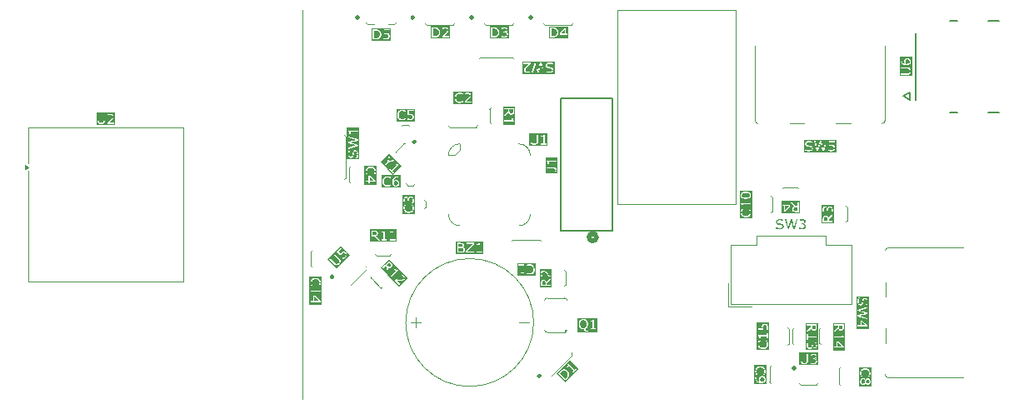
<source format=gbr>
%TF.GenerationSoftware,KiCad,Pcbnew,8.0.8*%
%TF.CreationDate,2025-01-25T09:27:46-05:00*%
%TF.ProjectId,GF24,47463234-2e6b-4696-9361-645f70636258,rev?*%
%TF.SameCoordinates,Original*%
%TF.FileFunction,Legend,Top*%
%TF.FilePolarity,Positive*%
%FSLAX46Y46*%
G04 Gerber Fmt 4.6, Leading zero omitted, Abs format (unit mm)*
G04 Created by KiCad (PCBNEW 8.0.8) date 2025-01-25 09:27:46*
%MOMM*%
%LPD*%
G01*
G04 APERTURE LIST*
%ADD10C,0.100000*%
%ADD11C,0.150000*%
%ADD12C,0.249999*%
%ADD13C,0.250000*%
%ADD14C,0.120000*%
%ADD15C,0.152400*%
%ADD16C,0.508000*%
G04 APERTURE END LIST*
D10*
X115000000Y-75250000D02*
X115000000Y-114750000D01*
X147000000Y-75250000D02*
X159000000Y-75250000D01*
X159000000Y-95000000D01*
X147000000Y-95000000D01*
X147000000Y-75250000D01*
G36*
X126441743Y-95965716D02*
G01*
X125172208Y-95965716D01*
X125172208Y-95353174D01*
X125283319Y-95353174D01*
X125285486Y-95408221D01*
X125291989Y-95460763D01*
X125302828Y-95510803D01*
X125318001Y-95558338D01*
X125329532Y-95586528D01*
X125354165Y-95633933D01*
X125383783Y-95677048D01*
X125418385Y-95715875D01*
X125449552Y-95743765D01*
X125493917Y-95775226D01*
X125537408Y-95799040D01*
X125584714Y-95818946D01*
X125603402Y-95825318D01*
X125655502Y-95839248D01*
X125703794Y-95847780D01*
X125754611Y-95852899D01*
X125807952Y-95854605D01*
X125832355Y-95854279D01*
X125887107Y-95850980D01*
X125938797Y-95844127D01*
X125987425Y-95833722D01*
X126039250Y-95817480D01*
X126075300Y-95802545D01*
X126119546Y-95779479D01*
X126164104Y-95749224D01*
X126203137Y-95714410D01*
X126222822Y-95692771D01*
X126253987Y-95650937D01*
X126279666Y-95605393D01*
X126299857Y-95556140D01*
X126313321Y-95509322D01*
X126322938Y-95459970D01*
X126328709Y-95408083D01*
X126330632Y-95353663D01*
X126330596Y-95346314D01*
X126328312Y-95297060D01*
X126321351Y-95245463D01*
X126312695Y-95203910D01*
X126299369Y-95154605D01*
X126287703Y-95120098D01*
X126269327Y-95074493D01*
X126259189Y-95052638D01*
X126238552Y-95006105D01*
X126080527Y-95006105D01*
X126080527Y-95015631D01*
X126099304Y-95039331D01*
X126129254Y-95083344D01*
X126154258Y-95129096D01*
X126174317Y-95176587D01*
X126183323Y-95203681D01*
X126195688Y-95253984D01*
X126203107Y-95306258D01*
X126205580Y-95360502D01*
X126204114Y-95395825D01*
X126196421Y-95447094D01*
X126182132Y-95496301D01*
X126168714Y-95527411D01*
X126142691Y-95570299D01*
X126109592Y-95608653D01*
X126077435Y-95635729D01*
X126035836Y-95661767D01*
X125987715Y-95683879D01*
X125963573Y-95692252D01*
X125911033Y-95704741D01*
X125858892Y-95711128D01*
X125808685Y-95712944D01*
X125784200Y-95712532D01*
X125731787Y-95708591D01*
X125683083Y-95700476D01*
X125633319Y-95686566D01*
X125592678Y-95669949D01*
X125548673Y-95645178D01*
X125507778Y-95612560D01*
X125483934Y-95587419D01*
X125454464Y-95546558D01*
X125432551Y-95501918D01*
X125420862Y-95465668D01*
X125411228Y-95413547D01*
X125408371Y-95361967D01*
X125409099Y-95332639D01*
X125414075Y-95281291D01*
X125423765Y-95231797D01*
X125438169Y-95184158D01*
X125452912Y-95147662D01*
X125476881Y-95100566D01*
X125502924Y-95058541D01*
X125533423Y-95016364D01*
X125533423Y-95006105D01*
X125372956Y-95006105D01*
X125355244Y-95043105D01*
X125334942Y-95090435D01*
X125316626Y-95140944D01*
X125303102Y-95188555D01*
X125300707Y-95198815D01*
X125291047Y-95250173D01*
X125285251Y-95301626D01*
X125283319Y-95353174D01*
X125172208Y-95353174D01*
X125172208Y-94524459D01*
X125283319Y-94524459D01*
X125283338Y-94529226D01*
X125286101Y-94582333D01*
X125292670Y-94631663D01*
X125303102Y-94681995D01*
X125311933Y-94716024D01*
X125326518Y-94763216D01*
X125346333Y-94812177D01*
X125486529Y-94812177D01*
X125486529Y-94805338D01*
X125464843Y-94763769D01*
X125444845Y-94716170D01*
X125428887Y-94666608D01*
X125419912Y-94630368D01*
X125411256Y-94577955D01*
X125408371Y-94527878D01*
X125409015Y-94502070D01*
X125414966Y-94451674D01*
X125418812Y-94435081D01*
X125438413Y-94388415D01*
X125445068Y-94378237D01*
X125481644Y-94344452D01*
X125493605Y-94338266D01*
X125543193Y-94328576D01*
X125580516Y-94332468D01*
X125627629Y-94352905D01*
X125664093Y-94390858D01*
X125675985Y-94411282D01*
X125693721Y-94458356D01*
X125702791Y-94507819D01*
X125705370Y-94557431D01*
X125705370Y-94605547D01*
X125814791Y-94605547D01*
X125814791Y-94543754D01*
X125816508Y-94497629D01*
X125822607Y-94448987D01*
X125829371Y-94420292D01*
X125850939Y-94374005D01*
X125866637Y-94354296D01*
X125906382Y-94325645D01*
X125946133Y-94312456D01*
X125995042Y-94308059D01*
X126036152Y-94310639D01*
X126084924Y-94323691D01*
X126112731Y-94338854D01*
X126149892Y-94370586D01*
X126172815Y-94403057D01*
X126191658Y-94449720D01*
X126201175Y-94491220D01*
X126205580Y-94541556D01*
X126202953Y-94592762D01*
X126195074Y-94645297D01*
X126183354Y-94694207D01*
X126169943Y-94736960D01*
X126151087Y-94784806D01*
X126127422Y-94831472D01*
X126127422Y-94841730D01*
X126267617Y-94841730D01*
X126283305Y-94801829D01*
X126298126Y-94755001D01*
X126310848Y-94706419D01*
X126313244Y-94696091D01*
X126322904Y-94644160D01*
X126328700Y-94591753D01*
X126330632Y-94538869D01*
X126328414Y-94488150D01*
X126320850Y-94435445D01*
X126307917Y-94385973D01*
X126295003Y-94352206D01*
X126269793Y-94305907D01*
X126237576Y-94264828D01*
X126220940Y-94248248D01*
X126181362Y-94217330D01*
X126136947Y-94193265D01*
X126111073Y-94183368D01*
X126060106Y-94171436D01*
X126009697Y-94167864D01*
X125992634Y-94168196D01*
X125942715Y-94173861D01*
X125895636Y-94189113D01*
X125859805Y-94209950D01*
X125822118Y-94243335D01*
X125801101Y-94271719D01*
X125778887Y-94315631D01*
X125768380Y-94343723D01*
X125756173Y-94391102D01*
X125746892Y-94391102D01*
X125744698Y-94380959D01*
X125728379Y-94332793D01*
X125703139Y-94288872D01*
X125668978Y-94249197D01*
X125661141Y-94241921D01*
X125619496Y-94212583D01*
X125573748Y-94194981D01*
X125523898Y-94189113D01*
X125512586Y-94189336D01*
X125463433Y-94196282D01*
X125417408Y-94214514D01*
X125408962Y-94219490D01*
X125370276Y-94250741D01*
X125339495Y-94289497D01*
X125334139Y-94298205D01*
X125311545Y-94344709D01*
X125296752Y-94392567D01*
X125290258Y-94426008D01*
X125284906Y-94475044D01*
X125283319Y-94524459D01*
X125172208Y-94524459D01*
X125172208Y-94056753D01*
X126441743Y-94056753D01*
X126441743Y-95965716D01*
G37*
G36*
X122352061Y-97775405D02*
G01*
X122402233Y-97781330D01*
X122426500Y-97787007D01*
X122472331Y-97807220D01*
X122492638Y-97821784D01*
X122523378Y-97860709D01*
X122532277Y-97883606D01*
X122539009Y-97933249D01*
X122536550Y-97973803D01*
X122524110Y-98021909D01*
X122510818Y-98046971D01*
X122478437Y-98083703D01*
X122443847Y-98106697D01*
X122396860Y-98123026D01*
X122384575Y-98125487D01*
X122333953Y-98131795D01*
X122284264Y-98133528D01*
X122146755Y-98133528D01*
X122146755Y-97774003D01*
X122306734Y-97774003D01*
X122352061Y-97775405D01*
G37*
G36*
X124592339Y-98776112D02*
G01*
X121899845Y-98776112D01*
X121899845Y-98133528D01*
X122010956Y-98133528D01*
X122010956Y-98665001D01*
X122146755Y-98665001D01*
X122146755Y-98258580D01*
X122338486Y-98258580D01*
X122680670Y-98665001D01*
X122857258Y-98665001D01*
X122472575Y-98218525D01*
X122502010Y-98205958D01*
X122549852Y-98178861D01*
X122591088Y-98146006D01*
X122625715Y-98107394D01*
X122647414Y-98073417D01*
X122667481Y-98024718D01*
X122677922Y-97976694D01*
X122681403Y-97924212D01*
X122679907Y-97890198D01*
X122670381Y-97838197D01*
X122650140Y-97790855D01*
X122649338Y-97789634D01*
X123037509Y-97789634D01*
X123037509Y-97883423D01*
X123250489Y-97883423D01*
X123250489Y-98555580D01*
X123037509Y-98555580D01*
X123037509Y-98665001D01*
X123591207Y-98665001D01*
X123591207Y-98555580D01*
X123382380Y-98555580D01*
X123382380Y-97789634D01*
X123927530Y-97789634D01*
X123927530Y-97883423D01*
X124140510Y-97883423D01*
X124140510Y-98555580D01*
X123927530Y-98555580D01*
X123927530Y-98665001D01*
X124481228Y-98665001D01*
X124481228Y-98555580D01*
X124272401Y-98555580D01*
X124272401Y-97648950D01*
X124165911Y-97648950D01*
X124163163Y-97672269D01*
X124144906Y-97719048D01*
X124135014Y-97731428D01*
X124095080Y-97761790D01*
X124068226Y-97772496D01*
X124020098Y-97782551D01*
X123978097Y-97787393D01*
X123927530Y-97789634D01*
X123382380Y-97789634D01*
X123382380Y-97648950D01*
X123275890Y-97648950D01*
X123273142Y-97672269D01*
X123254885Y-97719048D01*
X123244993Y-97731428D01*
X123205060Y-97761790D01*
X123178205Y-97772496D01*
X123130077Y-97782551D01*
X123088076Y-97787393D01*
X123037509Y-97789634D01*
X122649338Y-97789634D01*
X122637557Y-97771707D01*
X122604404Y-97734579D01*
X122563189Y-97703416D01*
X122547467Y-97694264D01*
X122500210Y-97673588D01*
X122452059Y-97660918D01*
X122448166Y-97660182D01*
X122396732Y-97653169D01*
X122347206Y-97649897D01*
X122297453Y-97648950D01*
X122010956Y-97648950D01*
X122010956Y-98133528D01*
X121899845Y-98133528D01*
X121899845Y-97537839D01*
X124592339Y-97537839D01*
X124592339Y-98776112D01*
G37*
G36*
X124521676Y-92618892D02*
G01*
X124571039Y-92624979D01*
X124596733Y-92631470D01*
X124641137Y-92653799D01*
X124676300Y-92685523D01*
X124703175Y-92727316D01*
X124705482Y-92732684D01*
X124718579Y-92781807D01*
X124722226Y-92833806D01*
X124720830Y-92868373D01*
X124712793Y-92918249D01*
X124695212Y-92966366D01*
X124665073Y-93009905D01*
X124654027Y-93020861D01*
X124611781Y-93049598D01*
X124561186Y-93066361D01*
X124508513Y-93071210D01*
X124476983Y-93069218D01*
X124428402Y-93057044D01*
X124399441Y-93042833D01*
X124360014Y-93012348D01*
X124348207Y-93000249D01*
X124319463Y-92959457D01*
X124298464Y-92912452D01*
X124292061Y-92891493D01*
X124282511Y-92842883D01*
X124277627Y-92791506D01*
X124276238Y-92739773D01*
X124276971Y-92704113D01*
X124279169Y-92674560D01*
X124289081Y-92669245D01*
X124334655Y-92648021D01*
X124382240Y-92631817D01*
X124391701Y-92629329D01*
X124441196Y-92620560D01*
X124490684Y-92617896D01*
X124521676Y-92618892D01*
G37*
G36*
X124972799Y-93291742D02*
G01*
X123034283Y-93291742D01*
X123034283Y-92657951D01*
X123145394Y-92657951D01*
X123145720Y-92682354D01*
X123149019Y-92737106D01*
X123155872Y-92788796D01*
X123166277Y-92837424D01*
X123182519Y-92889249D01*
X123197454Y-92925299D01*
X123220520Y-92969545D01*
X123250775Y-93014103D01*
X123285589Y-93053136D01*
X123307228Y-93072821D01*
X123349062Y-93103986D01*
X123394606Y-93129665D01*
X123443859Y-93149856D01*
X123490677Y-93163320D01*
X123540029Y-93172937D01*
X123591916Y-93178708D01*
X123646336Y-93180631D01*
X123653685Y-93180595D01*
X123702939Y-93178311D01*
X123754536Y-93171350D01*
X123796089Y-93162694D01*
X123845394Y-93149368D01*
X123879901Y-93137702D01*
X123925506Y-93119326D01*
X123947361Y-93109188D01*
X123993894Y-93088551D01*
X123993894Y-92930526D01*
X123984368Y-92930526D01*
X123960668Y-92949303D01*
X123916655Y-92979253D01*
X123870903Y-93004257D01*
X123823412Y-93024316D01*
X123796318Y-93033322D01*
X123746015Y-93045687D01*
X123693741Y-93053106D01*
X123639497Y-93055579D01*
X123604174Y-93054113D01*
X123552905Y-93046420D01*
X123503698Y-93032131D01*
X123472588Y-93018713D01*
X123429700Y-92992690D01*
X123391346Y-92959591D01*
X123364270Y-92927434D01*
X123338232Y-92885835D01*
X123316120Y-92837714D01*
X123307747Y-92813572D01*
X123295258Y-92761032D01*
X123289901Y-92717302D01*
X124137508Y-92717302D01*
X124137633Y-92733459D01*
X124137913Y-92739773D01*
X124140039Y-92787692D01*
X124145507Y-92838325D01*
X124155506Y-92891783D01*
X124169504Y-92940540D01*
X124175742Y-92957577D01*
X124197314Y-93004849D01*
X124226313Y-93050620D01*
X124260607Y-93089284D01*
X124278882Y-93105530D01*
X124321954Y-93135310D01*
X124369783Y-93157672D01*
X124405624Y-93168770D01*
X124456778Y-93177918D01*
X124507048Y-93180631D01*
X124525520Y-93180248D01*
X124578748Y-93174494D01*
X124628697Y-93161838D01*
X124675365Y-93142277D01*
X124718754Y-93115813D01*
X124758862Y-93082445D01*
X124771314Y-93069949D01*
X124803849Y-93029781D01*
X124829154Y-92985594D01*
X124847228Y-92937388D01*
X124858073Y-92885164D01*
X124861688Y-92828921D01*
X124861659Y-92823254D01*
X124858081Y-92769550D01*
X124848540Y-92721235D01*
X124831158Y-92674316D01*
X124811608Y-92640197D01*
X124778149Y-92600114D01*
X124740055Y-92568803D01*
X124730277Y-92562194D01*
X124685210Y-92537029D01*
X124637962Y-92520443D01*
X124622086Y-92516995D01*
X124573573Y-92510450D01*
X124523168Y-92508475D01*
X124491834Y-92509340D01*
X124441980Y-92514847D01*
X124393475Y-92526549D01*
X124368923Y-92535262D01*
X124322893Y-92555724D01*
X124279902Y-92579549D01*
X124286200Y-92534863D01*
X124298496Y-92485175D01*
X124319375Y-92432632D01*
X124347289Y-92385932D01*
X124382240Y-92345076D01*
X124417308Y-92315610D01*
X124463516Y-92288937D01*
X124515428Y-92270563D01*
X124564464Y-92261418D01*
X124617690Y-92258370D01*
X124647858Y-92259778D01*
X124697069Y-92268384D01*
X124708728Y-92271543D01*
X124755199Y-92289633D01*
X124762037Y-92289633D01*
X124762037Y-92150170D01*
X124755023Y-92147881D01*
X124706350Y-92136981D01*
X124687965Y-92135049D01*
X124638450Y-92133318D01*
X124622668Y-92133486D01*
X124569384Y-92136718D01*
X124519138Y-92144064D01*
X124465435Y-92157498D01*
X124415701Y-92176304D01*
X124381125Y-92193601D01*
X124338871Y-92220323D01*
X124296591Y-92255384D01*
X124259874Y-92295739D01*
X124230046Y-92337367D01*
X124204553Y-92381896D01*
X124183396Y-92429325D01*
X124166573Y-92479654D01*
X124158200Y-92512762D01*
X124148862Y-92561617D01*
X124142305Y-92613393D01*
X124138530Y-92668092D01*
X124137508Y-92717302D01*
X123289901Y-92717302D01*
X123288871Y-92708891D01*
X123287055Y-92658684D01*
X123287467Y-92634199D01*
X123291408Y-92581786D01*
X123299523Y-92533082D01*
X123313433Y-92483318D01*
X123330050Y-92442677D01*
X123354821Y-92398672D01*
X123387439Y-92357777D01*
X123412580Y-92333933D01*
X123453441Y-92304463D01*
X123498081Y-92282550D01*
X123534331Y-92270861D01*
X123586452Y-92261227D01*
X123638032Y-92258370D01*
X123667360Y-92259098D01*
X123718708Y-92264074D01*
X123768202Y-92273764D01*
X123815841Y-92288168D01*
X123852337Y-92302911D01*
X123899433Y-92326880D01*
X123941458Y-92352923D01*
X123983635Y-92383422D01*
X123993894Y-92383422D01*
X123993894Y-92222955D01*
X123956894Y-92205243D01*
X123909564Y-92184941D01*
X123859055Y-92166625D01*
X123811444Y-92153101D01*
X123801184Y-92150706D01*
X123749826Y-92141046D01*
X123698373Y-92135250D01*
X123646825Y-92133318D01*
X123591778Y-92135485D01*
X123539236Y-92141988D01*
X123489196Y-92152827D01*
X123441661Y-92168000D01*
X123413471Y-92179531D01*
X123366066Y-92204164D01*
X123322951Y-92233782D01*
X123284124Y-92268384D01*
X123256234Y-92299551D01*
X123224773Y-92343916D01*
X123200959Y-92387407D01*
X123181053Y-92434713D01*
X123174681Y-92453401D01*
X123160751Y-92505501D01*
X123152219Y-92553793D01*
X123147100Y-92604610D01*
X123145394Y-92657951D01*
X123034283Y-92657951D01*
X123034283Y-92022207D01*
X124972799Y-92022207D01*
X124972799Y-93291742D01*
G37*
G36*
X172017368Y-112768316D02*
G01*
X172064847Y-112780577D01*
X172108272Y-112803349D01*
X172134544Y-112823667D01*
X172168513Y-112859811D01*
X172195956Y-112902756D01*
X172193186Y-112910625D01*
X172177090Y-112956938D01*
X172161029Y-113004850D01*
X172153053Y-113028372D01*
X172136103Y-113071039D01*
X172134162Y-113075924D01*
X172120340Y-113104378D01*
X172095045Y-113146863D01*
X172060645Y-113184612D01*
X172015154Y-113206338D01*
X171963681Y-113212456D01*
X171913396Y-113206588D01*
X171866403Y-113186580D01*
X171828126Y-113152372D01*
X171819309Y-113140752D01*
X171796182Y-113096903D01*
X171782691Y-113045183D01*
X171778789Y-112991905D01*
X171779298Y-112973795D01*
X171786929Y-112923074D01*
X171806149Y-112873062D01*
X171836674Y-112829728D01*
X171844031Y-112822008D01*
X171884450Y-112790881D01*
X171930928Y-112772205D01*
X171983464Y-112765980D01*
X172017368Y-112768316D01*
G37*
G36*
X172496552Y-112794787D02*
G01*
X172543962Y-112812307D01*
X172581859Y-112848046D01*
X172605221Y-112889828D01*
X172618885Y-112938941D01*
X172622892Y-112989951D01*
X172618646Y-113041852D01*
X172604169Y-113091892D01*
X172579417Y-113134543D01*
X172559089Y-113156622D01*
X172513834Y-113183238D01*
X172463401Y-113191207D01*
X172451626Y-113190977D01*
X172400134Y-113183831D01*
X172351294Y-113165073D01*
X172324362Y-113147069D01*
X172289294Y-113112785D01*
X172257993Y-113071039D01*
X172272648Y-113025000D01*
X172290722Y-112977739D01*
X172302347Y-112950142D01*
X172322718Y-112904710D01*
X172324480Y-112901227D01*
X172350714Y-112858271D01*
X172386465Y-112820691D01*
X172423023Y-112800705D01*
X172471461Y-112792847D01*
X172496552Y-112794787D01*
G37*
G36*
X172827792Y-113465228D02*
G01*
X171558257Y-113465228D01*
X171558257Y-112990684D01*
X171669368Y-112990684D01*
X171669389Y-112991905D01*
X171669704Y-113010046D01*
X171674741Y-113065636D01*
X171685824Y-113117482D01*
X171702951Y-113165584D01*
X171726124Y-113209943D01*
X171755341Y-113250558D01*
X171777579Y-113274830D01*
X171819782Y-113309518D01*
X171866169Y-113334295D01*
X171916741Y-113349161D01*
X171971496Y-113354117D01*
X171977174Y-113354067D01*
X172030488Y-113348114D01*
X172077504Y-113332238D01*
X172121950Y-113303314D01*
X172140032Y-113286329D01*
X172173406Y-113245705D01*
X172200260Y-113201557D01*
X172221601Y-113156280D01*
X172225753Y-113156280D01*
X172230475Y-113166594D01*
X172257432Y-113213410D01*
X172289971Y-113252308D01*
X172328091Y-113283286D01*
X172361079Y-113302200D01*
X172411076Y-113320438D01*
X172461692Y-113326517D01*
X172514799Y-113320808D01*
X172562991Y-113303681D01*
X172606268Y-113275135D01*
X172644630Y-113235171D01*
X172669116Y-113198743D01*
X172691280Y-113150753D01*
X172706549Y-113096849D01*
X172714148Y-113045939D01*
X172716681Y-112990684D01*
X172714839Y-112946223D01*
X172707763Y-112896191D01*
X172692802Y-112842400D01*
X172670617Y-112793542D01*
X172641210Y-112749616D01*
X172636472Y-112743786D01*
X172601246Y-112708156D01*
X172556580Y-112678541D01*
X172507213Y-112660773D01*
X172453143Y-112654850D01*
X172420806Y-112656731D01*
X172371026Y-112668713D01*
X172325160Y-112694173D01*
X172321977Y-112696688D01*
X172285015Y-112733416D01*
X172255944Y-112773258D01*
X172231127Y-112816294D01*
X172226974Y-112816294D01*
X172216644Y-112794396D01*
X172190190Y-112749758D01*
X172159293Y-112711535D01*
X172119752Y-112676587D01*
X172111234Y-112670613D01*
X172066812Y-112646522D01*
X172019337Y-112632068D01*
X171968810Y-112627250D01*
X171936753Y-112628788D01*
X171884180Y-112638881D01*
X171836094Y-112658394D01*
X171792497Y-112687327D01*
X171753387Y-112725680D01*
X171738372Y-112744776D01*
X171712773Y-112786536D01*
X171693081Y-112833053D01*
X171679296Y-112884327D01*
X171671419Y-112940357D01*
X171669368Y-112990684D01*
X171558257Y-112990684D01*
X171558257Y-112146336D01*
X171669368Y-112146336D01*
X171669404Y-112153685D01*
X171671688Y-112202939D01*
X171678649Y-112254536D01*
X171687305Y-112296089D01*
X171700631Y-112345394D01*
X171712297Y-112379901D01*
X171730673Y-112425506D01*
X171740811Y-112447361D01*
X171761448Y-112493894D01*
X171919473Y-112493894D01*
X171919473Y-112484368D01*
X171900696Y-112460668D01*
X171870746Y-112416655D01*
X171845742Y-112370903D01*
X171825683Y-112323412D01*
X171816677Y-112296318D01*
X171804312Y-112246015D01*
X171796893Y-112193741D01*
X171794420Y-112139497D01*
X171795886Y-112104174D01*
X171803579Y-112052905D01*
X171817868Y-112003698D01*
X171831286Y-111972588D01*
X171857309Y-111929700D01*
X171890408Y-111891346D01*
X171922565Y-111864270D01*
X171964164Y-111838232D01*
X172012285Y-111816120D01*
X172036427Y-111807747D01*
X172088967Y-111795258D01*
X172141108Y-111788871D01*
X172191315Y-111787055D01*
X172215800Y-111787467D01*
X172268213Y-111791408D01*
X172316917Y-111799523D01*
X172366681Y-111813433D01*
X172407322Y-111830050D01*
X172451327Y-111854821D01*
X172492222Y-111887439D01*
X172516066Y-111912580D01*
X172545536Y-111953441D01*
X172567449Y-111998081D01*
X172579138Y-112034331D01*
X172588772Y-112086452D01*
X172591629Y-112138032D01*
X172590901Y-112167360D01*
X172585925Y-112218708D01*
X172576235Y-112268202D01*
X172561831Y-112315841D01*
X172547088Y-112352337D01*
X172523119Y-112399433D01*
X172497076Y-112441458D01*
X172466577Y-112483635D01*
X172466577Y-112493894D01*
X172627044Y-112493894D01*
X172644756Y-112456894D01*
X172665058Y-112409564D01*
X172683374Y-112359055D01*
X172696898Y-112311444D01*
X172699293Y-112301184D01*
X172708953Y-112249826D01*
X172714749Y-112198373D01*
X172716681Y-112146825D01*
X172714514Y-112091778D01*
X172708011Y-112039236D01*
X172697172Y-111989196D01*
X172681999Y-111941661D01*
X172670468Y-111913471D01*
X172645835Y-111866066D01*
X172616217Y-111822951D01*
X172581615Y-111784124D01*
X172550448Y-111756234D01*
X172506083Y-111724773D01*
X172462592Y-111700959D01*
X172415286Y-111681053D01*
X172396598Y-111674681D01*
X172344498Y-111660751D01*
X172296206Y-111652219D01*
X172245389Y-111647100D01*
X172192048Y-111645394D01*
X172167645Y-111645720D01*
X172112893Y-111649019D01*
X172061203Y-111655872D01*
X172012575Y-111666277D01*
X171960750Y-111682519D01*
X171924700Y-111697454D01*
X171880454Y-111720520D01*
X171835896Y-111750775D01*
X171796863Y-111785589D01*
X171777178Y-111807228D01*
X171746013Y-111849062D01*
X171720334Y-111894606D01*
X171700143Y-111943859D01*
X171686679Y-111990677D01*
X171677062Y-112040029D01*
X171671291Y-112091916D01*
X171669368Y-112146336D01*
X171558257Y-112146336D01*
X171558257Y-111534283D01*
X172827792Y-111534283D01*
X172827792Y-113465228D01*
G37*
G36*
X172272651Y-107268109D02*
G01*
X171810788Y-107268109D01*
X171810788Y-106871702D01*
X172272651Y-107268109D01*
G37*
G36*
X172562792Y-107662785D02*
G01*
X171293257Y-107662785D01*
X171293257Y-107268109D01*
X171420000Y-107268109D01*
X171420000Y-107400000D01*
X171701367Y-107400000D01*
X171701367Y-107551674D01*
X171810788Y-107551674D01*
X171810788Y-107400000D01*
X172436050Y-107400000D01*
X172436050Y-107273482D01*
X171859392Y-106778402D01*
X171701367Y-106778402D01*
X171701367Y-107268109D01*
X171420000Y-107268109D01*
X171293257Y-107268109D01*
X171293257Y-105674912D01*
X171420000Y-105674912D01*
X171420000Y-105824633D01*
X172263370Y-106034926D01*
X171420000Y-106249860D01*
X171420000Y-106403245D01*
X172436050Y-106668981D01*
X172436050Y-106535624D01*
X171583154Y-106322156D01*
X172436050Y-106108444D01*
X172436050Y-105970446D01*
X171591214Y-105758688D01*
X172436050Y-105543754D01*
X172436050Y-105404291D01*
X171420000Y-105674912D01*
X171293257Y-105674912D01*
X171293257Y-104855233D01*
X171404368Y-104855233D01*
X171404750Y-104880532D01*
X171408399Y-104934020D01*
X171415912Y-104982756D01*
X171428792Y-105031333D01*
X171444038Y-105071100D01*
X171466764Y-105115768D01*
X171496692Y-105159560D01*
X171512331Y-105177555D01*
X171550458Y-105211182D01*
X171594389Y-105237474D01*
X171612438Y-105245495D01*
X171659699Y-105259988D01*
X171711137Y-105265317D01*
X171737553Y-105264417D01*
X171791465Y-105255804D01*
X171837725Y-105238073D01*
X171880153Y-105207676D01*
X171908424Y-105175329D01*
X171935704Y-105130509D01*
X171955930Y-105083175D01*
X171970523Y-105035973D01*
X171979305Y-104998302D01*
X171989655Y-104946736D01*
X171998122Y-104898464D01*
X172002295Y-104874031D01*
X172011483Y-104822785D01*
X172021325Y-104773412D01*
X172027690Y-104748684D01*
X172046323Y-104699310D01*
X172076280Y-104657397D01*
X172080903Y-104653404D01*
X172125447Y-104630735D01*
X172175443Y-104624424D01*
X172207255Y-104628561D01*
X172252439Y-104652930D01*
X172284375Y-104690614D01*
X172296548Y-104712418D01*
X172314704Y-104762287D01*
X172323988Y-104814308D01*
X172326629Y-104866224D01*
X172324675Y-104915760D01*
X172318813Y-104964715D01*
X172309043Y-105013091D01*
X172295366Y-105060886D01*
X172291426Y-105072649D01*
X172272136Y-105122016D01*
X172247711Y-105170025D01*
X172217208Y-105214515D01*
X172217208Y-105224040D01*
X172379630Y-105224040D01*
X172385268Y-105210852D01*
X172402823Y-105164255D01*
X172418470Y-105113603D01*
X172430921Y-105064550D01*
X172439010Y-105024362D01*
X172446491Y-104970150D01*
X172450384Y-104919561D01*
X172451681Y-104866713D01*
X172450969Y-104835945D01*
X172446613Y-104786937D01*
X172436160Y-104731874D01*
X172420006Y-104680898D01*
X172398150Y-104634009D01*
X172370593Y-104591207D01*
X172349603Y-104565790D01*
X172309418Y-104529466D01*
X172264839Y-104503520D01*
X172215866Y-104487952D01*
X172162498Y-104482763D01*
X172122475Y-104485064D01*
X172073680Y-104495292D01*
X172025026Y-104516578D01*
X171982979Y-104548220D01*
X171970419Y-104561157D01*
X171940389Y-104601702D01*
X171915396Y-104651039D01*
X171897659Y-104701422D01*
X171885526Y-104749965D01*
X171879776Y-104779107D01*
X171871006Y-104827432D01*
X171863056Y-104877460D01*
X171861367Y-104888650D01*
X171852404Y-104938886D01*
X171840830Y-104989079D01*
X171837362Y-105001505D01*
X171819459Y-105048307D01*
X171791004Y-105090195D01*
X171784740Y-105096175D01*
X171740814Y-105118134D01*
X171692086Y-105123656D01*
X171652796Y-105118092D01*
X171607681Y-105093363D01*
X171573628Y-105053314D01*
X171554287Y-105014632D01*
X171539134Y-104962722D01*
X171531536Y-104909118D01*
X171529420Y-104856455D01*
X171530975Y-104816844D01*
X171537541Y-104764131D01*
X171547693Y-104715588D01*
X171561905Y-104665457D01*
X171579872Y-104616150D01*
X171601289Y-104569836D01*
X171626156Y-104526513D01*
X171654473Y-104486183D01*
X171654473Y-104476657D01*
X171485457Y-104476657D01*
X171473346Y-104505125D01*
X171453981Y-104555978D01*
X171437746Y-104606328D01*
X171424640Y-104656176D01*
X171416741Y-104695921D01*
X171409436Y-104750148D01*
X171405635Y-104801302D01*
X171404368Y-104855233D01*
X171293257Y-104855233D01*
X171293257Y-104365546D01*
X172562792Y-104365546D01*
X172562792Y-107662785D01*
G37*
G36*
X160081906Y-93849504D02*
G01*
X160136219Y-93850782D01*
X160185779Y-93853411D01*
X160235272Y-93857919D01*
X160266833Y-93862407D01*
X160316641Y-93873581D01*
X160364476Y-93890648D01*
X160367808Y-93892117D01*
X160411432Y-93918736D01*
X160444832Y-93956593D01*
X160451014Y-93967561D01*
X160466857Y-94014810D01*
X160471210Y-94063572D01*
X160470775Y-94080363D01*
X160463352Y-94129033D01*
X160443367Y-94173970D01*
X160441602Y-94176546D01*
X160406683Y-94212778D01*
X160362522Y-94238205D01*
X160333396Y-94249471D01*
X160286273Y-94262363D01*
X160235027Y-94270445D01*
X160211894Y-94272627D01*
X160160545Y-94275880D01*
X160108540Y-94277544D01*
X160057707Y-94278017D01*
X160033832Y-94277883D01*
X159981900Y-94276606D01*
X159932441Y-94273977D01*
X159880387Y-94269469D01*
X159851152Y-94265739D01*
X159799174Y-94255137D01*
X159749473Y-94237473D01*
X159746141Y-94235914D01*
X159702578Y-94208408D01*
X159669361Y-94170550D01*
X159663121Y-94159636D01*
X159647132Y-94112452D01*
X159642739Y-94063572D01*
X159642843Y-94055513D01*
X159649394Y-94004282D01*
X159669361Y-93956838D01*
X159671035Y-93954260D01*
X159704695Y-93917684D01*
X159748007Y-93891381D01*
X159779655Y-93878662D01*
X159827563Y-93865730D01*
X159877212Y-93857919D01*
X159901611Y-93855457D01*
X159954381Y-93851783D01*
X160006401Y-93849905D01*
X160056242Y-93849371D01*
X160081906Y-93849504D01*
G37*
G36*
X160691742Y-96410726D02*
G01*
X159422207Y-96410726D01*
X159422207Y-95798184D01*
X159533318Y-95798184D01*
X159535485Y-95853231D01*
X159541988Y-95905773D01*
X159552827Y-95955813D01*
X159568000Y-96003348D01*
X159579531Y-96031538D01*
X159604164Y-96078943D01*
X159633782Y-96122058D01*
X159668384Y-96160885D01*
X159699551Y-96188775D01*
X159743916Y-96220236D01*
X159787407Y-96244050D01*
X159834713Y-96263956D01*
X159853401Y-96270328D01*
X159905501Y-96284258D01*
X159953793Y-96292790D01*
X160004610Y-96297909D01*
X160057951Y-96299615D01*
X160082354Y-96299289D01*
X160137106Y-96295990D01*
X160188796Y-96289137D01*
X160237424Y-96278732D01*
X160289249Y-96262490D01*
X160325299Y-96247555D01*
X160369545Y-96224489D01*
X160414103Y-96194234D01*
X160453136Y-96159420D01*
X160472821Y-96137781D01*
X160503986Y-96095947D01*
X160529665Y-96050403D01*
X160549856Y-96001150D01*
X160563320Y-95954332D01*
X160572937Y-95904980D01*
X160578708Y-95853093D01*
X160580631Y-95798673D01*
X160580595Y-95791324D01*
X160578311Y-95742070D01*
X160571350Y-95690473D01*
X160562694Y-95648920D01*
X160549368Y-95599615D01*
X160537702Y-95565108D01*
X160519326Y-95519503D01*
X160509188Y-95497648D01*
X160488551Y-95451115D01*
X160330526Y-95451115D01*
X160330526Y-95460641D01*
X160349303Y-95484341D01*
X160379253Y-95528354D01*
X160404257Y-95574106D01*
X160424316Y-95621597D01*
X160433322Y-95648691D01*
X160445687Y-95698994D01*
X160453106Y-95751268D01*
X160455579Y-95805512D01*
X160454113Y-95840835D01*
X160446420Y-95892104D01*
X160432131Y-95941311D01*
X160418713Y-95972421D01*
X160392690Y-96015309D01*
X160359591Y-96053663D01*
X160327434Y-96080739D01*
X160285835Y-96106777D01*
X160237714Y-96128889D01*
X160213572Y-96137262D01*
X160161032Y-96149751D01*
X160108891Y-96156138D01*
X160058684Y-96157954D01*
X160034199Y-96157542D01*
X159981786Y-96153601D01*
X159933082Y-96145486D01*
X159883318Y-96131576D01*
X159842677Y-96114959D01*
X159798672Y-96090188D01*
X159757777Y-96057570D01*
X159733933Y-96032429D01*
X159704463Y-95991568D01*
X159682550Y-95946928D01*
X159670861Y-95910678D01*
X159661227Y-95858557D01*
X159658370Y-95806977D01*
X159659098Y-95777649D01*
X159664074Y-95726301D01*
X159673764Y-95676807D01*
X159688168Y-95629168D01*
X159702911Y-95592672D01*
X159726880Y-95545576D01*
X159752923Y-95503551D01*
X159783422Y-95461374D01*
X159783422Y-95451115D01*
X159622955Y-95451115D01*
X159605243Y-95488115D01*
X159584941Y-95535445D01*
X159566625Y-95585954D01*
X159553101Y-95633565D01*
X159550706Y-95643825D01*
X159541046Y-95695183D01*
X159535250Y-95746636D01*
X159533318Y-95798184D01*
X159422207Y-95798184D01*
X159422207Y-94865665D01*
X159548949Y-94865665D01*
X159548949Y-94972155D01*
X159572268Y-94974903D01*
X159619047Y-94993160D01*
X159631427Y-95003052D01*
X159661789Y-95042986D01*
X159672495Y-95069840D01*
X159682550Y-95117968D01*
X159687392Y-95159969D01*
X159689633Y-95210536D01*
X159783422Y-95210536D01*
X159783422Y-94997556D01*
X160455579Y-94997556D01*
X160455579Y-95210536D01*
X160565000Y-95210536D01*
X160565000Y-94656838D01*
X160455579Y-94656838D01*
X160455579Y-94865665D01*
X159548949Y-94865665D01*
X159422207Y-94865665D01*
X159422207Y-94063572D01*
X159533318Y-94063572D01*
X159534443Y-94096889D01*
X159541317Y-94148660D01*
X159557815Y-94204582D01*
X159583311Y-94253738D01*
X159617807Y-94296127D01*
X159661301Y-94331750D01*
X159686532Y-94347071D01*
X159734070Y-94369257D01*
X159788465Y-94387257D01*
X159836919Y-94398643D01*
X159889761Y-94407350D01*
X159946992Y-94413377D01*
X160008612Y-94416726D01*
X160057707Y-94417480D01*
X160074212Y-94417397D01*
X160137539Y-94415411D01*
X160196562Y-94410776D01*
X160251280Y-94403492D01*
X160301693Y-94393560D01*
X160358656Y-94377421D01*
X160408893Y-94357143D01*
X160452404Y-94332727D01*
X160482457Y-94309929D01*
X160520024Y-94269921D01*
X160548574Y-94222940D01*
X160568109Y-94168987D01*
X160577500Y-94118701D01*
X160580631Y-94063572D01*
X160579519Y-94030427D01*
X160572724Y-93978896D01*
X160556415Y-93923183D01*
X160531210Y-93874150D01*
X160497110Y-93831798D01*
X160454113Y-93796126D01*
X160429077Y-93780718D01*
X160381711Y-93758406D01*
X160327296Y-93740303D01*
X160278690Y-93728852D01*
X160225573Y-93720096D01*
X160167945Y-93714034D01*
X160105806Y-93710666D01*
X160056242Y-93709908D01*
X160039946Y-93709991D01*
X159977359Y-93711983D01*
X159918924Y-93716632D01*
X159864641Y-93723936D01*
X159814510Y-93733896D01*
X159757685Y-93750082D01*
X159707348Y-93770418D01*
X159663499Y-93794905D01*
X159632988Y-93817642D01*
X159594849Y-93857559D01*
X159565863Y-93904448D01*
X159546031Y-93958309D01*
X159536496Y-94008519D01*
X159533318Y-94063572D01*
X159422207Y-94063572D01*
X159422207Y-93598797D01*
X160691742Y-93598797D01*
X160691742Y-96410726D01*
G37*
G36*
X139548802Y-102768439D02*
G01*
X139596908Y-102780879D01*
X139621970Y-102794171D01*
X139658702Y-102826552D01*
X139681696Y-102861142D01*
X139698025Y-102908129D01*
X139700486Y-102920414D01*
X139706794Y-102971036D01*
X139708527Y-103020725D01*
X139708527Y-103158234D01*
X139349002Y-103158234D01*
X139349002Y-102998255D01*
X139350404Y-102952928D01*
X139356329Y-102902756D01*
X139362006Y-102878489D01*
X139382219Y-102832658D01*
X139396783Y-102812351D01*
X139435708Y-102781611D01*
X139458605Y-102772712D01*
X139508248Y-102765980D01*
X139548802Y-102768439D01*
G37*
G36*
X140351111Y-103405144D02*
G01*
X139097207Y-103405144D01*
X139097207Y-103007536D01*
X139223949Y-103007536D01*
X139223949Y-103294033D01*
X140240000Y-103294033D01*
X140240000Y-103158234D01*
X139833579Y-103158234D01*
X139833579Y-102966503D01*
X140240000Y-102624319D01*
X140240000Y-102447731D01*
X139793524Y-102832414D01*
X139780957Y-102802979D01*
X139753860Y-102755137D01*
X139721005Y-102713901D01*
X139682393Y-102679274D01*
X139648416Y-102657575D01*
X139599717Y-102637508D01*
X139551693Y-102627067D01*
X139499211Y-102623586D01*
X139465197Y-102625082D01*
X139413196Y-102634608D01*
X139365854Y-102654849D01*
X139346706Y-102667432D01*
X139309578Y-102700585D01*
X139278415Y-102741800D01*
X139269263Y-102757522D01*
X139248587Y-102804779D01*
X139235917Y-102852930D01*
X139235181Y-102856823D01*
X139228168Y-102908257D01*
X139224896Y-102957783D01*
X139224126Y-102998255D01*
X139223949Y-103007536D01*
X139097207Y-103007536D01*
X139097207Y-102034472D01*
X139208318Y-102034472D01*
X139208337Y-102039255D01*
X139211065Y-102092495D01*
X139217553Y-102141897D01*
X139227857Y-102192253D01*
X139236497Y-102226282D01*
X139250878Y-102273475D01*
X139270600Y-102322435D01*
X139411528Y-102322435D01*
X139411528Y-102315596D01*
X139388778Y-102271909D01*
X139368326Y-102223082D01*
X139352665Y-102173447D01*
X139345147Y-102142094D01*
X139336555Y-102090632D01*
X139333370Y-102038136D01*
X139336809Y-101988409D01*
X139350353Y-101936604D01*
X139376845Y-101891346D01*
X139403947Y-101865962D01*
X139448317Y-101845039D01*
X139497257Y-101838834D01*
X139507775Y-101839025D01*
X139558989Y-101845703D01*
X139607914Y-101861922D01*
X139654549Y-101887682D01*
X139659133Y-101890802D01*
X139699372Y-101921611D01*
X139739790Y-101957108D01*
X139778304Y-101993879D01*
X139813128Y-102028995D01*
X139850432Y-102068178D01*
X139868921Y-102087962D01*
X139902291Y-102124805D01*
X139935777Y-102163233D01*
X139969378Y-102203244D01*
X139988008Y-102225901D01*
X140021571Y-102266623D01*
X140055173Y-102307268D01*
X140088813Y-102347836D01*
X140240000Y-102347836D01*
X140240000Y-101655408D01*
X140114947Y-101655408D01*
X140114947Y-102205687D01*
X140093446Y-102179855D01*
X140059907Y-102139723D01*
X140024822Y-102097930D01*
X139992337Y-102059385D01*
X139958968Y-102020490D01*
X139925048Y-101982204D01*
X139890580Y-101944530D01*
X139855561Y-101907466D01*
X139840434Y-101891743D01*
X139803114Y-101854435D01*
X139766168Y-101820027D01*
X139763648Y-101817777D01*
X139725502Y-101786200D01*
X139684103Y-101757013D01*
X139638613Y-101731733D01*
X139590558Y-101713537D01*
X139584331Y-101711733D01*
X139535741Y-101701912D01*
X139483824Y-101698638D01*
X139468154Y-101698988D01*
X139416556Y-101705710D01*
X139363769Y-101723868D01*
X139317576Y-101753200D01*
X139282568Y-101788031D01*
X139257334Y-101823858D01*
X139234494Y-101871711D01*
X139218759Y-101926086D01*
X139210928Y-101977883D01*
X139208318Y-102034472D01*
X139097207Y-102034472D01*
X139097207Y-101544297D01*
X140351111Y-101544297D01*
X140351111Y-103405144D01*
G37*
G36*
X123919592Y-100996429D02*
G01*
X123950651Y-101029472D01*
X123981938Y-101069138D01*
X123995084Y-101090311D01*
X124013198Y-101137011D01*
X124017259Y-101161669D01*
X124011471Y-101210930D01*
X124001573Y-101233413D01*
X123971231Y-101273276D01*
X123940816Y-101300214D01*
X123898003Y-101325433D01*
X123870883Y-101333756D01*
X123822013Y-101336832D01*
X123781295Y-101328633D01*
X123736524Y-101306954D01*
X123726096Y-101300008D01*
X123685841Y-101268673D01*
X123649480Y-101234763D01*
X123552246Y-101137530D01*
X123806469Y-100883307D01*
X123919592Y-100996429D01*
G37*
G36*
X125755081Y-102475826D02*
G01*
X124868437Y-103362470D01*
X124221682Y-102715715D01*
X124378816Y-102715715D01*
X124868437Y-103205336D01*
X124956863Y-103116910D01*
X124567756Y-102727804D01*
X124601226Y-102730866D01*
X124653319Y-102735528D01*
X124707680Y-102740272D01*
X124757905Y-102744557D01*
X124809005Y-102748464D01*
X124860061Y-102751551D01*
X124911074Y-102753818D01*
X124962044Y-102755265D01*
X124983858Y-102755686D01*
X125036628Y-102755677D01*
X125087083Y-102753883D01*
X125090456Y-102753692D01*
X125139758Y-102749047D01*
X125189670Y-102740412D01*
X125239711Y-102726120D01*
X125286558Y-102705007D01*
X125292237Y-102701880D01*
X125333540Y-102674466D01*
X125372565Y-102640070D01*
X125383399Y-102628743D01*
X125415131Y-102587504D01*
X125439617Y-102537339D01*
X125451539Y-102483935D01*
X125451665Y-102434550D01*
X125444174Y-102391374D01*
X125426487Y-102341386D01*
X125399165Y-102291811D01*
X125368076Y-102249647D01*
X125329907Y-102207787D01*
X125326512Y-102204419D01*
X125286936Y-102168702D01*
X125247416Y-102138357D01*
X125204523Y-102110036D01*
X125174351Y-102092083D01*
X125130812Y-102068882D01*
X125082247Y-102048207D01*
X124982596Y-102147858D01*
X124987431Y-102152694D01*
X125034409Y-102167499D01*
X125083397Y-102187563D01*
X125129568Y-102211587D01*
X125157054Y-102228440D01*
X125199519Y-102258754D01*
X125238891Y-102293622D01*
X125271622Y-102331216D01*
X125298677Y-102377425D01*
X125311946Y-102428160D01*
X125310731Y-102465273D01*
X125294151Y-102511442D01*
X125263933Y-102550435D01*
X125256361Y-102557738D01*
X125215425Y-102589230D01*
X125169361Y-102612356D01*
X125118170Y-102627117D01*
X125112723Y-102628152D01*
X125062485Y-102634820D01*
X125008804Y-102638300D01*
X124955569Y-102639532D01*
X124906115Y-102639325D01*
X124852030Y-102637997D01*
X124824967Y-102637082D01*
X124775319Y-102634626D01*
X124724469Y-102631131D01*
X124672416Y-102626599D01*
X124643222Y-102623751D01*
X124590695Y-102618689D01*
X124538194Y-102613708D01*
X124485721Y-102608810D01*
X124378816Y-102715715D01*
X124221682Y-102715715D01*
X123649162Y-102143195D01*
X123806297Y-102143195D01*
X124197821Y-102534719D01*
X124275193Y-102457347D01*
X124127529Y-102309684D01*
X124768613Y-101668600D01*
X124693314Y-101593300D01*
X124674881Y-101607846D01*
X124628894Y-101628014D01*
X124613146Y-101629773D01*
X124563439Y-101623005D01*
X124536880Y-101611587D01*
X124495738Y-101584665D01*
X124462615Y-101558389D01*
X124425274Y-101524218D01*
X124358955Y-101590537D01*
X124509555Y-101741136D01*
X124034268Y-102216423D01*
X123883669Y-102065823D01*
X123806297Y-102143195D01*
X123649162Y-102143195D01*
X122923280Y-101417313D01*
X123080414Y-101417313D01*
X123176439Y-101513337D01*
X123463821Y-101225955D01*
X123599395Y-101361529D01*
X123553974Y-101890872D01*
X123678840Y-102015738D01*
X123722534Y-101428021D01*
X123752233Y-101439948D01*
X123805224Y-101454617D01*
X123857614Y-101460543D01*
X123909402Y-101457726D01*
X123948770Y-101449044D01*
X123997396Y-101428798D01*
X124038737Y-101402223D01*
X124078308Y-101367574D01*
X124101302Y-101342465D01*
X124131336Y-101298959D01*
X124150499Y-101251170D01*
X124155142Y-101228733D01*
X124157953Y-101179037D01*
X124150845Y-101127858D01*
X124146199Y-101110270D01*
X124127404Y-101062233D01*
X124102314Y-101019226D01*
X124100083Y-101015953D01*
X124068672Y-100974625D01*
X124035966Y-100937291D01*
X124001454Y-100901441D01*
X123798870Y-100698857D01*
X123360197Y-101137530D01*
X123080414Y-101417313D01*
X122923280Y-101417313D01*
X123809924Y-100530669D01*
X125755081Y-102475826D01*
G37*
G36*
X162441742Y-109810726D02*
G01*
X161172207Y-109810726D01*
X161172207Y-109198184D01*
X161283318Y-109198184D01*
X161285485Y-109253231D01*
X161291988Y-109305773D01*
X161302827Y-109355813D01*
X161318000Y-109403348D01*
X161329531Y-109431538D01*
X161354164Y-109478943D01*
X161383782Y-109522058D01*
X161418384Y-109560885D01*
X161449551Y-109588775D01*
X161493916Y-109620236D01*
X161537407Y-109644050D01*
X161584713Y-109663956D01*
X161603401Y-109670328D01*
X161655501Y-109684258D01*
X161703793Y-109692790D01*
X161754610Y-109697909D01*
X161807951Y-109699615D01*
X161832354Y-109699289D01*
X161887106Y-109695990D01*
X161938796Y-109689137D01*
X161987424Y-109678732D01*
X162039249Y-109662490D01*
X162075299Y-109647555D01*
X162119545Y-109624489D01*
X162164103Y-109594234D01*
X162203136Y-109559420D01*
X162222821Y-109537781D01*
X162253986Y-109495947D01*
X162279665Y-109450403D01*
X162299856Y-109401150D01*
X162313320Y-109354332D01*
X162322937Y-109304980D01*
X162328708Y-109253093D01*
X162330631Y-109198673D01*
X162330595Y-109191324D01*
X162328311Y-109142070D01*
X162321350Y-109090473D01*
X162312694Y-109048920D01*
X162299368Y-108999615D01*
X162287702Y-108965108D01*
X162269326Y-108919503D01*
X162259188Y-108897648D01*
X162238551Y-108851115D01*
X162080526Y-108851115D01*
X162080526Y-108860641D01*
X162099303Y-108884341D01*
X162129253Y-108928354D01*
X162154257Y-108974106D01*
X162174316Y-109021597D01*
X162183322Y-109048691D01*
X162195687Y-109098994D01*
X162203106Y-109151268D01*
X162205579Y-109205512D01*
X162204113Y-109240835D01*
X162196420Y-109292104D01*
X162182131Y-109341311D01*
X162168713Y-109372421D01*
X162142690Y-109415309D01*
X162109591Y-109453663D01*
X162077434Y-109480739D01*
X162035835Y-109506777D01*
X161987714Y-109528889D01*
X161963572Y-109537262D01*
X161911032Y-109549751D01*
X161858891Y-109556138D01*
X161808684Y-109557954D01*
X161784199Y-109557542D01*
X161731786Y-109553601D01*
X161683082Y-109545486D01*
X161633318Y-109531576D01*
X161592677Y-109514959D01*
X161548672Y-109490188D01*
X161507777Y-109457570D01*
X161483933Y-109432429D01*
X161454463Y-109391568D01*
X161432550Y-109346928D01*
X161420861Y-109310678D01*
X161411227Y-109258557D01*
X161408370Y-109206977D01*
X161409098Y-109177649D01*
X161414074Y-109126301D01*
X161423764Y-109076807D01*
X161438168Y-109029168D01*
X161452911Y-108992672D01*
X161476880Y-108945576D01*
X161502923Y-108903551D01*
X161533422Y-108861374D01*
X161533422Y-108851115D01*
X161372955Y-108851115D01*
X161355243Y-108888115D01*
X161334941Y-108935445D01*
X161316625Y-108985954D01*
X161303101Y-109033565D01*
X161300706Y-109043825D01*
X161291046Y-109095183D01*
X161285250Y-109146636D01*
X161283318Y-109198184D01*
X161172207Y-109198184D01*
X161172207Y-108265665D01*
X161298949Y-108265665D01*
X161298949Y-108372155D01*
X161322268Y-108374903D01*
X161369047Y-108393160D01*
X161381427Y-108403052D01*
X161411789Y-108442986D01*
X161422495Y-108469840D01*
X161432550Y-108517968D01*
X161437392Y-108559969D01*
X161439633Y-108610536D01*
X161533422Y-108610536D01*
X161533422Y-108397556D01*
X162205579Y-108397556D01*
X162205579Y-108610536D01*
X162315000Y-108610536D01*
X162315000Y-108056838D01*
X162205579Y-108056838D01*
X162205579Y-108265665D01*
X161298949Y-108265665D01*
X161172207Y-108265665D01*
X161172207Y-107123586D01*
X161283318Y-107123586D01*
X161283318Y-107739078D01*
X161814790Y-107739078D01*
X161803700Y-107691657D01*
X161794030Y-107642602D01*
X161791568Y-107628546D01*
X161785537Y-107578210D01*
X161783527Y-107526098D01*
X161783622Y-107514344D01*
X161786560Y-107462332D01*
X161794274Y-107411792D01*
X161806455Y-107369905D01*
X161830910Y-107324842D01*
X161847586Y-107304351D01*
X161889040Y-107274528D01*
X161929523Y-107260789D01*
X161978189Y-107256210D01*
X162026002Y-107259644D01*
X162073443Y-107271841D01*
X162104888Y-107286762D01*
X162144030Y-107317270D01*
X162171578Y-107353077D01*
X162191901Y-107398847D01*
X162201719Y-107442310D01*
X162205579Y-107493125D01*
X162203360Y-107538902D01*
X162195796Y-107589917D01*
X162182864Y-107641625D01*
X162169196Y-107682570D01*
X162150445Y-107728522D01*
X162127421Y-107773516D01*
X162127421Y-107783041D01*
X162271280Y-107783041D01*
X162284576Y-107751041D01*
X162300502Y-107702423D01*
X162313290Y-107651883D01*
X162315390Y-107642151D01*
X162323857Y-107592772D01*
X162328938Y-107542202D01*
X162330631Y-107490439D01*
X162330606Y-107484842D01*
X162327601Y-107431185D01*
X162319586Y-107381726D01*
X162304986Y-107332169D01*
X162290667Y-107299151D01*
X162264037Y-107254031D01*
X162231224Y-107214200D01*
X162210688Y-107195343D01*
X162167339Y-107165160D01*
X162121315Y-107142881D01*
X162088327Y-107131447D01*
X162037414Y-107120422D01*
X161984783Y-107116747D01*
X161936621Y-107119143D01*
X161884262Y-107128577D01*
X161835307Y-107147033D01*
X161810274Y-107161368D01*
X161769304Y-107194317D01*
X161737854Y-107232030D01*
X161725246Y-107251991D01*
X161703171Y-107297714D01*
X161688272Y-107346824D01*
X161680207Y-107392235D01*
X161675490Y-107442494D01*
X161674106Y-107492392D01*
X161674119Y-107496724D01*
X161675572Y-107546126D01*
X161676081Y-107557623D01*
X161679480Y-107606454D01*
X161408370Y-107606454D01*
X161408370Y-107123586D01*
X161283318Y-107123586D01*
X161172207Y-107123586D01*
X161172207Y-107005636D01*
X162441742Y-107005636D01*
X162441742Y-109810726D01*
G37*
G36*
X164065770Y-95612650D02*
G01*
X164065770Y-95150787D01*
X164462177Y-95150787D01*
X164065770Y-95612650D01*
G37*
G36*
X165308234Y-95650996D02*
G01*
X165148255Y-95650996D01*
X165102928Y-95649594D01*
X165052756Y-95643669D01*
X165028489Y-95637992D01*
X164982658Y-95617779D01*
X164962351Y-95603215D01*
X164931611Y-95564290D01*
X164922712Y-95541393D01*
X164915980Y-95491750D01*
X164918439Y-95451196D01*
X164930879Y-95403090D01*
X164944171Y-95378028D01*
X164976552Y-95341296D01*
X165011142Y-95318302D01*
X165058129Y-95301973D01*
X165070414Y-95299512D01*
X165121036Y-95293204D01*
X165170725Y-95291471D01*
X165308234Y-95291471D01*
X165308234Y-95650996D01*
G37*
G36*
X165555144Y-95887160D02*
G01*
X163671093Y-95887160D01*
X163671093Y-95041366D01*
X163782204Y-95041366D01*
X163782204Y-95150787D01*
X163933879Y-95150787D01*
X163933879Y-95612650D01*
X163933879Y-95776049D01*
X164060397Y-95776049D01*
X164555477Y-95199391D01*
X164555477Y-95041366D01*
X164065770Y-95041366D01*
X164065770Y-94759999D01*
X164597731Y-94759999D01*
X164982414Y-95206474D01*
X164952979Y-95219041D01*
X164905137Y-95246138D01*
X164863901Y-95278993D01*
X164829274Y-95317605D01*
X164807575Y-95351582D01*
X164787508Y-95400281D01*
X164777067Y-95448305D01*
X164774185Y-95491750D01*
X164773586Y-95500787D01*
X164775082Y-95534801D01*
X164784608Y-95586802D01*
X164804849Y-95634144D01*
X164817432Y-95653292D01*
X164850585Y-95690420D01*
X164891800Y-95721583D01*
X164907522Y-95730735D01*
X164954779Y-95751411D01*
X165002930Y-95764081D01*
X165006823Y-95764817D01*
X165058257Y-95771830D01*
X165107783Y-95775102D01*
X165157536Y-95776049D01*
X165444033Y-95776049D01*
X165444033Y-94759999D01*
X165308234Y-94759999D01*
X165308234Y-95166419D01*
X165116503Y-95166419D01*
X164774319Y-94759999D01*
X164597731Y-94759999D01*
X164065770Y-94759999D01*
X163933879Y-94759999D01*
X163933879Y-95041366D01*
X163782204Y-95041366D01*
X163671093Y-95041366D01*
X163671093Y-94648888D01*
X165555144Y-94648888D01*
X165555144Y-95887160D01*
G37*
G36*
X122287651Y-92586182D02*
G01*
X121825788Y-92586182D01*
X121825788Y-92189776D01*
X122287651Y-92586182D01*
G37*
G36*
X122577792Y-92980859D02*
G01*
X121308257Y-92980859D01*
X121308257Y-92586182D01*
X121435000Y-92586182D01*
X121435000Y-92718074D01*
X121716367Y-92718074D01*
X121716367Y-92869748D01*
X121825788Y-92869748D01*
X121825788Y-92718074D01*
X122451050Y-92718074D01*
X122451050Y-92591556D01*
X121874392Y-92096476D01*
X121716367Y-92096476D01*
X121716367Y-92586182D01*
X121435000Y-92586182D01*
X121308257Y-92586182D01*
X121308257Y-91646336D01*
X121419368Y-91646336D01*
X121419404Y-91653685D01*
X121421688Y-91702939D01*
X121428649Y-91754536D01*
X121437305Y-91796089D01*
X121450631Y-91845394D01*
X121462297Y-91879901D01*
X121480673Y-91925506D01*
X121490811Y-91947361D01*
X121511448Y-91993894D01*
X121669473Y-91993894D01*
X121669473Y-91984368D01*
X121650696Y-91960668D01*
X121620746Y-91916655D01*
X121595742Y-91870903D01*
X121575683Y-91823412D01*
X121566677Y-91796318D01*
X121554312Y-91746015D01*
X121546893Y-91693741D01*
X121544420Y-91639497D01*
X121545886Y-91604174D01*
X121553579Y-91552905D01*
X121567868Y-91503698D01*
X121581286Y-91472588D01*
X121607309Y-91429700D01*
X121640408Y-91391346D01*
X121672565Y-91364270D01*
X121714164Y-91338232D01*
X121762285Y-91316120D01*
X121786427Y-91307747D01*
X121838967Y-91295258D01*
X121891108Y-91288871D01*
X121941315Y-91287055D01*
X121965800Y-91287467D01*
X122018213Y-91291408D01*
X122066917Y-91299523D01*
X122116681Y-91313433D01*
X122157322Y-91330050D01*
X122201327Y-91354821D01*
X122242222Y-91387439D01*
X122266066Y-91412580D01*
X122295536Y-91453441D01*
X122317449Y-91498081D01*
X122329138Y-91534331D01*
X122338772Y-91586452D01*
X122341629Y-91638032D01*
X122340901Y-91667360D01*
X122335925Y-91718708D01*
X122326235Y-91768202D01*
X122311831Y-91815841D01*
X122297088Y-91852337D01*
X122273119Y-91899433D01*
X122247076Y-91941458D01*
X122216577Y-91983635D01*
X122216577Y-91993894D01*
X122377044Y-91993894D01*
X122394756Y-91956894D01*
X122415058Y-91909564D01*
X122433374Y-91859055D01*
X122446898Y-91811444D01*
X122449293Y-91801184D01*
X122458953Y-91749826D01*
X122464749Y-91698373D01*
X122466681Y-91646825D01*
X122464514Y-91591778D01*
X122458011Y-91539236D01*
X122447172Y-91489196D01*
X122431999Y-91441661D01*
X122420468Y-91413471D01*
X122395835Y-91366066D01*
X122366217Y-91322951D01*
X122331615Y-91284124D01*
X122300448Y-91256234D01*
X122256083Y-91224773D01*
X122212592Y-91200959D01*
X122165286Y-91181053D01*
X122146598Y-91174681D01*
X122094498Y-91160751D01*
X122046206Y-91152219D01*
X121995389Y-91147100D01*
X121942048Y-91145394D01*
X121917645Y-91145720D01*
X121862893Y-91149019D01*
X121811203Y-91155872D01*
X121762575Y-91166277D01*
X121710750Y-91182519D01*
X121674700Y-91197454D01*
X121630454Y-91220520D01*
X121585896Y-91250775D01*
X121546863Y-91285589D01*
X121527178Y-91307228D01*
X121496013Y-91349062D01*
X121470334Y-91394606D01*
X121450143Y-91443859D01*
X121436679Y-91490677D01*
X121427062Y-91540029D01*
X121421291Y-91591916D01*
X121419368Y-91646336D01*
X121308257Y-91646336D01*
X121308257Y-91034283D01*
X122577792Y-91034283D01*
X122577792Y-92980859D01*
G37*
G36*
X169236278Y-89706742D02*
G01*
X165970546Y-89706742D01*
X165970546Y-89345526D01*
X166081657Y-89345526D01*
X166081657Y-89514542D01*
X166110125Y-89526653D01*
X166160978Y-89546018D01*
X166211328Y-89562253D01*
X166261176Y-89575359D01*
X166300921Y-89583258D01*
X166355148Y-89590563D01*
X166406302Y-89594364D01*
X166460233Y-89595631D01*
X166485532Y-89595249D01*
X166539020Y-89591600D01*
X166587756Y-89584087D01*
X166636333Y-89571207D01*
X166676100Y-89555961D01*
X166720768Y-89533235D01*
X166764560Y-89503307D01*
X166782555Y-89487668D01*
X166816182Y-89449541D01*
X166842474Y-89405610D01*
X166850495Y-89387561D01*
X166864988Y-89340300D01*
X166870317Y-89288862D01*
X166869417Y-89262446D01*
X166860804Y-89208534D01*
X166843073Y-89162274D01*
X166812676Y-89119846D01*
X166780329Y-89091575D01*
X166735509Y-89064295D01*
X166688175Y-89044069D01*
X166640973Y-89029476D01*
X166603302Y-89020694D01*
X166551736Y-89010344D01*
X166503464Y-89001877D01*
X166479031Y-88997704D01*
X166427785Y-88988516D01*
X166378412Y-88978674D01*
X166353684Y-88972309D01*
X166304310Y-88953676D01*
X166262397Y-88923719D01*
X166258404Y-88919096D01*
X166235735Y-88874552D01*
X166229424Y-88824556D01*
X166233561Y-88792744D01*
X166257930Y-88747560D01*
X166295614Y-88715624D01*
X166317418Y-88703451D01*
X166367287Y-88685295D01*
X166419308Y-88676011D01*
X166471224Y-88673370D01*
X166520760Y-88675324D01*
X166569715Y-88681186D01*
X166618091Y-88690956D01*
X166665886Y-88704633D01*
X166677649Y-88708573D01*
X166727016Y-88727863D01*
X166775025Y-88752288D01*
X166819515Y-88782791D01*
X166829040Y-88782791D01*
X166829040Y-88620369D01*
X166815852Y-88614731D01*
X166769255Y-88597176D01*
X166718603Y-88581529D01*
X166669550Y-88569078D01*
X166644068Y-88563949D01*
X167009291Y-88563949D01*
X167279912Y-89580000D01*
X167429633Y-89580000D01*
X167639926Y-88736629D01*
X167854860Y-89580000D01*
X168008245Y-89580000D01*
X168057304Y-89392421D01*
X168458873Y-89392421D01*
X168458873Y-89536280D01*
X168490873Y-89549576D01*
X168539491Y-89565502D01*
X168590031Y-89578290D01*
X168599764Y-89580390D01*
X168649142Y-89588857D01*
X168699712Y-89593938D01*
X168751476Y-89595631D01*
X168757072Y-89595606D01*
X168810729Y-89592601D01*
X168860188Y-89584586D01*
X168909745Y-89569986D01*
X168942764Y-89555667D01*
X168987884Y-89529037D01*
X169027714Y-89496224D01*
X169046571Y-89475688D01*
X169076754Y-89432339D01*
X169099033Y-89386315D01*
X169110467Y-89353327D01*
X169121492Y-89302414D01*
X169125167Y-89249783D01*
X169122771Y-89201621D01*
X169113337Y-89149262D01*
X169094881Y-89100307D01*
X169080546Y-89075274D01*
X169047597Y-89034304D01*
X169009885Y-89002854D01*
X168989923Y-88990246D01*
X168944200Y-88968171D01*
X168895090Y-88953272D01*
X168849679Y-88945207D01*
X168799420Y-88940490D01*
X168749522Y-88939106D01*
X168745190Y-88939119D01*
X168695788Y-88940572D01*
X168684291Y-88941081D01*
X168635460Y-88944480D01*
X168635460Y-88673370D01*
X169118328Y-88673370D01*
X169118328Y-88548318D01*
X168502836Y-88548318D01*
X168502836Y-89079790D01*
X168550257Y-89068700D01*
X168599312Y-89059030D01*
X168613368Y-89056568D01*
X168663704Y-89050537D01*
X168715816Y-89048527D01*
X168727570Y-89048622D01*
X168779582Y-89051560D01*
X168830122Y-89059274D01*
X168872009Y-89071455D01*
X168917072Y-89095910D01*
X168937563Y-89112586D01*
X168967386Y-89154040D01*
X168981125Y-89194523D01*
X168985705Y-89243189D01*
X168982270Y-89291002D01*
X168970073Y-89338443D01*
X168955152Y-89369888D01*
X168924644Y-89409030D01*
X168888837Y-89436578D01*
X168843067Y-89456901D01*
X168799604Y-89466719D01*
X168748789Y-89470579D01*
X168703012Y-89468360D01*
X168651997Y-89460796D01*
X168600289Y-89447864D01*
X168559344Y-89434196D01*
X168513392Y-89415445D01*
X168468398Y-89392421D01*
X168458873Y-89392421D01*
X168057304Y-89392421D01*
X168273981Y-88563949D01*
X168140624Y-88563949D01*
X167927156Y-89416845D01*
X167713444Y-88563949D01*
X167575446Y-88563949D01*
X167363688Y-89408785D01*
X167148754Y-88563949D01*
X167009291Y-88563949D01*
X166644068Y-88563949D01*
X166629362Y-88560989D01*
X166575150Y-88553508D01*
X166524561Y-88549615D01*
X166471713Y-88548318D01*
X166440945Y-88549030D01*
X166391937Y-88553386D01*
X166336874Y-88563839D01*
X166285898Y-88579993D01*
X166239009Y-88601849D01*
X166196207Y-88629406D01*
X166170790Y-88650396D01*
X166134466Y-88690581D01*
X166108520Y-88735160D01*
X166092952Y-88784133D01*
X166087763Y-88837501D01*
X166090064Y-88877524D01*
X166100292Y-88926319D01*
X166121578Y-88974973D01*
X166153220Y-89017020D01*
X166166157Y-89029580D01*
X166206702Y-89059610D01*
X166256039Y-89084603D01*
X166306422Y-89102340D01*
X166354965Y-89114473D01*
X166384107Y-89120223D01*
X166432432Y-89128993D01*
X166482460Y-89136943D01*
X166493650Y-89138632D01*
X166543886Y-89147595D01*
X166594079Y-89159169D01*
X166606505Y-89162637D01*
X166653307Y-89180540D01*
X166695195Y-89208995D01*
X166701175Y-89215259D01*
X166723134Y-89259185D01*
X166728656Y-89307913D01*
X166723092Y-89347203D01*
X166698363Y-89392318D01*
X166658314Y-89426371D01*
X166619632Y-89445712D01*
X166567722Y-89460865D01*
X166514118Y-89468463D01*
X166461455Y-89470579D01*
X166421844Y-89469024D01*
X166369131Y-89462458D01*
X166320588Y-89452306D01*
X166270457Y-89438094D01*
X166221150Y-89420127D01*
X166174836Y-89398710D01*
X166131513Y-89373843D01*
X166091183Y-89345526D01*
X166081657Y-89345526D01*
X165970546Y-89345526D01*
X165970546Y-88437207D01*
X169236278Y-88437207D01*
X169236278Y-89706742D01*
G37*
G36*
X128428489Y-77124052D02*
G01*
X128478725Y-77125531D01*
X128529558Y-77129576D01*
X128579414Y-77136946D01*
X128613013Y-77144701D01*
X128661636Y-77161142D01*
X128708130Y-77183353D01*
X128733073Y-77198537D01*
X128772892Y-77230075D01*
X128806180Y-77267024D01*
X128832938Y-77309382D01*
X128853246Y-77357225D01*
X128865717Y-77404650D01*
X128872938Y-77456685D01*
X128874948Y-77505997D01*
X128873608Y-77548146D01*
X128867655Y-77600124D01*
X128855264Y-77652834D01*
X128836846Y-77699438D01*
X128829367Y-77713647D01*
X128799600Y-77757229D01*
X128762391Y-77794992D01*
X128722540Y-77824002D01*
X128683056Y-77845349D01*
X128636923Y-77863487D01*
X128587962Y-77876025D01*
X128569312Y-77879288D01*
X128519247Y-77885542D01*
X128469988Y-77888846D01*
X128416748Y-77889947D01*
X128289009Y-77889947D01*
X128289009Y-77124002D01*
X128416748Y-77124002D01*
X128428489Y-77124052D01*
G37*
G36*
X130008459Y-78126111D02*
G01*
X128042099Y-78126111D01*
X128042099Y-77889947D01*
X128153210Y-77889947D01*
X128153210Y-78015000D01*
X128411375Y-78015000D01*
X128428777Y-78014925D01*
X128478420Y-78013809D01*
X128531474Y-78010814D01*
X128585696Y-78005158D01*
X128638521Y-77995949D01*
X128649235Y-77993474D01*
X128700917Y-77978294D01*
X128749451Y-77958440D01*
X128794836Y-77933911D01*
X128819428Y-77917554D01*
X128859453Y-77885147D01*
X128880196Y-77863813D01*
X129204920Y-77863813D01*
X129204920Y-78015000D01*
X129897348Y-78015000D01*
X129897348Y-77889947D01*
X129347069Y-77889947D01*
X129372901Y-77868446D01*
X129413033Y-77834907D01*
X129454826Y-77799822D01*
X129493371Y-77767337D01*
X129532266Y-77733968D01*
X129570551Y-77700048D01*
X129608226Y-77665580D01*
X129645290Y-77630561D01*
X129661013Y-77615434D01*
X129698321Y-77578114D01*
X129732729Y-77541168D01*
X129734979Y-77538648D01*
X129766556Y-77500502D01*
X129795743Y-77459103D01*
X129821023Y-77413613D01*
X129839219Y-77365558D01*
X129841023Y-77359331D01*
X129850844Y-77310741D01*
X129854117Y-77258824D01*
X129853768Y-77243154D01*
X129847046Y-77191556D01*
X129828888Y-77138769D01*
X129799556Y-77092576D01*
X129764725Y-77057568D01*
X129728898Y-77032334D01*
X129681045Y-77009494D01*
X129626670Y-76993759D01*
X129574872Y-76985928D01*
X129518283Y-76983318D01*
X129513501Y-76983337D01*
X129460261Y-76986065D01*
X129410859Y-76992553D01*
X129360503Y-77002857D01*
X129326474Y-77011497D01*
X129279281Y-77025878D01*
X129230321Y-77045600D01*
X129230321Y-77186528D01*
X129237160Y-77186528D01*
X129280847Y-77163778D01*
X129329674Y-77143326D01*
X129379309Y-77127665D01*
X129410662Y-77120147D01*
X129462124Y-77111555D01*
X129514620Y-77108370D01*
X129564347Y-77111809D01*
X129616152Y-77125353D01*
X129661410Y-77151845D01*
X129686794Y-77178947D01*
X129707717Y-77223317D01*
X129713922Y-77272257D01*
X129713731Y-77282775D01*
X129707053Y-77333989D01*
X129690833Y-77382914D01*
X129665073Y-77429549D01*
X129661954Y-77434133D01*
X129631145Y-77474372D01*
X129595647Y-77514790D01*
X129558876Y-77553304D01*
X129523761Y-77588128D01*
X129484578Y-77625432D01*
X129464794Y-77643921D01*
X129427951Y-77677291D01*
X129389523Y-77710777D01*
X129349512Y-77744378D01*
X129326855Y-77763008D01*
X129286133Y-77796571D01*
X129245488Y-77830173D01*
X129204920Y-77863813D01*
X128880196Y-77863813D01*
X128895644Y-77847924D01*
X128928001Y-77805886D01*
X128956525Y-77759033D01*
X128977193Y-77715899D01*
X128995901Y-77663276D01*
X129008789Y-77608175D01*
X129015203Y-77558973D01*
X129017341Y-77507951D01*
X129015289Y-77453864D01*
X129009133Y-77402610D01*
X128998872Y-77354190D01*
X128981713Y-77301281D01*
X128958967Y-77252229D01*
X128943653Y-77225916D01*
X128913381Y-77183118D01*
X128878691Y-77144458D01*
X128839583Y-77109935D01*
X128796057Y-77079549D01*
X128788318Y-77074911D01*
X128741931Y-77051649D01*
X128694151Y-77033808D01*
X128646581Y-77020443D01*
X128617524Y-77014251D01*
X128564783Y-77006527D01*
X128512324Y-77001972D01*
X128462670Y-76999705D01*
X128408688Y-76998949D01*
X128153210Y-76998949D01*
X128153210Y-77889947D01*
X128042099Y-77889947D01*
X128042099Y-76872207D01*
X130008459Y-76872207D01*
X130008459Y-78126111D01*
G37*
D11*
G36*
X176518373Y-80255721D02*
G01*
X176568249Y-80263758D01*
X176616366Y-80281339D01*
X176659905Y-80311478D01*
X176670861Y-80322524D01*
X176699598Y-80364771D01*
X176716361Y-80415365D01*
X176721210Y-80468038D01*
X176719218Y-80499568D01*
X176707044Y-80548150D01*
X176692833Y-80577111D01*
X176662348Y-80616538D01*
X176650249Y-80628344D01*
X176609457Y-80657089D01*
X176562452Y-80678087D01*
X176541493Y-80684490D01*
X176492883Y-80694040D01*
X176441506Y-80698924D01*
X176389773Y-80700313D01*
X176354113Y-80699580D01*
X176324560Y-80697382D01*
X176319245Y-80687470D01*
X176298021Y-80641896D01*
X176281817Y-80594312D01*
X176279329Y-80584851D01*
X176270560Y-80535356D01*
X176267896Y-80485868D01*
X176268892Y-80454876D01*
X176274979Y-80405512D01*
X176281470Y-80379818D01*
X176303799Y-80335414D01*
X176335523Y-80300252D01*
X176377316Y-80273377D01*
X176382684Y-80271070D01*
X176431807Y-80257972D01*
X176483806Y-80254326D01*
X176518373Y-80255721D01*
G37*
G36*
X176941742Y-81945688D02*
G01*
X175672207Y-81945688D01*
X175672207Y-81185624D01*
X175798949Y-81185624D01*
X176407358Y-81185624D01*
X176429672Y-81185904D01*
X176478455Y-81188863D01*
X176529968Y-81197103D01*
X176573807Y-81211017D01*
X176617651Y-81234961D01*
X176623090Y-81238918D01*
X176658349Y-81273708D01*
X176683841Y-81317515D01*
X176692311Y-81341102D01*
X176702522Y-81390425D01*
X176705579Y-81442323D01*
X176704806Y-81468887D01*
X176698624Y-81517636D01*
X176683597Y-81567131D01*
X176680735Y-81573519D01*
X176653916Y-81616081D01*
X176617651Y-81649197D01*
X176579823Y-81670828D01*
X176532411Y-81687298D01*
X176506704Y-81692214D01*
X176455815Y-81697206D01*
X176403939Y-81698534D01*
X175798949Y-81698534D01*
X175798949Y-81834577D01*
X176403695Y-81834577D01*
X176438685Y-81833981D01*
X176490999Y-81830546D01*
X176544451Y-81823033D01*
X176597135Y-81810153D01*
X176644047Y-81791858D01*
X176690470Y-81764737D01*
X176731468Y-81730285D01*
X176757072Y-81701030D01*
X176785379Y-81656494D01*
X176805474Y-81610118D01*
X176809970Y-81596483D01*
X176821762Y-81547901D01*
X176828641Y-81494502D01*
X176830631Y-81442323D01*
X176830538Y-81430660D01*
X176827832Y-81380445D01*
X176820428Y-81329002D01*
X176806939Y-81277703D01*
X176789284Y-81235175D01*
X176763638Y-81192417D01*
X176731468Y-81153872D01*
X176728053Y-81150437D01*
X176686921Y-81116652D01*
X176643868Y-81092299D01*
X176595425Y-81074005D01*
X176558284Y-81064488D01*
X176506582Y-81055686D01*
X176456894Y-81051107D01*
X176403695Y-81049580D01*
X175798949Y-81049580D01*
X175798949Y-81185624D01*
X175672207Y-81185624D01*
X175672207Y-80338101D01*
X175783318Y-80338101D01*
X175783486Y-80353883D01*
X175786718Y-80407168D01*
X175794064Y-80457414D01*
X175807498Y-80511116D01*
X175826304Y-80560850D01*
X175843601Y-80595426D01*
X175870323Y-80637680D01*
X175905384Y-80679961D01*
X175945739Y-80716677D01*
X175987367Y-80746505D01*
X176031896Y-80771998D01*
X176079325Y-80793156D01*
X176129654Y-80809978D01*
X176162762Y-80818351D01*
X176211617Y-80827690D01*
X176263393Y-80834246D01*
X176318092Y-80838021D01*
X176367302Y-80839043D01*
X176383459Y-80838918D01*
X176437692Y-80836512D01*
X176488325Y-80831044D01*
X176541783Y-80821045D01*
X176590540Y-80807047D01*
X176607577Y-80800810D01*
X176654849Y-80779238D01*
X176700620Y-80750239D01*
X176739284Y-80715945D01*
X176755530Y-80697669D01*
X176785310Y-80654597D01*
X176807672Y-80606768D01*
X176818770Y-80570927D01*
X176827918Y-80519774D01*
X176830631Y-80469504D01*
X176830248Y-80451032D01*
X176824494Y-80397803D01*
X176811838Y-80347854D01*
X176792277Y-80301186D01*
X176765813Y-80257797D01*
X176732445Y-80217689D01*
X176719949Y-80205238D01*
X176679781Y-80172703D01*
X176635594Y-80147398D01*
X176587388Y-80129323D01*
X176535164Y-80118478D01*
X176478921Y-80114863D01*
X176473254Y-80114893D01*
X176419550Y-80118471D01*
X176371235Y-80128011D01*
X176324316Y-80145393D01*
X176290197Y-80164943D01*
X176250114Y-80198402D01*
X176218803Y-80236496D01*
X176212194Y-80246275D01*
X176187029Y-80291341D01*
X176170443Y-80338589D01*
X176166995Y-80354465D01*
X176160450Y-80402978D01*
X176158475Y-80453384D01*
X176159340Y-80484717D01*
X176159467Y-80485868D01*
X176164847Y-80534572D01*
X176176549Y-80583076D01*
X176185262Y-80607628D01*
X176205724Y-80653659D01*
X176229549Y-80696649D01*
X176184863Y-80690351D01*
X176135175Y-80678055D01*
X176082632Y-80657177D01*
X176035932Y-80629262D01*
X175995076Y-80594312D01*
X175965610Y-80559244D01*
X175938937Y-80513035D01*
X175920563Y-80461123D01*
X175911418Y-80412087D01*
X175908370Y-80358862D01*
X175909778Y-80328694D01*
X175918384Y-80279483D01*
X175921543Y-80267824D01*
X175939633Y-80221353D01*
X175939633Y-80214514D01*
X175800170Y-80214514D01*
X175797881Y-80221528D01*
X175786981Y-80270201D01*
X175785049Y-80288586D01*
X175783318Y-80338101D01*
X175672207Y-80338101D01*
X175672207Y-80003752D01*
X176941742Y-80003752D01*
X176941742Y-81945688D01*
G37*
D10*
G36*
X120791742Y-90384453D02*
G01*
X119522207Y-90384453D01*
X119522207Y-89883286D01*
X119633318Y-89883286D01*
X119634030Y-89914054D01*
X119638386Y-89963062D01*
X119648839Y-90018125D01*
X119664993Y-90069101D01*
X119686849Y-90115990D01*
X119714406Y-90158792D01*
X119735396Y-90184209D01*
X119775581Y-90220533D01*
X119820160Y-90246479D01*
X119869133Y-90262047D01*
X119922501Y-90267236D01*
X119962524Y-90264935D01*
X120011319Y-90254707D01*
X120059973Y-90233421D01*
X120102020Y-90201779D01*
X120114580Y-90188842D01*
X120144610Y-90148297D01*
X120169603Y-90098960D01*
X120187340Y-90048577D01*
X120199473Y-90000034D01*
X120205223Y-89970892D01*
X120213993Y-89922567D01*
X120221943Y-89872539D01*
X120223632Y-89861349D01*
X120232595Y-89811113D01*
X120244169Y-89760920D01*
X120247637Y-89748494D01*
X120265540Y-89701692D01*
X120293995Y-89659804D01*
X120300259Y-89653824D01*
X120344185Y-89631865D01*
X120392913Y-89626343D01*
X120432203Y-89631907D01*
X120477318Y-89656636D01*
X120511371Y-89696685D01*
X120530712Y-89735367D01*
X120545865Y-89787277D01*
X120553463Y-89840881D01*
X120555579Y-89893544D01*
X120554024Y-89933155D01*
X120547458Y-89985868D01*
X120537306Y-90034411D01*
X120523094Y-90084542D01*
X120505127Y-90133849D01*
X120483710Y-90180163D01*
X120458843Y-90223486D01*
X120430526Y-90263816D01*
X120430526Y-90273342D01*
X120599542Y-90273342D01*
X120611653Y-90244874D01*
X120631018Y-90194021D01*
X120647253Y-90143671D01*
X120660359Y-90093823D01*
X120668258Y-90054078D01*
X120675563Y-89999851D01*
X120679364Y-89948697D01*
X120680631Y-89894766D01*
X120680249Y-89869467D01*
X120676600Y-89815979D01*
X120669087Y-89767243D01*
X120656207Y-89718666D01*
X120640961Y-89678899D01*
X120618235Y-89634231D01*
X120588307Y-89590439D01*
X120572668Y-89572444D01*
X120534541Y-89538817D01*
X120490610Y-89512525D01*
X120472561Y-89504504D01*
X120425300Y-89490011D01*
X120373862Y-89484682D01*
X120347446Y-89485582D01*
X120293534Y-89494195D01*
X120247274Y-89511926D01*
X120204846Y-89542323D01*
X120176575Y-89574670D01*
X120149295Y-89619490D01*
X120129069Y-89666824D01*
X120114476Y-89714026D01*
X120105694Y-89751697D01*
X120095344Y-89803263D01*
X120086877Y-89851535D01*
X120082704Y-89875968D01*
X120073516Y-89927214D01*
X120063674Y-89976587D01*
X120057309Y-90001315D01*
X120038676Y-90050689D01*
X120008719Y-90092602D01*
X120004096Y-90096595D01*
X119959552Y-90119264D01*
X119909556Y-90125575D01*
X119877744Y-90121438D01*
X119832560Y-90097069D01*
X119800624Y-90059385D01*
X119788451Y-90037581D01*
X119770295Y-89987712D01*
X119761011Y-89935691D01*
X119758370Y-89883775D01*
X119760324Y-89834239D01*
X119766186Y-89785284D01*
X119775956Y-89736908D01*
X119789633Y-89689113D01*
X119793573Y-89677350D01*
X119812863Y-89627983D01*
X119837288Y-89579974D01*
X119867791Y-89535484D01*
X119867791Y-89525959D01*
X119705369Y-89525959D01*
X119699731Y-89539147D01*
X119682176Y-89585744D01*
X119666529Y-89636396D01*
X119654078Y-89685449D01*
X119645989Y-89725637D01*
X119638508Y-89779849D01*
X119634615Y-89830438D01*
X119633318Y-89883286D01*
X119522207Y-89883286D01*
X119522207Y-88214375D01*
X119648949Y-88214375D01*
X120501845Y-88427843D01*
X119648949Y-88641555D01*
X119648949Y-88779553D01*
X120493785Y-88991311D01*
X119648949Y-89206245D01*
X119648949Y-89345708D01*
X120665000Y-89075087D01*
X120665000Y-88925366D01*
X119821629Y-88715073D01*
X120665000Y-88500139D01*
X120665000Y-88346754D01*
X119648949Y-88081018D01*
X119648949Y-88214375D01*
X119522207Y-88214375D01*
X119522207Y-87488729D01*
X119648949Y-87488729D01*
X119648949Y-87595219D01*
X119672268Y-87597967D01*
X119719047Y-87616224D01*
X119731427Y-87626116D01*
X119761789Y-87666050D01*
X119772495Y-87692904D01*
X119782550Y-87741032D01*
X119787392Y-87783033D01*
X119789633Y-87833600D01*
X119883422Y-87833600D01*
X119883422Y-87620620D01*
X120555579Y-87620620D01*
X120555579Y-87833600D01*
X120665000Y-87833600D01*
X120665000Y-87279902D01*
X120555579Y-87279902D01*
X120555579Y-87488729D01*
X119648949Y-87488729D01*
X119522207Y-87488729D01*
X119522207Y-87168791D01*
X120791742Y-87168791D01*
X120791742Y-90384453D01*
G37*
G36*
X161754630Y-112561504D02*
G01*
X161808605Y-112570080D01*
X161854853Y-112587736D01*
X161897176Y-112618004D01*
X161907913Y-112629131D01*
X161936078Y-112671492D01*
X161952507Y-112721962D01*
X161957259Y-112774319D01*
X161955405Y-112805849D01*
X161944070Y-112854431D01*
X161930731Y-112883829D01*
X161901084Y-112924040D01*
X161891974Y-112933371D01*
X161849996Y-112963807D01*
X161803631Y-112984368D01*
X161787301Y-112989520D01*
X161735821Y-113000146D01*
X161686532Y-113004976D01*
X161637301Y-113006350D01*
X161602130Y-113005373D01*
X161574287Y-113003663D01*
X161569404Y-112994581D01*
X161548278Y-112947369D01*
X161533498Y-112900593D01*
X161531812Y-112893729D01*
X161522635Y-112842617D01*
X161519576Y-112792149D01*
X161520538Y-112759245D01*
X161526415Y-112709595D01*
X161532178Y-112687012D01*
X161554259Y-112641695D01*
X161582462Y-112608089D01*
X161624356Y-112579169D01*
X161629485Y-112576921D01*
X161677036Y-112564160D01*
X161728160Y-112560607D01*
X161754630Y-112561504D01*
G37*
G36*
X162177791Y-113256191D02*
G01*
X160908256Y-113256191D01*
X160908256Y-112644382D01*
X161019367Y-112644382D01*
X161019530Y-112660129D01*
X161022671Y-112713215D01*
X161029808Y-112763145D01*
X161042860Y-112816344D01*
X161061132Y-112865422D01*
X161084336Y-112910576D01*
X161111935Y-112951762D01*
X161143931Y-112988978D01*
X161180323Y-113022226D01*
X161220272Y-113051169D01*
X161264159Y-113076203D01*
X161311985Y-113097330D01*
X161363749Y-113114550D01*
X161391002Y-113121705D01*
X161440548Y-113131932D01*
X161492455Y-113139236D01*
X161546723Y-113143619D01*
X161603352Y-113145080D01*
X161629137Y-113144801D01*
X161677978Y-113142568D01*
X161730358Y-113137142D01*
X161784152Y-113127220D01*
X161831474Y-113113328D01*
X161847769Y-113107185D01*
X161893253Y-113085920D01*
X161937808Y-113057307D01*
X161976066Y-113023447D01*
X161994759Y-113001957D01*
X162023770Y-112958017D01*
X162043966Y-112912805D01*
X162054946Y-112876471D01*
X162063996Y-112825260D01*
X162066680Y-112775540D01*
X162066306Y-112757185D01*
X162060696Y-112704237D01*
X162048354Y-112654466D01*
X162029281Y-112607872D01*
X162003475Y-112564455D01*
X161970937Y-112524215D01*
X161958777Y-112511733D01*
X161919631Y-112479121D01*
X161876483Y-112453756D01*
X161829333Y-112435638D01*
X161778183Y-112424768D01*
X161723031Y-112421144D01*
X161670661Y-112424126D01*
X161618675Y-112434292D01*
X161572577Y-112451674D01*
X161539007Y-112471224D01*
X161499658Y-112504684D01*
X161469018Y-112542777D01*
X161462713Y-112552436D01*
X161438510Y-112597395D01*
X161422123Y-112645359D01*
X161418676Y-112661674D01*
X161412131Y-112710400D01*
X161410156Y-112759665D01*
X161410549Y-112780245D01*
X161411645Y-112792149D01*
X161415256Y-112831355D01*
X161426276Y-112882519D01*
X161437024Y-112914854D01*
X161456584Y-112959831D01*
X161479765Y-113002931D01*
X161423333Y-112995251D01*
X161371641Y-112982471D01*
X161324690Y-112964591D01*
X161275903Y-112937284D01*
X161233568Y-112903035D01*
X161203271Y-112868402D01*
X161175848Y-112822180D01*
X161156956Y-112769694D01*
X161147553Y-112719720D01*
X161144419Y-112665143D01*
X161145828Y-112632788D01*
X161154433Y-112584054D01*
X161157592Y-112573081D01*
X161175682Y-112527634D01*
X161175682Y-112520795D01*
X161036220Y-112520795D01*
X161033591Y-112528671D01*
X161023519Y-112576971D01*
X161021512Y-112595140D01*
X161019367Y-112644382D01*
X160908256Y-112644382D01*
X160908256Y-111946336D01*
X161019367Y-111946336D01*
X161019403Y-111953685D01*
X161021687Y-112002939D01*
X161028648Y-112054536D01*
X161037304Y-112096089D01*
X161050630Y-112145394D01*
X161062296Y-112179901D01*
X161080672Y-112225506D01*
X161090810Y-112247361D01*
X161111447Y-112293894D01*
X161269472Y-112293894D01*
X161269472Y-112284368D01*
X161250695Y-112260668D01*
X161220745Y-112216655D01*
X161195741Y-112170903D01*
X161175682Y-112123412D01*
X161166676Y-112096318D01*
X161154311Y-112046015D01*
X161146892Y-111993741D01*
X161144419Y-111939497D01*
X161145885Y-111904174D01*
X161153578Y-111852905D01*
X161167867Y-111803698D01*
X161181285Y-111772588D01*
X161207308Y-111729700D01*
X161240407Y-111691346D01*
X161272564Y-111664270D01*
X161314163Y-111638232D01*
X161362284Y-111616120D01*
X161386426Y-111607747D01*
X161438966Y-111595258D01*
X161491107Y-111588871D01*
X161541314Y-111587055D01*
X161565799Y-111587467D01*
X161618212Y-111591408D01*
X161666916Y-111599523D01*
X161716680Y-111613433D01*
X161757321Y-111630050D01*
X161801326Y-111654821D01*
X161842221Y-111687439D01*
X161866065Y-111712580D01*
X161895535Y-111753441D01*
X161917448Y-111798081D01*
X161929137Y-111834331D01*
X161938771Y-111886452D01*
X161941628Y-111938032D01*
X161940900Y-111967360D01*
X161935924Y-112018708D01*
X161926234Y-112068202D01*
X161911830Y-112115841D01*
X161897087Y-112152337D01*
X161873118Y-112199433D01*
X161847075Y-112241458D01*
X161816576Y-112283635D01*
X161816576Y-112293894D01*
X161977043Y-112293894D01*
X161994755Y-112256894D01*
X162015057Y-112209564D01*
X162033373Y-112159055D01*
X162046897Y-112111444D01*
X162049292Y-112101184D01*
X162058952Y-112049826D01*
X162064748Y-111998373D01*
X162066680Y-111946825D01*
X162064513Y-111891778D01*
X162058010Y-111839236D01*
X162047171Y-111789196D01*
X162031998Y-111741661D01*
X162020467Y-111713471D01*
X161995834Y-111666066D01*
X161966216Y-111622951D01*
X161931614Y-111584124D01*
X161900447Y-111556234D01*
X161856082Y-111524773D01*
X161812591Y-111500959D01*
X161765285Y-111481053D01*
X161746597Y-111474681D01*
X161694497Y-111460751D01*
X161646205Y-111452219D01*
X161595388Y-111447100D01*
X161542047Y-111445394D01*
X161517644Y-111445720D01*
X161462892Y-111449019D01*
X161411202Y-111455872D01*
X161362574Y-111466277D01*
X161310749Y-111482519D01*
X161274699Y-111497454D01*
X161230453Y-111520520D01*
X161185895Y-111550775D01*
X161146862Y-111585589D01*
X161127177Y-111607228D01*
X161096012Y-111649062D01*
X161070333Y-111694606D01*
X161050142Y-111743859D01*
X161036678Y-111790677D01*
X161027061Y-111840029D01*
X161021290Y-111891916D01*
X161019367Y-111946336D01*
X160908256Y-111946336D01*
X160908256Y-111334283D01*
X162177791Y-111334283D01*
X162177791Y-113256191D01*
G37*
G36*
X122428489Y-77324052D02*
G01*
X122478725Y-77325531D01*
X122529558Y-77329576D01*
X122579414Y-77336946D01*
X122613013Y-77344701D01*
X122661636Y-77361142D01*
X122708130Y-77383353D01*
X122733073Y-77398537D01*
X122772892Y-77430075D01*
X122806180Y-77467024D01*
X122832938Y-77509382D01*
X122853246Y-77557225D01*
X122865717Y-77604650D01*
X122872938Y-77656685D01*
X122874948Y-77705997D01*
X122873608Y-77748146D01*
X122867655Y-77800124D01*
X122855264Y-77852834D01*
X122836846Y-77899438D01*
X122829367Y-77913647D01*
X122799600Y-77957229D01*
X122762391Y-77994992D01*
X122722540Y-78024002D01*
X122683056Y-78045349D01*
X122636923Y-78063487D01*
X122587962Y-78076025D01*
X122569312Y-78079288D01*
X122519247Y-78085542D01*
X122469988Y-78088846D01*
X122416748Y-78089947D01*
X122289009Y-78089947D01*
X122289009Y-77324002D01*
X122416748Y-77324002D01*
X122428489Y-77324052D01*
G37*
G36*
X124000155Y-78341742D02*
G01*
X122042099Y-78341742D01*
X122042099Y-78089947D01*
X122153210Y-78089947D01*
X122153210Y-78215000D01*
X122411375Y-78215000D01*
X122428777Y-78214925D01*
X122478420Y-78213809D01*
X122531474Y-78210814D01*
X122585696Y-78205158D01*
X122638521Y-78195949D01*
X122649235Y-78193474D01*
X122700917Y-78178294D01*
X122749451Y-78158440D01*
X122794836Y-78133911D01*
X122819428Y-78117554D01*
X122859453Y-78085147D01*
X122895644Y-78047924D01*
X122911425Y-78027421D01*
X123222750Y-78027421D01*
X123222750Y-78171280D01*
X123254750Y-78184576D01*
X123303368Y-78200502D01*
X123353908Y-78213290D01*
X123363641Y-78215390D01*
X123413019Y-78223857D01*
X123463589Y-78228938D01*
X123515353Y-78230631D01*
X123520949Y-78230606D01*
X123574606Y-78227601D01*
X123624065Y-78219586D01*
X123673622Y-78204986D01*
X123706641Y-78190667D01*
X123751761Y-78164037D01*
X123791591Y-78131224D01*
X123810448Y-78110688D01*
X123840631Y-78067339D01*
X123862910Y-78021315D01*
X123874344Y-77988327D01*
X123885369Y-77937414D01*
X123889044Y-77884783D01*
X123886648Y-77836621D01*
X123877214Y-77784262D01*
X123858758Y-77735307D01*
X123844423Y-77710274D01*
X123811474Y-77669304D01*
X123773762Y-77637854D01*
X123753800Y-77625246D01*
X123708077Y-77603171D01*
X123658967Y-77588272D01*
X123613556Y-77580207D01*
X123563297Y-77575490D01*
X123513399Y-77574106D01*
X123509067Y-77574119D01*
X123459665Y-77575572D01*
X123448168Y-77576081D01*
X123399337Y-77579480D01*
X123399337Y-77308370D01*
X123882205Y-77308370D01*
X123882205Y-77183318D01*
X123266713Y-77183318D01*
X123266713Y-77714790D01*
X123314134Y-77703700D01*
X123363189Y-77694030D01*
X123377245Y-77691568D01*
X123427581Y-77685537D01*
X123479693Y-77683527D01*
X123491447Y-77683622D01*
X123543459Y-77686560D01*
X123593999Y-77694274D01*
X123635886Y-77706455D01*
X123680949Y-77730910D01*
X123701440Y-77747586D01*
X123731263Y-77789040D01*
X123745002Y-77829523D01*
X123749581Y-77878189D01*
X123746147Y-77926002D01*
X123733950Y-77973443D01*
X123719029Y-78004888D01*
X123688521Y-78044030D01*
X123652714Y-78071578D01*
X123606944Y-78091901D01*
X123563481Y-78101719D01*
X123512666Y-78105579D01*
X123466889Y-78103360D01*
X123415874Y-78095796D01*
X123364166Y-78082864D01*
X123323221Y-78069196D01*
X123277269Y-78050445D01*
X123232275Y-78027421D01*
X123222750Y-78027421D01*
X122911425Y-78027421D01*
X122928001Y-78005886D01*
X122956525Y-77959033D01*
X122977193Y-77915899D01*
X122995901Y-77863276D01*
X123008789Y-77808175D01*
X123015203Y-77758973D01*
X123017341Y-77707951D01*
X123015289Y-77653864D01*
X123009133Y-77602610D01*
X122998872Y-77554190D01*
X122981713Y-77501281D01*
X122958967Y-77452229D01*
X122943653Y-77425916D01*
X122913381Y-77383118D01*
X122878691Y-77344458D01*
X122839583Y-77309935D01*
X122796057Y-77279549D01*
X122788318Y-77274911D01*
X122741931Y-77251649D01*
X122694151Y-77233808D01*
X122646581Y-77220443D01*
X122617524Y-77214251D01*
X122564783Y-77206527D01*
X122512324Y-77201972D01*
X122462670Y-77199705D01*
X122408688Y-77198949D01*
X122153210Y-77198949D01*
X122153210Y-78089947D01*
X122042099Y-78089947D01*
X122042099Y-77072207D01*
X124000155Y-77072207D01*
X124000155Y-78341742D01*
G37*
G36*
X167416694Y-111341742D02*
G01*
X165504311Y-111341742D01*
X165504311Y-110803695D01*
X165615422Y-110803695D01*
X165616018Y-110838685D01*
X165619453Y-110890999D01*
X165626966Y-110944451D01*
X165639846Y-110997135D01*
X165658141Y-111044047D01*
X165685262Y-111090470D01*
X165719714Y-111131468D01*
X165748969Y-111157072D01*
X165793505Y-111185379D01*
X165839881Y-111205474D01*
X165853516Y-111209970D01*
X165902098Y-111221762D01*
X165955497Y-111228641D01*
X166007676Y-111230631D01*
X166019339Y-111230538D01*
X166069554Y-111227832D01*
X166120997Y-111220428D01*
X166172296Y-111206939D01*
X166214824Y-111189284D01*
X166257582Y-111163638D01*
X166296127Y-111131468D01*
X166299562Y-111128053D01*
X166333347Y-111086921D01*
X166357700Y-111043868D01*
X166363911Y-111027421D01*
X166631717Y-111027421D01*
X166631717Y-111167616D01*
X166671618Y-111183304D01*
X166718446Y-111198125D01*
X166767027Y-111210847D01*
X166777356Y-111213243D01*
X166829286Y-111222903D01*
X166881693Y-111228699D01*
X166934578Y-111230631D01*
X166985296Y-111228413D01*
X167038001Y-111220849D01*
X167087474Y-111207916D01*
X167121240Y-111195002D01*
X167167540Y-111169792D01*
X167208618Y-111137575D01*
X167225199Y-111120939D01*
X167256117Y-111081361D01*
X167280181Y-111036946D01*
X167290079Y-111011072D01*
X167302011Y-110960105D01*
X167305583Y-110909696D01*
X167305251Y-110892633D01*
X167299586Y-110842714D01*
X167284334Y-110795635D01*
X167263497Y-110759804D01*
X167230112Y-110722117D01*
X167201728Y-110701100D01*
X167157816Y-110678886D01*
X167129724Y-110668379D01*
X167082345Y-110656172D01*
X167082345Y-110646891D01*
X167092487Y-110644697D01*
X167140654Y-110628378D01*
X167184575Y-110603138D01*
X167224250Y-110568977D01*
X167231526Y-110561140D01*
X167260863Y-110519495D01*
X167278466Y-110473747D01*
X167284334Y-110423897D01*
X167284110Y-110412585D01*
X167277165Y-110363432D01*
X167258932Y-110317407D01*
X167253957Y-110308961D01*
X167222705Y-110270275D01*
X167183950Y-110239494D01*
X167175241Y-110234138D01*
X167128737Y-110211544D01*
X167080879Y-110196751D01*
X167047438Y-110190257D01*
X166998403Y-110184905D01*
X166948988Y-110183318D01*
X166944220Y-110183337D01*
X166891114Y-110186100D01*
X166841784Y-110192669D01*
X166791451Y-110203101D01*
X166757423Y-110211932D01*
X166710230Y-110226517D01*
X166661270Y-110246332D01*
X166661270Y-110386528D01*
X166668109Y-110386528D01*
X166709678Y-110364842D01*
X166757277Y-110344844D01*
X166806839Y-110328886D01*
X166843078Y-110319911D01*
X166895491Y-110311255D01*
X166945569Y-110308370D01*
X166971376Y-110309014D01*
X167021772Y-110314965D01*
X167038366Y-110318811D01*
X167085031Y-110338412D01*
X167095209Y-110345067D01*
X167128995Y-110381643D01*
X167135181Y-110393604D01*
X167144871Y-110443192D01*
X167140978Y-110480515D01*
X167120542Y-110527628D01*
X167082589Y-110564092D01*
X167062165Y-110575984D01*
X167015091Y-110593720D01*
X166965627Y-110602790D01*
X166916015Y-110605369D01*
X166867899Y-110605369D01*
X166867899Y-110714790D01*
X166929693Y-110714790D01*
X166975818Y-110716507D01*
X167024459Y-110722606D01*
X167053155Y-110729370D01*
X167099442Y-110750938D01*
X167119151Y-110766636D01*
X167147802Y-110806381D01*
X167160991Y-110846132D01*
X167165387Y-110895041D01*
X167162807Y-110936151D01*
X167149756Y-110984923D01*
X167134593Y-111012730D01*
X167102861Y-111049891D01*
X167070389Y-111072814D01*
X167023726Y-111091657D01*
X166982226Y-111101174D01*
X166931891Y-111105579D01*
X166880684Y-111102952D01*
X166828150Y-111095073D01*
X166779239Y-111083353D01*
X166736486Y-111069942D01*
X166688641Y-111051086D01*
X166641975Y-111027421D01*
X166631717Y-111027421D01*
X166363911Y-111027421D01*
X166375994Y-110995425D01*
X166385511Y-110958284D01*
X166394313Y-110906582D01*
X166398892Y-110856894D01*
X166400419Y-110803695D01*
X166400419Y-110198949D01*
X166264375Y-110198949D01*
X166264375Y-110807358D01*
X166264095Y-110829672D01*
X166261136Y-110878455D01*
X166252896Y-110929968D01*
X166238982Y-110973807D01*
X166215038Y-111017651D01*
X166211081Y-111023090D01*
X166176291Y-111058349D01*
X166132484Y-111083841D01*
X166108897Y-111092311D01*
X166059574Y-111102522D01*
X166007676Y-111105579D01*
X165981112Y-111104806D01*
X165932363Y-111098624D01*
X165882868Y-111083597D01*
X165876480Y-111080735D01*
X165833918Y-111053916D01*
X165800802Y-111017651D01*
X165779171Y-110979823D01*
X165762701Y-110932411D01*
X165757785Y-110906704D01*
X165752793Y-110855815D01*
X165751465Y-110803939D01*
X165751465Y-110198949D01*
X165615422Y-110198949D01*
X165615422Y-110803695D01*
X165504311Y-110803695D01*
X165504311Y-110072207D01*
X167416694Y-110072207D01*
X167416694Y-111341742D01*
G37*
G36*
X95981104Y-86941742D02*
G01*
X94054311Y-86941742D01*
X94054311Y-86403695D01*
X94165422Y-86403695D01*
X94166018Y-86438685D01*
X94169453Y-86490999D01*
X94176966Y-86544451D01*
X94189846Y-86597135D01*
X94208141Y-86644047D01*
X94235262Y-86690470D01*
X94269714Y-86731468D01*
X94298969Y-86757072D01*
X94343505Y-86785379D01*
X94389881Y-86805474D01*
X94403516Y-86809970D01*
X94452098Y-86821762D01*
X94505497Y-86828641D01*
X94557676Y-86830631D01*
X94569339Y-86830538D01*
X94619554Y-86827832D01*
X94670997Y-86820428D01*
X94722296Y-86806939D01*
X94764824Y-86789284D01*
X94807582Y-86763638D01*
X94846127Y-86731468D01*
X94849562Y-86728053D01*
X94883347Y-86686921D01*
X94896418Y-86663813D01*
X95177565Y-86663813D01*
X95177565Y-86815000D01*
X95869993Y-86815000D01*
X95869993Y-86689947D01*
X95319714Y-86689947D01*
X95345545Y-86668446D01*
X95385677Y-86634907D01*
X95427471Y-86599822D01*
X95466015Y-86567337D01*
X95504911Y-86533968D01*
X95543196Y-86500048D01*
X95580871Y-86465580D01*
X95617934Y-86430561D01*
X95633658Y-86415434D01*
X95670966Y-86378114D01*
X95705373Y-86341168D01*
X95707624Y-86338648D01*
X95739201Y-86300502D01*
X95768388Y-86259103D01*
X95793667Y-86213613D01*
X95811863Y-86165558D01*
X95813667Y-86159331D01*
X95823488Y-86110741D01*
X95826762Y-86058824D01*
X95826413Y-86043154D01*
X95819691Y-85991556D01*
X95801533Y-85938769D01*
X95772201Y-85892576D01*
X95737369Y-85857568D01*
X95701543Y-85832334D01*
X95653689Y-85809494D01*
X95599315Y-85793759D01*
X95547517Y-85785928D01*
X95490928Y-85783318D01*
X95486145Y-85783337D01*
X95432905Y-85786065D01*
X95383503Y-85792553D01*
X95333147Y-85802857D01*
X95299119Y-85811497D01*
X95251926Y-85825878D01*
X95202966Y-85845600D01*
X95202966Y-85986528D01*
X95209805Y-85986528D01*
X95253492Y-85963778D01*
X95302319Y-85943326D01*
X95351954Y-85927665D01*
X95383306Y-85920147D01*
X95434769Y-85911555D01*
X95487264Y-85908370D01*
X95536992Y-85911809D01*
X95588797Y-85925353D01*
X95634054Y-85951845D01*
X95659439Y-85978947D01*
X95680362Y-86023317D01*
X95686567Y-86072257D01*
X95686376Y-86082775D01*
X95679697Y-86133989D01*
X95663478Y-86182914D01*
X95637718Y-86229549D01*
X95634599Y-86234133D01*
X95603790Y-86274372D01*
X95568292Y-86314790D01*
X95531521Y-86353304D01*
X95496405Y-86388128D01*
X95457223Y-86425432D01*
X95437439Y-86443921D01*
X95400595Y-86477291D01*
X95362168Y-86510777D01*
X95322156Y-86544378D01*
X95299499Y-86563008D01*
X95258777Y-86596571D01*
X95218132Y-86630173D01*
X95177565Y-86663813D01*
X94896418Y-86663813D01*
X94907700Y-86643868D01*
X94925994Y-86595425D01*
X94935511Y-86558284D01*
X94944313Y-86506582D01*
X94948892Y-86456894D01*
X94950419Y-86403695D01*
X94950419Y-85798949D01*
X94814375Y-85798949D01*
X94814375Y-86407358D01*
X94814095Y-86429672D01*
X94811136Y-86478455D01*
X94802896Y-86529968D01*
X94788982Y-86573807D01*
X94765038Y-86617651D01*
X94761081Y-86623090D01*
X94726291Y-86658349D01*
X94682484Y-86683841D01*
X94658897Y-86692311D01*
X94609574Y-86702522D01*
X94557676Y-86705579D01*
X94531112Y-86704806D01*
X94482363Y-86698624D01*
X94432868Y-86683597D01*
X94426480Y-86680735D01*
X94383918Y-86653916D01*
X94350802Y-86617651D01*
X94329171Y-86579823D01*
X94312701Y-86532411D01*
X94307785Y-86506704D01*
X94302793Y-86455815D01*
X94301465Y-86403939D01*
X94301465Y-85798949D01*
X94165422Y-85798949D01*
X94165422Y-86403695D01*
X94054311Y-86403695D01*
X94054311Y-85672207D01*
X95981104Y-85672207D01*
X95981104Y-86941742D01*
G37*
G36*
X136400997Y-85501744D02*
G01*
X136399595Y-85547071D01*
X136393670Y-85597243D01*
X136387993Y-85621510D01*
X136367780Y-85667341D01*
X136353216Y-85687648D01*
X136314291Y-85718388D01*
X136291394Y-85727287D01*
X136241751Y-85734019D01*
X136201197Y-85731560D01*
X136153091Y-85719120D01*
X136128029Y-85705828D01*
X136091297Y-85673447D01*
X136068303Y-85638857D01*
X136051974Y-85591870D01*
X136049513Y-85579585D01*
X136043205Y-85528963D01*
X136041472Y-85479274D01*
X136041472Y-85341765D01*
X136400997Y-85341765D01*
X136400997Y-85501744D01*
G37*
G36*
X136637161Y-86897328D02*
G01*
X135398889Y-86897328D01*
X135398889Y-86786217D01*
X135510000Y-86786217D01*
X135619420Y-86786217D01*
X135619420Y-86577390D01*
X136526050Y-86577390D01*
X136526050Y-86470900D01*
X136502731Y-86468152D01*
X136455952Y-86449895D01*
X136443572Y-86440003D01*
X136413210Y-86400070D01*
X136402504Y-86373215D01*
X136392449Y-86325087D01*
X136387607Y-86283086D01*
X136385366Y-86232519D01*
X136291577Y-86232519D01*
X136291577Y-86445499D01*
X135619420Y-86445499D01*
X135619420Y-86232519D01*
X135510000Y-86232519D01*
X135510000Y-86786217D01*
X135398889Y-86786217D01*
X135398889Y-85341765D01*
X135510000Y-85341765D01*
X135916420Y-85341765D01*
X135916420Y-85479274D01*
X135916420Y-85533496D01*
X135510000Y-85875680D01*
X135510000Y-86052268D01*
X135956475Y-85667585D01*
X135969042Y-85697020D01*
X135996139Y-85744862D01*
X136028994Y-85786098D01*
X136067606Y-85820725D01*
X136101583Y-85842424D01*
X136150282Y-85862491D01*
X136198306Y-85872932D01*
X136250788Y-85876413D01*
X136284802Y-85874917D01*
X136336803Y-85865391D01*
X136384145Y-85845150D01*
X136403293Y-85832567D01*
X136440421Y-85799414D01*
X136471584Y-85758199D01*
X136480736Y-85742477D01*
X136501412Y-85695220D01*
X136514082Y-85647069D01*
X136514818Y-85643176D01*
X136521831Y-85591742D01*
X136525103Y-85542216D01*
X136526050Y-85492463D01*
X136526050Y-85205966D01*
X135510000Y-85205966D01*
X135510000Y-85341765D01*
X135398889Y-85341765D01*
X135398889Y-85094855D01*
X136637161Y-85094855D01*
X136637161Y-86897328D01*
G37*
G36*
X140428489Y-77124052D02*
G01*
X140478725Y-77125531D01*
X140529558Y-77129576D01*
X140579414Y-77136946D01*
X140613013Y-77144701D01*
X140661636Y-77161142D01*
X140708130Y-77183353D01*
X140733073Y-77198537D01*
X140772892Y-77230075D01*
X140806180Y-77267024D01*
X140832938Y-77309382D01*
X140853246Y-77357225D01*
X140865717Y-77404650D01*
X140872938Y-77456685D01*
X140874948Y-77505997D01*
X140873608Y-77548146D01*
X140867655Y-77600124D01*
X140855264Y-77652834D01*
X140836846Y-77699438D01*
X140829367Y-77713647D01*
X140799600Y-77757229D01*
X140762391Y-77794992D01*
X140722540Y-77824002D01*
X140683056Y-77845349D01*
X140636923Y-77863487D01*
X140587962Y-77876025D01*
X140569312Y-77879288D01*
X140519247Y-77885542D01*
X140469988Y-77888846D01*
X140416748Y-77889947D01*
X140289009Y-77889947D01*
X140289009Y-77124002D01*
X140416748Y-77124002D01*
X140428489Y-77124052D01*
G37*
G36*
X141636986Y-77624211D02*
G01*
X141240579Y-77624211D01*
X141636986Y-77162348D01*
X141636986Y-77624211D01*
G37*
G36*
X142031662Y-78126111D02*
G01*
X140042099Y-78126111D01*
X140042099Y-77889947D01*
X140153210Y-77889947D01*
X140153210Y-78015000D01*
X140411375Y-78015000D01*
X140428777Y-78014925D01*
X140478420Y-78013809D01*
X140531474Y-78010814D01*
X140585696Y-78005158D01*
X140638521Y-77995949D01*
X140649235Y-77993474D01*
X140700917Y-77978294D01*
X140749451Y-77958440D01*
X140794836Y-77933911D01*
X140819428Y-77917554D01*
X140859453Y-77885147D01*
X140895644Y-77847924D01*
X140928001Y-77805886D01*
X140956525Y-77759033D01*
X140977193Y-77715899D01*
X140995901Y-77663276D01*
X141008789Y-77608175D01*
X141013035Y-77575607D01*
X141147279Y-77575607D01*
X141147279Y-77624211D01*
X141147279Y-77733632D01*
X141636986Y-77733632D01*
X141636986Y-78015000D01*
X141768877Y-78015000D01*
X141768877Y-77733632D01*
X141920551Y-77733632D01*
X141920551Y-77624211D01*
X141768877Y-77624211D01*
X141768877Y-76998949D01*
X141642359Y-76998949D01*
X141147279Y-77575607D01*
X141013035Y-77575607D01*
X141015203Y-77558973D01*
X141017341Y-77507951D01*
X141015289Y-77453864D01*
X141009133Y-77402610D01*
X140998872Y-77354190D01*
X140981713Y-77301281D01*
X140958967Y-77252229D01*
X140943653Y-77225916D01*
X140913381Y-77183118D01*
X140878691Y-77144458D01*
X140839583Y-77109935D01*
X140796057Y-77079549D01*
X140788318Y-77074911D01*
X140741931Y-77051649D01*
X140694151Y-77033808D01*
X140646581Y-77020443D01*
X140617524Y-77014251D01*
X140564783Y-77006527D01*
X140512324Y-77001972D01*
X140462670Y-76999705D01*
X140408688Y-76998949D01*
X140153210Y-76998949D01*
X140153210Y-77889947D01*
X140042099Y-77889947D01*
X140042099Y-76887838D01*
X142031662Y-76887838D01*
X142031662Y-78126111D01*
G37*
D11*
G36*
X139922730Y-89041742D02*
G01*
X138054311Y-89041742D01*
X138054311Y-88503695D01*
X138165422Y-88503695D01*
X138166018Y-88538685D01*
X138169453Y-88590999D01*
X138176966Y-88644451D01*
X138189846Y-88697135D01*
X138208141Y-88744047D01*
X138235262Y-88790470D01*
X138269714Y-88831468D01*
X138298969Y-88857072D01*
X138343505Y-88885379D01*
X138389881Y-88905474D01*
X138403516Y-88909970D01*
X138452098Y-88921762D01*
X138505497Y-88928641D01*
X138557676Y-88930631D01*
X138569339Y-88930538D01*
X138619554Y-88927832D01*
X138670997Y-88920428D01*
X138722296Y-88906939D01*
X138764824Y-88889284D01*
X138807582Y-88863638D01*
X138846127Y-88831468D01*
X138849562Y-88828053D01*
X138883347Y-88786921D01*
X138907700Y-88743868D01*
X138925994Y-88695425D01*
X138935511Y-88658284D01*
X138944313Y-88606582D01*
X138948892Y-88556894D01*
X138950419Y-88503695D01*
X138950419Y-88039633D01*
X139257920Y-88039633D01*
X139257920Y-88133422D01*
X139470900Y-88133422D01*
X139470900Y-88805579D01*
X139257920Y-88805579D01*
X139257920Y-88915000D01*
X139811619Y-88915000D01*
X139811619Y-88805579D01*
X139602791Y-88805579D01*
X139602791Y-87898949D01*
X139496301Y-87898949D01*
X139493554Y-87922268D01*
X139475297Y-87969047D01*
X139465405Y-87981427D01*
X139425471Y-88011789D01*
X139398617Y-88022495D01*
X139350488Y-88032550D01*
X139308487Y-88037392D01*
X139257920Y-88039633D01*
X138950419Y-88039633D01*
X138950419Y-87898949D01*
X138814375Y-87898949D01*
X138814375Y-88507358D01*
X138814095Y-88529672D01*
X138811136Y-88578455D01*
X138802896Y-88629968D01*
X138788982Y-88673807D01*
X138765038Y-88717651D01*
X138761081Y-88723090D01*
X138726291Y-88758349D01*
X138682484Y-88783841D01*
X138658897Y-88792311D01*
X138609574Y-88802522D01*
X138557676Y-88805579D01*
X138531112Y-88804806D01*
X138482363Y-88798624D01*
X138432868Y-88783597D01*
X138426480Y-88780735D01*
X138383918Y-88753916D01*
X138350802Y-88717651D01*
X138329171Y-88679823D01*
X138312701Y-88632411D01*
X138307785Y-88606704D01*
X138302793Y-88555815D01*
X138301465Y-88503939D01*
X138301465Y-87898949D01*
X138165422Y-87898949D01*
X138165422Y-88503695D01*
X138054311Y-88503695D01*
X138054311Y-87787838D01*
X139922730Y-87787838D01*
X139922730Y-89041742D01*
G37*
G36*
X163915317Y-97223862D02*
G01*
X163909988Y-97275300D01*
X163895495Y-97322561D01*
X163887474Y-97340610D01*
X163861182Y-97384541D01*
X163827555Y-97422668D01*
X163809560Y-97438307D01*
X163765768Y-97468235D01*
X163721100Y-97490961D01*
X163681333Y-97506207D01*
X163632756Y-97519087D01*
X163584020Y-97526600D01*
X163530532Y-97530249D01*
X163505233Y-97530631D01*
X163451302Y-97529364D01*
X163400148Y-97525563D01*
X163345921Y-97518258D01*
X163306176Y-97510359D01*
X163256328Y-97497253D01*
X163205978Y-97481018D01*
X163155125Y-97461653D01*
X163126657Y-97449542D01*
X163126657Y-97280526D01*
X163136183Y-97280526D01*
X163176513Y-97308843D01*
X163219836Y-97333710D01*
X163266150Y-97355127D01*
X163315457Y-97373094D01*
X163365588Y-97387306D01*
X163414131Y-97397458D01*
X163466844Y-97404024D01*
X163506455Y-97405579D01*
X163559118Y-97403463D01*
X163612722Y-97395865D01*
X163664632Y-97380712D01*
X163703314Y-97361371D01*
X163743363Y-97327318D01*
X163768092Y-97282203D01*
X163773656Y-97242913D01*
X163768134Y-97194185D01*
X163746175Y-97150259D01*
X163740195Y-97143995D01*
X163698307Y-97115540D01*
X163651505Y-97097637D01*
X163639079Y-97094169D01*
X163588886Y-97082595D01*
X163538650Y-97073632D01*
X163527460Y-97071943D01*
X163477432Y-97063993D01*
X163429107Y-97055223D01*
X163399965Y-97049473D01*
X163351422Y-97037340D01*
X163301039Y-97019603D01*
X163251702Y-96994610D01*
X163211157Y-96964580D01*
X163198220Y-96952020D01*
X163166578Y-96909973D01*
X163145292Y-96861319D01*
X163135064Y-96812524D01*
X163132763Y-96772501D01*
X163137952Y-96719133D01*
X163153520Y-96670160D01*
X163179466Y-96625581D01*
X163215790Y-96585396D01*
X163241207Y-96564406D01*
X163284009Y-96536849D01*
X163330898Y-96514993D01*
X163381874Y-96498839D01*
X163436937Y-96488386D01*
X163485945Y-96484030D01*
X163516713Y-96483318D01*
X163569561Y-96484615D01*
X163620150Y-96488508D01*
X163674362Y-96495989D01*
X163714550Y-96504078D01*
X163763603Y-96516529D01*
X163814255Y-96532176D01*
X163860852Y-96549731D01*
X163874040Y-96555369D01*
X163874040Y-96717791D01*
X163864515Y-96717791D01*
X163820025Y-96687288D01*
X163772016Y-96662863D01*
X163722649Y-96643573D01*
X163710886Y-96639633D01*
X163663091Y-96625956D01*
X163614715Y-96616186D01*
X163565760Y-96610324D01*
X163516224Y-96608370D01*
X163464308Y-96611011D01*
X163412287Y-96620295D01*
X163362418Y-96638451D01*
X163340614Y-96650624D01*
X163302930Y-96682560D01*
X163278561Y-96727744D01*
X163274424Y-96759556D01*
X163280735Y-96809552D01*
X163303404Y-96854096D01*
X163307397Y-96858719D01*
X163349310Y-96888676D01*
X163398684Y-96907309D01*
X163423412Y-96913674D01*
X163472785Y-96923516D01*
X163524031Y-96932704D01*
X163548464Y-96936877D01*
X163596736Y-96945344D01*
X163648302Y-96955694D01*
X163685973Y-96964476D01*
X163733175Y-96979069D01*
X163780509Y-96999295D01*
X163825329Y-97026575D01*
X163857676Y-97054846D01*
X163888073Y-97097274D01*
X163905804Y-97143534D01*
X163914417Y-97197446D01*
X163915317Y-97223862D01*
G37*
G36*
X165318981Y-96498949D02*
G01*
X165053245Y-97515000D01*
X164899860Y-97515000D01*
X164684926Y-96671629D01*
X164474633Y-97515000D01*
X164324912Y-97515000D01*
X164054291Y-96498949D01*
X164193754Y-96498949D01*
X164408688Y-97343785D01*
X164620446Y-96498949D01*
X164758444Y-96498949D01*
X164972156Y-97351845D01*
X165185624Y-96498949D01*
X165318981Y-96498949D01*
G37*
G36*
X166088590Y-97022117D02*
G01*
X166121975Y-97059804D01*
X166142812Y-97095635D01*
X166158064Y-97142714D01*
X166163729Y-97192633D01*
X166164061Y-97209696D01*
X166160489Y-97260105D01*
X166148557Y-97311072D01*
X166138660Y-97336946D01*
X166114595Y-97381361D01*
X166083678Y-97420939D01*
X166067097Y-97437575D01*
X166026018Y-97469792D01*
X165979719Y-97495002D01*
X165945952Y-97507916D01*
X165896480Y-97520849D01*
X165843775Y-97528413D01*
X165793056Y-97530631D01*
X165740172Y-97528699D01*
X165687765Y-97522903D01*
X165635834Y-97513243D01*
X165625506Y-97510847D01*
X165576924Y-97498125D01*
X165530096Y-97483304D01*
X165490195Y-97467616D01*
X165490195Y-97327421D01*
X165500453Y-97327421D01*
X165547119Y-97351086D01*
X165594965Y-97369942D01*
X165637718Y-97383353D01*
X165686628Y-97395073D01*
X165739163Y-97402952D01*
X165790370Y-97405579D01*
X165840705Y-97401174D01*
X165882205Y-97391657D01*
X165928868Y-97372814D01*
X165961340Y-97349891D01*
X165993072Y-97312730D01*
X166008234Y-97284923D01*
X166021286Y-97236151D01*
X166023866Y-97195041D01*
X166019469Y-97146132D01*
X166006280Y-97106381D01*
X165977629Y-97066636D01*
X165957920Y-97050938D01*
X165911633Y-97029370D01*
X165882938Y-97022606D01*
X165834296Y-97016507D01*
X165788171Y-97014790D01*
X165726378Y-97014790D01*
X165726378Y-96905369D01*
X165774494Y-96905369D01*
X165824106Y-96902790D01*
X165873569Y-96893720D01*
X165920643Y-96875984D01*
X165941067Y-96864092D01*
X165979020Y-96827628D01*
X165999457Y-96780515D01*
X166003349Y-96743192D01*
X165993659Y-96693604D01*
X165987474Y-96681643D01*
X165953688Y-96645067D01*
X165943510Y-96638412D01*
X165896844Y-96618811D01*
X165880251Y-96614965D01*
X165829855Y-96609014D01*
X165804047Y-96608370D01*
X165753970Y-96611255D01*
X165701557Y-96619911D01*
X165665317Y-96628886D01*
X165615755Y-96644844D01*
X165568156Y-96664842D01*
X165526587Y-96686528D01*
X165519748Y-96686528D01*
X165519748Y-96546332D01*
X165568709Y-96526517D01*
X165615901Y-96511932D01*
X165649930Y-96503101D01*
X165700262Y-96492669D01*
X165749592Y-96486100D01*
X165802699Y-96483337D01*
X165807467Y-96483318D01*
X165856881Y-96484905D01*
X165905917Y-96490257D01*
X165939358Y-96496751D01*
X165987216Y-96511544D01*
X166033720Y-96534138D01*
X166042428Y-96539494D01*
X166081184Y-96570275D01*
X166112435Y-96608961D01*
X166117411Y-96617407D01*
X166135643Y-96663432D01*
X166142589Y-96712585D01*
X166142812Y-96723897D01*
X166136944Y-96773747D01*
X166119342Y-96819495D01*
X166090004Y-96861140D01*
X166082728Y-96868977D01*
X166043053Y-96903138D01*
X165999132Y-96928378D01*
X165950966Y-96944697D01*
X165940823Y-96946891D01*
X165940823Y-96956172D01*
X165988202Y-96968379D01*
X166016294Y-96978886D01*
X166060206Y-97001100D01*
X166088590Y-97022117D01*
G37*
D10*
G36*
X126449352Y-86541742D02*
G01*
X124534283Y-86541742D01*
X124534283Y-85907951D01*
X124645394Y-85907951D01*
X124645720Y-85932354D01*
X124649019Y-85987106D01*
X124655872Y-86038796D01*
X124666277Y-86087424D01*
X124682519Y-86139249D01*
X124697454Y-86175299D01*
X124720520Y-86219545D01*
X124750775Y-86264103D01*
X124785589Y-86303136D01*
X124807228Y-86322821D01*
X124849062Y-86353986D01*
X124894606Y-86379665D01*
X124943859Y-86399856D01*
X124990677Y-86413320D01*
X125040029Y-86422937D01*
X125091916Y-86428708D01*
X125146336Y-86430631D01*
X125153685Y-86430595D01*
X125202939Y-86428311D01*
X125254536Y-86421350D01*
X125296089Y-86412694D01*
X125345394Y-86399368D01*
X125379901Y-86387702D01*
X125425506Y-86369326D01*
X125447361Y-86359188D01*
X125493894Y-86338551D01*
X125493894Y-86227421D01*
X125671947Y-86227421D01*
X125671947Y-86371280D01*
X125703947Y-86384576D01*
X125752565Y-86400502D01*
X125803105Y-86413290D01*
X125812838Y-86415390D01*
X125862216Y-86423857D01*
X125912786Y-86428938D01*
X125964550Y-86430631D01*
X125970146Y-86430606D01*
X126023803Y-86427601D01*
X126073262Y-86419586D01*
X126122819Y-86404986D01*
X126155838Y-86390667D01*
X126200958Y-86364037D01*
X126240788Y-86331224D01*
X126259645Y-86310688D01*
X126289828Y-86267339D01*
X126312107Y-86221315D01*
X126323541Y-86188327D01*
X126334566Y-86137414D01*
X126338241Y-86084783D01*
X126335845Y-86036621D01*
X126326411Y-85984262D01*
X126307955Y-85935307D01*
X126293620Y-85910274D01*
X126260671Y-85869304D01*
X126222958Y-85837854D01*
X126202997Y-85825246D01*
X126157274Y-85803171D01*
X126108164Y-85788272D01*
X126062753Y-85780207D01*
X126012494Y-85775490D01*
X125962596Y-85774106D01*
X125958264Y-85774119D01*
X125908862Y-85775572D01*
X125897365Y-85776081D01*
X125848534Y-85779480D01*
X125848534Y-85508370D01*
X126331402Y-85508370D01*
X126331402Y-85383318D01*
X125715910Y-85383318D01*
X125715910Y-85914790D01*
X125763331Y-85903700D01*
X125812386Y-85894030D01*
X125826442Y-85891568D01*
X125876778Y-85885537D01*
X125928890Y-85883527D01*
X125940644Y-85883622D01*
X125992656Y-85886560D01*
X126043196Y-85894274D01*
X126085083Y-85906455D01*
X126130146Y-85930910D01*
X126150637Y-85947586D01*
X126180460Y-85989040D01*
X126194199Y-86029523D01*
X126198778Y-86078189D01*
X126195344Y-86126002D01*
X126183147Y-86173443D01*
X126168226Y-86204888D01*
X126137718Y-86244030D01*
X126101911Y-86271578D01*
X126056141Y-86291901D01*
X126012678Y-86301719D01*
X125961863Y-86305579D01*
X125916086Y-86303360D01*
X125865071Y-86295796D01*
X125813363Y-86282864D01*
X125772418Y-86269196D01*
X125726466Y-86250445D01*
X125681472Y-86227421D01*
X125671947Y-86227421D01*
X125493894Y-86227421D01*
X125493894Y-86180526D01*
X125484368Y-86180526D01*
X125460668Y-86199303D01*
X125416655Y-86229253D01*
X125370903Y-86254257D01*
X125323412Y-86274316D01*
X125296318Y-86283322D01*
X125246015Y-86295687D01*
X125193741Y-86303106D01*
X125139497Y-86305579D01*
X125104174Y-86304113D01*
X125052905Y-86296420D01*
X125003698Y-86282131D01*
X124972588Y-86268713D01*
X124929700Y-86242690D01*
X124891346Y-86209591D01*
X124864270Y-86177434D01*
X124838232Y-86135835D01*
X124816120Y-86087714D01*
X124807747Y-86063572D01*
X124795258Y-86011032D01*
X124788871Y-85958891D01*
X124787055Y-85908684D01*
X124787467Y-85884199D01*
X124791408Y-85831786D01*
X124799523Y-85783082D01*
X124813433Y-85733318D01*
X124830050Y-85692677D01*
X124854821Y-85648672D01*
X124887439Y-85607777D01*
X124912580Y-85583933D01*
X124953441Y-85554463D01*
X124998081Y-85532550D01*
X125034331Y-85520861D01*
X125086452Y-85511227D01*
X125138032Y-85508370D01*
X125167360Y-85509098D01*
X125218708Y-85514074D01*
X125268202Y-85523764D01*
X125315841Y-85538168D01*
X125352337Y-85552911D01*
X125399433Y-85576880D01*
X125441458Y-85602923D01*
X125483635Y-85633422D01*
X125493894Y-85633422D01*
X125493894Y-85472955D01*
X125456894Y-85455243D01*
X125409564Y-85434941D01*
X125359055Y-85416625D01*
X125311444Y-85403101D01*
X125301184Y-85400706D01*
X125249826Y-85391046D01*
X125198373Y-85385250D01*
X125146825Y-85383318D01*
X125091778Y-85385485D01*
X125039236Y-85391988D01*
X124989196Y-85402827D01*
X124941661Y-85418000D01*
X124913471Y-85429531D01*
X124866066Y-85454164D01*
X124822951Y-85483782D01*
X124784124Y-85518384D01*
X124756234Y-85549551D01*
X124724773Y-85593916D01*
X124700959Y-85637407D01*
X124681053Y-85684713D01*
X124674681Y-85703401D01*
X124660751Y-85755501D01*
X124652219Y-85803793D01*
X124647100Y-85854610D01*
X124645394Y-85907951D01*
X124534283Y-85907951D01*
X124534283Y-85272207D01*
X126449352Y-85272207D01*
X126449352Y-86541742D01*
G37*
G36*
X168198803Y-96268439D02*
G01*
X168246909Y-96280879D01*
X168271971Y-96294171D01*
X168308703Y-96326552D01*
X168331697Y-96361142D01*
X168348026Y-96408129D01*
X168350487Y-96420414D01*
X168356795Y-96471036D01*
X168358528Y-96520725D01*
X168358528Y-96658234D01*
X167999003Y-96658234D01*
X167999003Y-96498255D01*
X168000405Y-96452928D01*
X168006330Y-96402756D01*
X168012007Y-96378489D01*
X168032220Y-96332658D01*
X168046784Y-96312351D01*
X168085709Y-96281611D01*
X168108606Y-96272712D01*
X168158249Y-96265980D01*
X168198803Y-96268439D01*
G37*
G36*
X169016743Y-96905144D02*
G01*
X167747208Y-96905144D01*
X167747208Y-96507536D01*
X167873950Y-96507536D01*
X167873950Y-96794033D01*
X168890001Y-96794033D01*
X168890001Y-96658234D01*
X168483580Y-96658234D01*
X168483580Y-96466503D01*
X168890001Y-96124319D01*
X168890001Y-95947731D01*
X168443525Y-96332414D01*
X168430958Y-96302979D01*
X168403861Y-96255137D01*
X168371006Y-96213901D01*
X168332394Y-96179274D01*
X168298417Y-96157575D01*
X168249718Y-96137508D01*
X168201694Y-96127067D01*
X168149212Y-96123586D01*
X168115198Y-96125082D01*
X168063197Y-96134608D01*
X168015855Y-96154849D01*
X167996707Y-96167432D01*
X167959579Y-96200585D01*
X167928416Y-96241800D01*
X167919264Y-96257522D01*
X167898588Y-96304779D01*
X167885918Y-96352930D01*
X167885182Y-96356823D01*
X167878169Y-96408257D01*
X167874897Y-96457783D01*
X167874127Y-96498255D01*
X167873950Y-96507536D01*
X167747208Y-96507536D01*
X167747208Y-95526412D01*
X167858319Y-95526412D01*
X167858338Y-95531180D01*
X167861101Y-95584287D01*
X167867670Y-95633617D01*
X167878102Y-95683949D01*
X167886933Y-95717978D01*
X167901518Y-95765170D01*
X167921333Y-95814130D01*
X168061529Y-95814130D01*
X168061529Y-95807292D01*
X168039843Y-95765723D01*
X168019845Y-95718123D01*
X168003887Y-95668562D01*
X167994912Y-95632322D01*
X167986256Y-95579909D01*
X167983371Y-95529832D01*
X167984015Y-95504024D01*
X167989966Y-95453628D01*
X167993812Y-95437035D01*
X168013413Y-95390369D01*
X168020068Y-95380191D01*
X168056644Y-95346405D01*
X168068605Y-95340219D01*
X168118193Y-95330530D01*
X168155516Y-95334422D01*
X168202629Y-95354859D01*
X168239093Y-95392812D01*
X168250985Y-95413236D01*
X168268721Y-95460310D01*
X168277791Y-95509773D01*
X168280370Y-95559385D01*
X168280370Y-95607501D01*
X168389791Y-95607501D01*
X168389791Y-95545708D01*
X168391508Y-95499583D01*
X168397607Y-95450941D01*
X168404371Y-95422246D01*
X168425939Y-95375959D01*
X168441637Y-95356250D01*
X168481382Y-95327599D01*
X168521133Y-95314410D01*
X168570042Y-95310013D01*
X168611152Y-95312593D01*
X168659924Y-95325645D01*
X168687731Y-95340807D01*
X168724892Y-95372539D01*
X168747815Y-95405011D01*
X168766658Y-95451674D01*
X168776175Y-95493174D01*
X168780580Y-95543509D01*
X168777953Y-95594716D01*
X168770074Y-95647251D01*
X168758354Y-95696161D01*
X168744943Y-95738914D01*
X168726087Y-95786760D01*
X168702422Y-95833426D01*
X168702422Y-95843684D01*
X168842617Y-95843684D01*
X168858305Y-95803783D01*
X168873126Y-95756955D01*
X168885848Y-95708373D01*
X168888244Y-95698045D01*
X168897904Y-95646114D01*
X168903700Y-95593707D01*
X168905632Y-95540823D01*
X168903414Y-95490104D01*
X168895850Y-95437399D01*
X168882917Y-95387927D01*
X168870003Y-95354160D01*
X168844793Y-95307861D01*
X168812576Y-95266782D01*
X168795940Y-95250201D01*
X168756362Y-95219284D01*
X168711947Y-95195219D01*
X168686073Y-95185322D01*
X168635106Y-95173390D01*
X168584697Y-95169818D01*
X168567634Y-95170150D01*
X168517715Y-95175815D01*
X168470636Y-95191067D01*
X168434805Y-95211904D01*
X168397118Y-95245289D01*
X168376101Y-95273673D01*
X168353887Y-95317585D01*
X168343380Y-95345677D01*
X168331173Y-95393056D01*
X168321892Y-95393056D01*
X168319698Y-95382913D01*
X168303379Y-95334747D01*
X168278139Y-95290826D01*
X168243978Y-95251151D01*
X168236141Y-95243875D01*
X168194496Y-95214537D01*
X168148748Y-95196935D01*
X168098898Y-95191067D01*
X168087586Y-95191290D01*
X168038433Y-95198236D01*
X167992408Y-95216468D01*
X167983962Y-95221443D01*
X167945276Y-95252695D01*
X167914495Y-95291451D01*
X167909139Y-95300159D01*
X167886545Y-95346663D01*
X167871752Y-95394521D01*
X167865258Y-95427962D01*
X167859906Y-95476998D01*
X167858319Y-95526412D01*
X167747208Y-95526412D01*
X167747208Y-95058707D01*
X169016743Y-95058707D01*
X169016743Y-96905144D01*
G37*
D11*
G36*
X143577479Y-106758776D02*
G01*
X143631621Y-106764858D01*
X143681160Y-106778239D01*
X143726097Y-106798918D01*
X143766431Y-106826896D01*
X143802163Y-106862173D01*
X143827916Y-106896747D01*
X143853058Y-106943870D01*
X143871914Y-106997142D01*
X143882826Y-107046231D01*
X143889374Y-107099590D01*
X143891556Y-107157219D01*
X143890144Y-107204102D01*
X143884408Y-107258724D01*
X143874259Y-107308921D01*
X143856255Y-107363318D01*
X143831898Y-107411343D01*
X143801186Y-107452997D01*
X143789648Y-107465419D01*
X143752124Y-107497876D01*
X143710238Y-107523121D01*
X143663990Y-107541153D01*
X143613381Y-107551972D01*
X143558409Y-107555579D01*
X143539598Y-107555178D01*
X143486052Y-107549167D01*
X143436833Y-107535944D01*
X143391942Y-107515508D01*
X143351379Y-107487859D01*
X143315143Y-107452997D01*
X143289038Y-107418728D01*
X143263553Y-107371764D01*
X143244439Y-107318430D01*
X143233378Y-107269117D01*
X143226741Y-107215380D01*
X143224529Y-107157219D01*
X143225918Y-107110774D01*
X143231561Y-107056561D01*
X143241546Y-107006618D01*
X143259257Y-106952322D01*
X143283220Y-106904173D01*
X143313433Y-106862173D01*
X143324809Y-106849603D01*
X143362083Y-106816759D01*
X143404081Y-106791214D01*
X143450801Y-106772967D01*
X143502243Y-106762019D01*
X143558409Y-106758370D01*
X143577479Y-106758776D01*
G37*
G36*
X144961809Y-108041847D02*
G01*
X142971757Y-108041847D01*
X142971757Y-107157219D01*
X143082868Y-107157219D01*
X143082998Y-107172741D01*
X143085495Y-107225358D01*
X143091172Y-107275310D01*
X143101553Y-107329135D01*
X143116085Y-107379480D01*
X143127233Y-107409118D01*
X143150787Y-107458740D01*
X143178822Y-107503571D01*
X143211340Y-107543611D01*
X143231294Y-107563679D01*
X143270458Y-107595924D01*
X143313795Y-107623184D01*
X143361305Y-107645460D01*
X143406734Y-107660847D01*
X143454606Y-107671838D01*
X143504920Y-107678433D01*
X143557676Y-107680631D01*
X143587474Y-107679654D01*
X143619469Y-107675990D01*
X143625320Y-107727016D01*
X143639791Y-107778662D01*
X143662567Y-107823194D01*
X143698116Y-107864790D01*
X143742629Y-107896668D01*
X143788424Y-107916246D01*
X143840082Y-107927580D01*
X143890091Y-107930736D01*
X143921323Y-107930049D01*
X143972156Y-107925851D01*
X144005061Y-107920874D01*
X144053733Y-107909975D01*
X144053733Y-107774420D01*
X144035171Y-107774420D01*
X144026841Y-107778467D01*
X143979728Y-107794448D01*
X143963252Y-107798826D01*
X143912805Y-107805683D01*
X143880800Y-107804198D01*
X143828639Y-107792314D01*
X143787753Y-107763429D01*
X143774205Y-107743307D01*
X143757108Y-107697255D01*
X143750628Y-107644727D01*
X143766572Y-107638112D01*
X143811933Y-107614716D01*
X143853584Y-107585996D01*
X143891525Y-107551953D01*
X143925758Y-107512586D01*
X143956280Y-107467896D01*
X143982344Y-107418499D01*
X144003015Y-107365016D01*
X144016121Y-107317324D01*
X144025483Y-107266794D01*
X144031100Y-107213425D01*
X144032973Y-107157219D01*
X144032842Y-107141783D01*
X144030326Y-107089395D01*
X144024607Y-107039555D01*
X144014151Y-106985714D01*
X143999511Y-106935202D01*
X143986025Y-106899539D01*
X143964836Y-106855300D01*
X143936621Y-106810057D01*
X143920034Y-106789633D01*
X144296999Y-106789633D01*
X144296999Y-106883422D01*
X144509979Y-106883422D01*
X144509979Y-107555579D01*
X144296999Y-107555579D01*
X144296999Y-107665000D01*
X144850698Y-107665000D01*
X144850698Y-107555579D01*
X144641870Y-107555579D01*
X144641870Y-106648949D01*
X144535380Y-106648949D01*
X144532632Y-106672268D01*
X144514375Y-106719047D01*
X144504483Y-106731427D01*
X144464550Y-106761789D01*
X144437695Y-106772495D01*
X144389567Y-106782550D01*
X144347566Y-106787392D01*
X144296999Y-106789633D01*
X143920034Y-106789633D01*
X143903768Y-106769605D01*
X143884037Y-106749883D01*
X143845244Y-106718080D01*
X143802240Y-106691030D01*
X143755024Y-106668733D01*
X143709900Y-106653239D01*
X143661968Y-106642172D01*
X143611226Y-106635531D01*
X143557676Y-106633318D01*
X143512083Y-106635001D01*
X143461895Y-106641046D01*
X143413753Y-106651487D01*
X143362038Y-106668489D01*
X143334741Y-106680231D01*
X143289215Y-106705154D01*
X143248325Y-106734945D01*
X143212072Y-106769605D01*
X143185846Y-106801403D01*
X143156385Y-106846236D01*
X143134220Y-106889818D01*
X143115841Y-106936912D01*
X143111848Y-106949192D01*
X143098453Y-107000300D01*
X143089179Y-107054583D01*
X143084446Y-107104685D01*
X143082868Y-107157219D01*
X142971757Y-107157219D01*
X142971757Y-106522207D01*
X144961809Y-106522207D01*
X144961809Y-108041847D01*
G37*
D10*
G36*
X169862650Y-109429240D02*
G01*
X169400787Y-109429240D01*
X169400787Y-109032833D01*
X169862650Y-109429240D01*
G37*
G36*
X169900996Y-107456734D02*
G01*
X169899594Y-107502061D01*
X169893669Y-107552233D01*
X169887992Y-107576500D01*
X169867779Y-107622331D01*
X169853215Y-107642638D01*
X169814290Y-107673378D01*
X169791393Y-107682277D01*
X169741750Y-107689009D01*
X169701196Y-107686550D01*
X169653090Y-107674110D01*
X169628028Y-107660818D01*
X169591296Y-107628437D01*
X169568302Y-107593847D01*
X169551973Y-107546860D01*
X169549512Y-107534575D01*
X169543204Y-107483953D01*
X169541471Y-107434264D01*
X169541471Y-107296755D01*
X169900996Y-107296755D01*
X169900996Y-107456734D01*
G37*
G36*
X170137160Y-109823916D02*
G01*
X168898888Y-109823916D01*
X168898888Y-109429240D01*
X169009999Y-109429240D01*
X169009999Y-109561131D01*
X169291366Y-109561131D01*
X169291366Y-109712805D01*
X169400787Y-109712805D01*
X169400787Y-109561131D01*
X170026049Y-109561131D01*
X170026049Y-109434613D01*
X169449391Y-108939533D01*
X169291366Y-108939533D01*
X169291366Y-109429240D01*
X169009999Y-109429240D01*
X168898888Y-109429240D01*
X168898888Y-108741207D01*
X169009999Y-108741207D01*
X169119419Y-108741207D01*
X169119419Y-108532380D01*
X170026049Y-108532380D01*
X170026049Y-108425890D01*
X170002730Y-108423142D01*
X169955951Y-108404885D01*
X169943571Y-108394993D01*
X169913209Y-108355060D01*
X169902503Y-108328205D01*
X169892448Y-108280077D01*
X169887606Y-108238076D01*
X169885365Y-108187509D01*
X169791576Y-108187509D01*
X169791576Y-108400489D01*
X169119419Y-108400489D01*
X169119419Y-108187509D01*
X169009999Y-108187509D01*
X169009999Y-108741207D01*
X168898888Y-108741207D01*
X168898888Y-107296755D01*
X169009999Y-107296755D01*
X169416419Y-107296755D01*
X169416419Y-107434264D01*
X169416419Y-107488486D01*
X169009999Y-107830670D01*
X169009999Y-108007258D01*
X169456474Y-107622575D01*
X169469041Y-107652010D01*
X169496138Y-107699852D01*
X169528993Y-107741088D01*
X169567605Y-107775715D01*
X169601582Y-107797414D01*
X169650281Y-107817481D01*
X169698305Y-107827922D01*
X169750787Y-107831403D01*
X169784801Y-107829907D01*
X169836802Y-107820381D01*
X169884144Y-107800140D01*
X169903292Y-107787557D01*
X169940420Y-107754404D01*
X169971583Y-107713189D01*
X169980735Y-107697467D01*
X170001411Y-107650210D01*
X170014081Y-107602059D01*
X170014817Y-107598166D01*
X170021830Y-107546732D01*
X170025102Y-107497206D01*
X170026049Y-107447453D01*
X170026049Y-107160956D01*
X169009999Y-107160956D01*
X169009999Y-107296755D01*
X168898888Y-107296755D01*
X168898888Y-107049845D01*
X170137160Y-107049845D01*
X170137160Y-109823916D01*
G37*
G36*
X116687651Y-104781193D02*
G01*
X116225788Y-104781193D01*
X116225788Y-104384787D01*
X116687651Y-104781193D01*
G37*
G36*
X116977792Y-105175870D02*
G01*
X115708257Y-105175870D01*
X115708257Y-104781193D01*
X115835000Y-104781193D01*
X115835000Y-104913085D01*
X116116367Y-104913085D01*
X116116367Y-105064759D01*
X116225788Y-105064759D01*
X116225788Y-104913085D01*
X116851050Y-104913085D01*
X116851050Y-104786567D01*
X116274392Y-104291487D01*
X116116367Y-104291487D01*
X116116367Y-104781193D01*
X115835000Y-104781193D01*
X115708257Y-104781193D01*
X115708257Y-104093161D01*
X115835000Y-104093161D01*
X115944420Y-104093161D01*
X115944420Y-103884334D01*
X116851050Y-103884334D01*
X116851050Y-103777844D01*
X116827731Y-103775096D01*
X116780952Y-103756839D01*
X116768572Y-103746947D01*
X116738210Y-103707013D01*
X116727504Y-103680159D01*
X116717449Y-103632031D01*
X116712607Y-103590030D01*
X116710366Y-103539463D01*
X116616577Y-103539463D01*
X116616577Y-103752443D01*
X115944420Y-103752443D01*
X115944420Y-103539463D01*
X115835000Y-103539463D01*
X115835000Y-104093161D01*
X115708257Y-104093161D01*
X115708257Y-102951326D01*
X115819368Y-102951326D01*
X115819404Y-102958675D01*
X115821688Y-103007929D01*
X115828649Y-103059526D01*
X115837305Y-103101079D01*
X115850631Y-103150384D01*
X115862297Y-103184891D01*
X115880673Y-103230496D01*
X115890811Y-103252351D01*
X115911448Y-103298884D01*
X116069473Y-103298884D01*
X116069473Y-103289358D01*
X116050696Y-103265658D01*
X116020746Y-103221645D01*
X115995742Y-103175893D01*
X115975683Y-103128402D01*
X115966677Y-103101308D01*
X115954312Y-103051005D01*
X115946893Y-102998731D01*
X115944420Y-102944487D01*
X115945886Y-102909164D01*
X115953579Y-102857895D01*
X115967868Y-102808688D01*
X115981286Y-102777578D01*
X116007309Y-102734690D01*
X116040408Y-102696336D01*
X116072565Y-102669260D01*
X116114164Y-102643222D01*
X116162285Y-102621110D01*
X116186427Y-102612737D01*
X116238967Y-102600248D01*
X116291108Y-102593861D01*
X116341315Y-102592045D01*
X116365800Y-102592457D01*
X116418213Y-102596398D01*
X116466917Y-102604513D01*
X116516681Y-102618423D01*
X116557322Y-102635040D01*
X116601327Y-102659811D01*
X116642222Y-102692429D01*
X116666066Y-102717570D01*
X116695536Y-102758431D01*
X116717449Y-102803071D01*
X116729138Y-102839321D01*
X116738772Y-102891442D01*
X116741629Y-102943022D01*
X116740901Y-102972350D01*
X116735925Y-103023698D01*
X116726235Y-103073192D01*
X116711831Y-103120831D01*
X116697088Y-103157327D01*
X116673119Y-103204423D01*
X116647076Y-103246448D01*
X116616577Y-103288625D01*
X116616577Y-103298884D01*
X116777044Y-103298884D01*
X116794756Y-103261884D01*
X116815058Y-103214554D01*
X116833374Y-103164045D01*
X116846898Y-103116434D01*
X116849293Y-103106174D01*
X116858953Y-103054816D01*
X116864749Y-103003363D01*
X116866681Y-102951815D01*
X116864514Y-102896768D01*
X116858011Y-102844226D01*
X116847172Y-102794186D01*
X116831999Y-102746651D01*
X116820468Y-102718461D01*
X116795835Y-102671056D01*
X116766217Y-102627941D01*
X116731615Y-102589114D01*
X116700448Y-102561224D01*
X116656083Y-102529763D01*
X116612592Y-102505949D01*
X116565286Y-102486043D01*
X116546598Y-102479671D01*
X116494498Y-102465741D01*
X116446206Y-102457209D01*
X116395389Y-102452090D01*
X116342048Y-102450384D01*
X116317645Y-102450710D01*
X116262893Y-102454009D01*
X116211203Y-102460862D01*
X116162575Y-102471267D01*
X116110750Y-102487509D01*
X116074700Y-102502444D01*
X116030454Y-102525510D01*
X115985896Y-102555765D01*
X115946863Y-102590579D01*
X115927178Y-102612218D01*
X115896013Y-102654052D01*
X115870334Y-102699596D01*
X115850143Y-102748849D01*
X115836679Y-102795667D01*
X115827062Y-102845019D01*
X115821291Y-102896906D01*
X115819368Y-102951326D01*
X115708257Y-102951326D01*
X115708257Y-102339273D01*
X116977792Y-102339273D01*
X116977792Y-105175870D01*
G37*
G36*
X140634453Y-81727792D02*
G01*
X137360417Y-81727792D01*
X137360417Y-80710052D01*
X137471528Y-80710052D01*
X138021807Y-80710052D01*
X137995975Y-80731553D01*
X137955843Y-80765092D01*
X137914050Y-80800177D01*
X137875505Y-80832662D01*
X137836610Y-80866031D01*
X137798325Y-80899951D01*
X137760650Y-80934419D01*
X137723586Y-80969438D01*
X137707863Y-80984565D01*
X137670555Y-81021885D01*
X137636147Y-81058831D01*
X137633897Y-81061351D01*
X137602320Y-81099497D01*
X137573133Y-81140896D01*
X137547853Y-81186386D01*
X137529657Y-81234441D01*
X137527853Y-81240668D01*
X137518032Y-81289258D01*
X137514759Y-81341175D01*
X137515108Y-81356845D01*
X137521830Y-81408443D01*
X137539988Y-81461230D01*
X137569320Y-81507423D01*
X137604151Y-81542431D01*
X137639978Y-81567665D01*
X137687831Y-81590505D01*
X137742206Y-81606240D01*
X137794004Y-81614071D01*
X137850592Y-81616681D01*
X137855375Y-81616662D01*
X137908615Y-81613934D01*
X137958017Y-81607446D01*
X137989274Y-81601050D01*
X138331018Y-81601050D01*
X138464375Y-81601050D01*
X138677843Y-80748154D01*
X138891555Y-81601050D01*
X139029553Y-81601050D01*
X139241311Y-80756214D01*
X139456245Y-81601050D01*
X139595708Y-81601050D01*
X139402630Y-80876137D01*
X139734682Y-80876137D01*
X139735582Y-80902553D01*
X139744195Y-80956465D01*
X139761926Y-81002725D01*
X139792323Y-81045153D01*
X139824670Y-81073424D01*
X139869490Y-81100704D01*
X139916824Y-81120930D01*
X139964026Y-81135523D01*
X140001697Y-81144305D01*
X140053263Y-81154655D01*
X140101535Y-81163122D01*
X140125968Y-81167295D01*
X140177214Y-81176483D01*
X140226587Y-81186325D01*
X140251315Y-81192690D01*
X140300689Y-81211323D01*
X140342602Y-81241280D01*
X140346595Y-81245903D01*
X140369264Y-81290447D01*
X140375575Y-81340443D01*
X140371438Y-81372255D01*
X140347069Y-81417439D01*
X140309385Y-81449375D01*
X140287581Y-81461548D01*
X140237712Y-81479704D01*
X140185691Y-81488988D01*
X140133775Y-81491629D01*
X140084239Y-81489675D01*
X140035284Y-81483813D01*
X139986908Y-81474043D01*
X139939113Y-81460366D01*
X139927350Y-81456426D01*
X139877983Y-81437136D01*
X139829974Y-81412711D01*
X139785484Y-81382208D01*
X139775959Y-81382208D01*
X139775959Y-81544630D01*
X139789147Y-81550268D01*
X139835744Y-81567823D01*
X139886396Y-81583470D01*
X139935449Y-81595921D01*
X139975637Y-81604010D01*
X140029849Y-81611491D01*
X140080438Y-81615384D01*
X140133286Y-81616681D01*
X140164054Y-81615969D01*
X140213062Y-81611613D01*
X140268125Y-81601160D01*
X140319101Y-81585006D01*
X140365990Y-81563150D01*
X140408792Y-81535593D01*
X140434209Y-81514603D01*
X140470533Y-81474418D01*
X140496479Y-81429839D01*
X140512047Y-81380866D01*
X140517236Y-81327498D01*
X140514935Y-81287475D01*
X140504707Y-81238680D01*
X140483421Y-81190026D01*
X140451779Y-81147979D01*
X140438842Y-81135419D01*
X140398297Y-81105389D01*
X140348960Y-81080396D01*
X140298577Y-81062659D01*
X140250034Y-81050526D01*
X140220892Y-81044776D01*
X140172567Y-81036006D01*
X140122539Y-81028056D01*
X140111349Y-81026367D01*
X140061113Y-81017404D01*
X140010920Y-81005830D01*
X139998494Y-81002362D01*
X139951692Y-80984459D01*
X139909804Y-80956004D01*
X139903824Y-80949740D01*
X139881865Y-80905814D01*
X139876343Y-80857086D01*
X139881907Y-80817796D01*
X139906636Y-80772681D01*
X139946685Y-80738628D01*
X139985367Y-80719287D01*
X140037277Y-80704134D01*
X140090881Y-80696536D01*
X140143544Y-80694420D01*
X140183155Y-80695975D01*
X140235868Y-80702541D01*
X140284411Y-80712693D01*
X140334542Y-80726905D01*
X140383849Y-80744872D01*
X140430163Y-80766289D01*
X140473486Y-80791156D01*
X140513816Y-80819473D01*
X140523342Y-80819473D01*
X140523342Y-80650457D01*
X140494874Y-80638346D01*
X140444021Y-80618981D01*
X140393671Y-80602746D01*
X140343823Y-80589640D01*
X140304078Y-80581741D01*
X140249851Y-80574436D01*
X140198697Y-80570635D01*
X140144766Y-80569368D01*
X140119467Y-80569750D01*
X140065979Y-80573399D01*
X140017243Y-80580912D01*
X139968666Y-80593792D01*
X139928899Y-80609038D01*
X139884231Y-80631764D01*
X139840439Y-80661692D01*
X139822444Y-80677331D01*
X139788817Y-80715458D01*
X139762525Y-80759389D01*
X139754504Y-80777438D01*
X139740011Y-80824699D01*
X139734682Y-80876137D01*
X139402630Y-80876137D01*
X139325087Y-80585000D01*
X139175366Y-80585000D01*
X138965073Y-81428370D01*
X138750139Y-80585000D01*
X138596754Y-80585000D01*
X138331018Y-81601050D01*
X137989274Y-81601050D01*
X138008373Y-81597142D01*
X138042402Y-81588502D01*
X138089595Y-81574121D01*
X138138555Y-81554399D01*
X138138555Y-81413471D01*
X138131716Y-81413471D01*
X138088029Y-81436221D01*
X138039202Y-81456673D01*
X137989567Y-81472334D01*
X137958214Y-81479852D01*
X137906752Y-81488444D01*
X137854256Y-81491629D01*
X137804529Y-81488190D01*
X137752724Y-81474646D01*
X137707466Y-81448154D01*
X137682082Y-81421052D01*
X137661159Y-81376682D01*
X137654954Y-81327742D01*
X137655145Y-81317224D01*
X137661823Y-81266010D01*
X137678043Y-81217085D01*
X137703803Y-81170450D01*
X137706922Y-81165866D01*
X137737731Y-81125627D01*
X137773229Y-81085209D01*
X137809999Y-81046695D01*
X137845115Y-81011871D01*
X137884298Y-80974567D01*
X137904082Y-80956078D01*
X137940925Y-80922708D01*
X137979353Y-80889222D01*
X138019364Y-80855621D01*
X138042021Y-80836991D01*
X138082743Y-80803428D01*
X138123388Y-80769826D01*
X138163956Y-80736186D01*
X138163956Y-80585000D01*
X137471528Y-80585000D01*
X137471528Y-80710052D01*
X137360417Y-80710052D01*
X137360417Y-80458257D01*
X140634453Y-80458257D01*
X140634453Y-81727792D01*
G37*
G36*
X167150996Y-107456734D02*
G01*
X167149594Y-107502061D01*
X167143669Y-107552233D01*
X167137992Y-107576500D01*
X167117779Y-107622331D01*
X167103215Y-107642638D01*
X167064290Y-107673378D01*
X167041393Y-107682277D01*
X166991750Y-107689009D01*
X166951196Y-107686550D01*
X166903090Y-107674110D01*
X166878028Y-107660818D01*
X166841296Y-107628437D01*
X166818302Y-107593847D01*
X166801973Y-107546860D01*
X166799512Y-107534575D01*
X166793204Y-107483953D01*
X166791471Y-107434264D01*
X166791471Y-107296755D01*
X167150996Y-107296755D01*
X167150996Y-107456734D01*
G37*
G36*
X167402791Y-109786303D02*
G01*
X166133256Y-109786303D01*
X166133256Y-109304187D01*
X166244367Y-109304187D01*
X166246585Y-109354906D01*
X166254149Y-109407611D01*
X166267082Y-109457083D01*
X166279996Y-109490850D01*
X166305206Y-109537149D01*
X166337423Y-109578228D01*
X166354059Y-109594809D01*
X166393637Y-109625726D01*
X166438052Y-109649791D01*
X166463926Y-109659688D01*
X166514893Y-109671620D01*
X166565302Y-109675192D01*
X166582365Y-109674860D01*
X166632284Y-109669195D01*
X166679363Y-109653943D01*
X166715194Y-109633106D01*
X166752881Y-109599721D01*
X166773898Y-109571337D01*
X166796112Y-109527425D01*
X166806619Y-109499333D01*
X166818826Y-109451954D01*
X166828107Y-109451954D01*
X166830301Y-109462097D01*
X166846620Y-109510263D01*
X166871860Y-109554184D01*
X166906021Y-109593859D01*
X166913858Y-109601135D01*
X166955503Y-109630473D01*
X167001251Y-109648075D01*
X167051101Y-109653943D01*
X167062413Y-109653720D01*
X167111566Y-109646774D01*
X167157591Y-109628542D01*
X167166037Y-109623566D01*
X167204723Y-109592315D01*
X167235504Y-109553559D01*
X167240860Y-109544851D01*
X167263454Y-109498347D01*
X167278247Y-109450489D01*
X167284741Y-109417048D01*
X167290093Y-109368012D01*
X167291680Y-109318598D01*
X167291661Y-109313830D01*
X167288898Y-109260723D01*
X167282329Y-109211393D01*
X167271897Y-109161061D01*
X167263066Y-109127032D01*
X167248481Y-109079840D01*
X167228666Y-109030879D01*
X167088470Y-109030879D01*
X167088470Y-109037718D01*
X167110156Y-109079287D01*
X167130154Y-109126886D01*
X167146112Y-109176448D01*
X167155087Y-109212688D01*
X167163743Y-109265101D01*
X167166628Y-109315178D01*
X167165984Y-109340986D01*
X167160033Y-109391382D01*
X167156187Y-109407975D01*
X167136586Y-109454641D01*
X167129931Y-109464819D01*
X167093355Y-109498605D01*
X167081394Y-109504790D01*
X167031806Y-109514480D01*
X166994483Y-109510588D01*
X166947370Y-109490151D01*
X166910906Y-109452198D01*
X166899014Y-109431774D01*
X166881278Y-109384700D01*
X166872208Y-109335237D01*
X166869629Y-109285625D01*
X166869629Y-109237509D01*
X166760208Y-109237509D01*
X166760208Y-109299302D01*
X166758491Y-109345427D01*
X166752392Y-109394069D01*
X166745628Y-109422764D01*
X166724060Y-109469051D01*
X166708362Y-109488760D01*
X166668617Y-109517411D01*
X166628866Y-109530600D01*
X166579957Y-109534997D01*
X166538847Y-109532417D01*
X166490075Y-109519365D01*
X166462268Y-109504203D01*
X166425107Y-109472471D01*
X166402184Y-109439999D01*
X166383341Y-109393336D01*
X166373824Y-109351836D01*
X166369419Y-109301501D01*
X166372046Y-109250294D01*
X166379925Y-109197759D01*
X166391645Y-109148849D01*
X166405056Y-109106096D01*
X166423912Y-109058250D01*
X166447577Y-109011584D01*
X166447577Y-109001326D01*
X166307382Y-109001326D01*
X166291694Y-109041227D01*
X166276873Y-109088055D01*
X166264151Y-109136637D01*
X166261755Y-109146965D01*
X166252095Y-109198896D01*
X166246299Y-109251303D01*
X166244367Y-109304187D01*
X166133256Y-109304187D01*
X166133256Y-108741207D01*
X166259999Y-108741207D01*
X166369419Y-108741207D01*
X166369419Y-108532380D01*
X167276049Y-108532380D01*
X167276049Y-108425890D01*
X167252730Y-108423142D01*
X167205951Y-108404885D01*
X167193571Y-108394993D01*
X167163209Y-108355060D01*
X167152503Y-108328205D01*
X167142448Y-108280077D01*
X167137606Y-108238076D01*
X167135365Y-108187509D01*
X167041576Y-108187509D01*
X167041576Y-108400489D01*
X166369419Y-108400489D01*
X166369419Y-108187509D01*
X166259999Y-108187509D01*
X166259999Y-108741207D01*
X166133256Y-108741207D01*
X166133256Y-107296755D01*
X166259999Y-107296755D01*
X166666419Y-107296755D01*
X166666419Y-107434264D01*
X166666419Y-107488486D01*
X166259999Y-107830670D01*
X166259999Y-108007258D01*
X166706474Y-107622575D01*
X166719041Y-107652010D01*
X166746138Y-107699852D01*
X166778993Y-107741088D01*
X166817605Y-107775715D01*
X166851582Y-107797414D01*
X166900281Y-107817481D01*
X166948305Y-107827922D01*
X167000787Y-107831403D01*
X167034801Y-107829907D01*
X167086802Y-107820381D01*
X167134144Y-107800140D01*
X167153292Y-107787557D01*
X167190420Y-107754404D01*
X167221583Y-107713189D01*
X167230735Y-107697467D01*
X167251411Y-107650210D01*
X167264081Y-107602059D01*
X167264817Y-107598166D01*
X167271830Y-107546732D01*
X167275102Y-107497206D01*
X167276049Y-107447453D01*
X167276049Y-107160956D01*
X166259999Y-107160956D01*
X166259999Y-107296755D01*
X166133256Y-107296755D01*
X166133256Y-107049845D01*
X167402791Y-107049845D01*
X167402791Y-109786303D01*
G37*
G36*
X141627499Y-111901601D02*
G01*
X141676372Y-111912632D01*
X141724561Y-111932102D01*
X141766914Y-111956818D01*
X141808814Y-111988507D01*
X141845105Y-112021955D01*
X141873962Y-112052706D01*
X141906506Y-112093670D01*
X141935016Y-112139702D01*
X141954946Y-112185680D01*
X141959705Y-112201016D01*
X141969474Y-112252882D01*
X141969865Y-112305894D01*
X141962200Y-112354586D01*
X141949375Y-112397601D01*
X141929579Y-112443047D01*
X141903825Y-112486533D01*
X141892945Y-112502028D01*
X141861966Y-112541852D01*
X141829470Y-112579020D01*
X141792603Y-112617444D01*
X141702277Y-112707769D01*
X141160672Y-112166164D01*
X141250997Y-112075839D01*
X141259335Y-112067573D01*
X141295903Y-112033096D01*
X141334708Y-112000012D01*
X141375173Y-111969970D01*
X141404414Y-111951696D01*
X141450421Y-111928939D01*
X141499003Y-111911769D01*
X141527377Y-111904868D01*
X141577834Y-111899013D01*
X141627499Y-111901601D01*
G37*
G36*
X143043829Y-111700204D02*
G01*
X141694679Y-113049354D01*
X140819088Y-112173763D01*
X140976222Y-112173763D01*
X141694678Y-112892219D01*
X141877228Y-112709669D01*
X141889481Y-112697311D01*
X141923794Y-112661420D01*
X141959191Y-112621787D01*
X141993533Y-112579447D01*
X142024374Y-112535582D01*
X142030200Y-112526256D01*
X142056011Y-112478978D01*
X142076291Y-112430620D01*
X142091038Y-112381183D01*
X142096862Y-112352228D01*
X142102247Y-112301011D01*
X142101518Y-112249099D01*
X142094673Y-112196494D01*
X142081712Y-112143194D01*
X142065826Y-112098080D01*
X142041845Y-112047641D01*
X142011996Y-111999565D01*
X141981740Y-111960239D01*
X141947174Y-111922649D01*
X141907478Y-111885855D01*
X141866882Y-111853966D01*
X141825388Y-111826984D01*
X141775843Y-111801704D01*
X141725075Y-111783103D01*
X141695639Y-111775326D01*
X141643971Y-111766469D01*
X141592105Y-111763661D01*
X141540040Y-111766903D01*
X141487777Y-111776195D01*
X141479024Y-111778387D01*
X141429775Y-111794739D01*
X141383374Y-111815909D01*
X141340286Y-111840096D01*
X141315362Y-111856263D01*
X141272606Y-111888095D01*
X141232291Y-111921969D01*
X141195578Y-111955477D01*
X141156873Y-111993113D01*
X140983821Y-112166164D01*
X140976222Y-112173763D01*
X140819088Y-112173763D01*
X141520100Y-111472751D01*
X141876192Y-111472751D01*
X141942511Y-111539070D01*
X142093111Y-111388470D01*
X142568397Y-111863756D01*
X142417797Y-112014356D01*
X142495170Y-112091728D01*
X142886694Y-111700204D01*
X142809321Y-111622832D01*
X142661658Y-111770495D01*
X142020574Y-111129411D01*
X141945274Y-111204711D01*
X141959821Y-111223143D01*
X141979988Y-111269130D01*
X141981748Y-111284879D01*
X141974980Y-111334586D01*
X141963561Y-111361145D01*
X141936639Y-111402287D01*
X141910364Y-111435410D01*
X141876192Y-111472751D01*
X141520100Y-111472751D01*
X142168238Y-110824613D01*
X143043829Y-111700204D01*
G37*
D11*
G36*
X140941742Y-91803838D02*
G01*
X139687838Y-91803838D01*
X139687838Y-91563034D01*
X139798949Y-91563034D01*
X139908370Y-91563034D01*
X139908370Y-91346635D01*
X140494553Y-91346635D01*
X140534211Y-91347482D01*
X140584923Y-91351764D01*
X140605939Y-91355712D01*
X140650868Y-91375456D01*
X140666162Y-91388532D01*
X140691413Y-91430899D01*
X140692284Y-91433260D01*
X140702867Y-91481054D01*
X140705579Y-91531283D01*
X140703845Y-91566086D01*
X140695076Y-91615791D01*
X140689089Y-91637966D01*
X140674316Y-91685156D01*
X140674316Y-91692727D01*
X140809382Y-91692727D01*
X140817503Y-91651145D01*
X140824281Y-91600648D01*
X140828150Y-91562523D01*
X140830631Y-91512720D01*
X140829996Y-91487338D01*
X140823571Y-91431934D01*
X140810227Y-91381884D01*
X140789965Y-91337186D01*
X140758335Y-91292658D01*
X140749028Y-91282720D01*
X140707011Y-91249381D01*
X140657330Y-91226300D01*
X140607574Y-91214519D01*
X140551950Y-91210592D01*
X139798949Y-91210592D01*
X139798949Y-91563034D01*
X139687838Y-91563034D01*
X139687838Y-90551136D01*
X139798949Y-90551136D01*
X139798949Y-90657626D01*
X139822268Y-90660374D01*
X139869047Y-90678631D01*
X139881427Y-90688523D01*
X139911789Y-90728457D01*
X139922495Y-90755311D01*
X139932550Y-90803439D01*
X139937392Y-90845440D01*
X139939633Y-90896007D01*
X140033422Y-90896007D01*
X140033422Y-90683027D01*
X140705579Y-90683027D01*
X140705579Y-90896007D01*
X140815000Y-90896007D01*
X140815000Y-90342309D01*
X140705579Y-90342309D01*
X140705579Y-90551136D01*
X139798949Y-90551136D01*
X139687838Y-90551136D01*
X139687838Y-90231198D01*
X140941742Y-90231198D01*
X140941742Y-91803838D01*
G37*
D10*
G36*
X125098360Y-91091210D02*
G01*
X124222768Y-91966802D01*
X123674110Y-91418143D01*
X123831244Y-91418143D01*
X124222768Y-91809667D01*
X124300140Y-91732294D01*
X124152477Y-91584631D01*
X124793561Y-90943547D01*
X124718261Y-90868247D01*
X124699829Y-90882794D01*
X124653842Y-90902961D01*
X124638093Y-90904721D01*
X124588386Y-90897953D01*
X124561827Y-90886534D01*
X124520685Y-90859612D01*
X124487562Y-90833337D01*
X124450222Y-90799165D01*
X124383902Y-90865484D01*
X124534502Y-91016084D01*
X124059216Y-91491370D01*
X123908616Y-91340770D01*
X123831244Y-91418143D01*
X123674110Y-91418143D01*
X123188806Y-90932839D01*
X123345941Y-90932839D01*
X123442138Y-91029037D01*
X123757153Y-90714021D01*
X124415162Y-90565149D01*
X124312748Y-90462734D01*
X123791694Y-90584492D01*
X123915352Y-90065338D01*
X123808965Y-89958952D01*
X123650939Y-90627841D01*
X123345941Y-90932839D01*
X123188806Y-90932839D01*
X122933375Y-90677408D01*
X123808966Y-89801817D01*
X125098360Y-91091210D01*
G37*
G36*
X138715716Y-102227792D02*
G01*
X136850717Y-102227792D01*
X136850717Y-101194420D01*
X136961828Y-101194420D01*
X137170655Y-101194420D01*
X137170655Y-102101050D01*
X137277145Y-102101050D01*
X137279893Y-102077731D01*
X137298150Y-102030952D01*
X137308042Y-102018572D01*
X137347976Y-101988210D01*
X137374830Y-101977504D01*
X137422958Y-101967449D01*
X137464959Y-101962607D01*
X137515526Y-101960366D01*
X137515526Y-101866577D01*
X137302546Y-101866577D01*
X137302546Y-101194420D01*
X137515526Y-101194420D01*
X137515526Y-101161448D01*
X137756105Y-101161448D01*
X137756105Y-101319473D01*
X137765631Y-101319473D01*
X137789331Y-101300696D01*
X137833344Y-101270746D01*
X137879096Y-101245742D01*
X137926587Y-101225683D01*
X137953681Y-101216677D01*
X138003984Y-101204312D01*
X138056258Y-101196893D01*
X138110502Y-101194420D01*
X138145825Y-101195886D01*
X138197094Y-101203579D01*
X138246301Y-101217868D01*
X138277411Y-101231286D01*
X138320299Y-101257309D01*
X138358653Y-101290408D01*
X138385729Y-101322565D01*
X138411767Y-101364164D01*
X138433879Y-101412285D01*
X138442252Y-101436427D01*
X138454741Y-101488967D01*
X138461128Y-101541108D01*
X138462944Y-101591315D01*
X138462532Y-101615800D01*
X138458591Y-101668213D01*
X138450476Y-101716917D01*
X138436566Y-101766681D01*
X138419949Y-101807322D01*
X138395178Y-101851327D01*
X138362560Y-101892222D01*
X138337419Y-101916066D01*
X138296558Y-101945536D01*
X138251918Y-101967449D01*
X138215668Y-101979138D01*
X138163547Y-101988772D01*
X138111967Y-101991629D01*
X138082639Y-101990901D01*
X138031291Y-101985925D01*
X137981797Y-101976235D01*
X137934158Y-101961831D01*
X137897662Y-101947088D01*
X137850566Y-101923119D01*
X137808541Y-101897076D01*
X137766364Y-101866577D01*
X137756105Y-101866577D01*
X137756105Y-102027044D01*
X137793105Y-102044756D01*
X137840435Y-102065058D01*
X137890944Y-102083374D01*
X137938555Y-102096898D01*
X137948815Y-102099293D01*
X138000173Y-102108953D01*
X138051626Y-102114749D01*
X138103174Y-102116681D01*
X138158221Y-102114514D01*
X138210763Y-102108011D01*
X138260803Y-102097172D01*
X138308338Y-102081999D01*
X138336528Y-102070468D01*
X138383933Y-102045835D01*
X138427048Y-102016217D01*
X138465875Y-101981615D01*
X138493765Y-101950448D01*
X138525226Y-101906083D01*
X138549040Y-101862592D01*
X138568946Y-101815286D01*
X138575318Y-101796598D01*
X138589248Y-101744498D01*
X138597780Y-101696206D01*
X138602899Y-101645389D01*
X138604605Y-101592048D01*
X138604279Y-101567645D01*
X138600980Y-101512893D01*
X138594127Y-101461203D01*
X138583722Y-101412575D01*
X138567480Y-101360750D01*
X138552545Y-101324700D01*
X138529479Y-101280454D01*
X138499224Y-101235896D01*
X138464410Y-101196863D01*
X138442771Y-101177178D01*
X138400937Y-101146013D01*
X138355393Y-101120334D01*
X138306140Y-101100143D01*
X138259322Y-101086679D01*
X138209970Y-101077062D01*
X138158083Y-101071291D01*
X138103663Y-101069368D01*
X138096314Y-101069404D01*
X138047060Y-101071688D01*
X137995463Y-101078649D01*
X137953910Y-101087305D01*
X137904605Y-101100631D01*
X137870098Y-101112297D01*
X137824493Y-101130673D01*
X137802638Y-101140811D01*
X137756105Y-101161448D01*
X137515526Y-101161448D01*
X137515526Y-101085000D01*
X136961828Y-101085000D01*
X136961828Y-101194420D01*
X136850717Y-101194420D01*
X136850717Y-100958257D01*
X138715716Y-100958257D01*
X138715716Y-102227792D01*
G37*
G36*
X131095572Y-99430465D02*
G01*
X131145395Y-99431643D01*
X131197418Y-99435307D01*
X131230780Y-99440550D01*
X131277530Y-99456311D01*
X131312221Y-99477651D01*
X131344941Y-99514930D01*
X131359425Y-99558085D01*
X131363504Y-99607498D01*
X131360996Y-99643321D01*
X131345674Y-99691273D01*
X131327761Y-99716498D01*
X131289254Y-99749159D01*
X131244728Y-99769745D01*
X131195709Y-99781154D01*
X131152746Y-99786160D01*
X131102105Y-99789088D01*
X131049407Y-99789947D01*
X130869400Y-99789947D01*
X130869400Y-99430422D01*
X131083113Y-99430422D01*
X131095572Y-99430465D01*
G37*
G36*
X131044115Y-99024040D02*
G01*
X131093982Y-99025101D01*
X131145395Y-99028398D01*
X131175486Y-99032840D01*
X131223797Y-99050136D01*
X131228836Y-99053054D01*
X131263608Y-99089459D01*
X131268462Y-99100575D01*
X131276065Y-99149054D01*
X131274753Y-99174494D01*
X131262631Y-99222571D01*
X131253587Y-99239130D01*
X131216958Y-99273374D01*
X131194129Y-99285248D01*
X131146860Y-99299263D01*
X131096199Y-99304201D01*
X131045255Y-99305369D01*
X130869400Y-99305369D01*
X130869400Y-99024002D01*
X131031577Y-99024002D01*
X131044115Y-99024040D01*
G37*
G36*
X133369695Y-100026111D02*
G01*
X130622490Y-100026111D01*
X130622490Y-99305369D01*
X130733601Y-99305369D01*
X130733601Y-99789947D01*
X130733601Y-99915000D01*
X131096302Y-99915000D01*
X131115938Y-99914832D01*
X131170880Y-99912320D01*
X131219871Y-99906795D01*
X131271668Y-99895949D01*
X131309641Y-99883165D01*
X131357445Y-99859689D01*
X131398430Y-99831713D01*
X131416044Y-99816895D01*
X131440325Y-99789947D01*
X131641940Y-99789947D01*
X131641940Y-99915000D01*
X132440370Y-99915000D01*
X132440370Y-99789947D01*
X131791905Y-99789947D01*
X132412302Y-99039633D01*
X132704885Y-99039633D01*
X132704885Y-99133422D01*
X132917865Y-99133422D01*
X132917865Y-99805579D01*
X132704885Y-99805579D01*
X132704885Y-99915000D01*
X133258584Y-99915000D01*
X133258584Y-99805579D01*
X133049756Y-99805579D01*
X133049756Y-98898949D01*
X132943266Y-98898949D01*
X132940519Y-98922268D01*
X132922261Y-98969047D01*
X132912370Y-98981427D01*
X132872436Y-99011789D01*
X132845582Y-99022495D01*
X132797453Y-99032550D01*
X132755452Y-99037392D01*
X132704885Y-99039633D01*
X132412302Y-99039633D01*
X132425227Y-99024002D01*
X132425227Y-98898949D01*
X131665388Y-98898949D01*
X131665388Y-99024002D01*
X132269156Y-99024002D01*
X131641940Y-99789947D01*
X131440325Y-99789947D01*
X131449377Y-99779900D01*
X131476099Y-99736214D01*
X131490031Y-99702125D01*
X131501515Y-99652345D01*
X131504920Y-99602369D01*
X131503459Y-99570214D01*
X131493466Y-99516844D01*
X131474007Y-99469269D01*
X131445081Y-99427491D01*
X131421178Y-99403170D01*
X131379496Y-99373033D01*
X131330821Y-99350508D01*
X131281682Y-99336877D01*
X131281682Y-99331503D01*
X131307536Y-99315962D01*
X131346365Y-99285623D01*
X131380601Y-99247484D01*
X131395066Y-99224348D01*
X131412505Y-99175986D01*
X131417725Y-99125118D01*
X131417502Y-99113324D01*
X131410557Y-99062487D01*
X131392324Y-99015697D01*
X131387289Y-99007280D01*
X131353933Y-98969570D01*
X131310503Y-98940959D01*
X131297726Y-98934822D01*
X131251804Y-98917672D01*
X131204013Y-98907254D01*
X131189267Y-98905307D01*
X131139584Y-98901293D01*
X131088975Y-98899468D01*
X131036462Y-98898949D01*
X130733601Y-98898949D01*
X130733601Y-99305369D01*
X130622490Y-99305369D01*
X130622490Y-98787838D01*
X133369695Y-98787838D01*
X133369695Y-100026111D01*
G37*
G36*
X134428489Y-77124052D02*
G01*
X134478725Y-77125531D01*
X134529558Y-77129576D01*
X134579414Y-77136946D01*
X134613013Y-77144701D01*
X134661636Y-77161142D01*
X134708130Y-77183353D01*
X134733073Y-77198537D01*
X134772892Y-77230075D01*
X134806180Y-77267024D01*
X134832938Y-77309382D01*
X134853246Y-77357225D01*
X134865717Y-77404650D01*
X134872938Y-77456685D01*
X134874948Y-77505997D01*
X134873608Y-77548146D01*
X134867655Y-77600124D01*
X134855264Y-77652834D01*
X134836846Y-77699438D01*
X134829367Y-77713647D01*
X134799600Y-77757229D01*
X134762391Y-77794992D01*
X134722540Y-77824002D01*
X134683056Y-77845349D01*
X134636923Y-77863487D01*
X134587962Y-77876025D01*
X134569312Y-77879288D01*
X134519247Y-77885542D01*
X134469988Y-77888846D01*
X134416748Y-77889947D01*
X134289009Y-77889947D01*
X134289009Y-77124002D01*
X134416748Y-77124002D01*
X134428489Y-77124052D01*
G37*
G36*
X135994049Y-78141742D02*
G01*
X134042099Y-78141742D01*
X134042099Y-77889947D01*
X134153210Y-77889947D01*
X134153210Y-78015000D01*
X134411375Y-78015000D01*
X134428777Y-78014925D01*
X134478420Y-78013809D01*
X134531474Y-78010814D01*
X134585696Y-78005158D01*
X134638521Y-77995949D01*
X134649235Y-77993474D01*
X134700917Y-77978294D01*
X134749451Y-77958440D01*
X134794836Y-77933911D01*
X134819428Y-77917554D01*
X134859453Y-77885147D01*
X134895644Y-77847924D01*
X134911425Y-77827421D01*
X135209072Y-77827421D01*
X135209072Y-77967616D01*
X135248973Y-77983304D01*
X135295801Y-77998125D01*
X135344383Y-78010847D01*
X135354711Y-78013243D01*
X135406642Y-78022903D01*
X135459049Y-78028699D01*
X135511933Y-78030631D01*
X135562652Y-78028413D01*
X135615357Y-78020849D01*
X135664829Y-78007916D01*
X135698596Y-77995002D01*
X135744895Y-77969792D01*
X135785974Y-77937575D01*
X135802555Y-77920939D01*
X135833472Y-77881361D01*
X135857537Y-77836946D01*
X135867434Y-77811072D01*
X135879366Y-77760105D01*
X135882938Y-77709696D01*
X135882606Y-77692633D01*
X135876941Y-77642714D01*
X135861689Y-77595635D01*
X135840852Y-77559804D01*
X135807467Y-77522117D01*
X135779083Y-77501100D01*
X135735171Y-77478886D01*
X135707079Y-77468379D01*
X135659700Y-77456172D01*
X135659700Y-77446891D01*
X135669843Y-77444697D01*
X135718009Y-77428378D01*
X135761930Y-77403138D01*
X135801605Y-77368977D01*
X135808881Y-77361140D01*
X135838219Y-77319495D01*
X135855821Y-77273747D01*
X135861689Y-77223897D01*
X135861466Y-77212585D01*
X135854520Y-77163432D01*
X135836288Y-77117407D01*
X135831312Y-77108961D01*
X135800061Y-77070275D01*
X135761305Y-77039494D01*
X135752597Y-77034138D01*
X135706093Y-77011544D01*
X135658235Y-76996751D01*
X135624794Y-76990257D01*
X135575758Y-76984905D01*
X135526344Y-76983318D01*
X135521576Y-76983337D01*
X135468469Y-76986100D01*
X135419139Y-76992669D01*
X135368807Y-77003101D01*
X135334778Y-77011932D01*
X135287586Y-77026517D01*
X135238625Y-77046332D01*
X135238625Y-77186528D01*
X135245464Y-77186528D01*
X135287033Y-77164842D01*
X135334632Y-77144844D01*
X135384194Y-77128886D01*
X135420434Y-77119911D01*
X135472847Y-77111255D01*
X135522924Y-77108370D01*
X135548732Y-77109014D01*
X135599128Y-77114965D01*
X135615721Y-77118811D01*
X135662387Y-77138412D01*
X135672565Y-77145067D01*
X135706350Y-77181643D01*
X135712536Y-77193604D01*
X135722226Y-77243192D01*
X135718334Y-77280515D01*
X135697897Y-77327628D01*
X135659944Y-77364092D01*
X135639520Y-77375984D01*
X135592446Y-77393720D01*
X135542983Y-77402790D01*
X135493371Y-77405369D01*
X135445255Y-77405369D01*
X135445255Y-77514790D01*
X135507048Y-77514790D01*
X135553173Y-77516507D01*
X135601815Y-77522606D01*
X135630510Y-77529370D01*
X135676797Y-77550938D01*
X135696506Y-77566636D01*
X135725157Y-77606381D01*
X135738346Y-77646132D01*
X135742743Y-77695041D01*
X135740163Y-77736151D01*
X135727111Y-77784923D01*
X135711949Y-77812730D01*
X135680217Y-77849891D01*
X135647745Y-77872814D01*
X135601082Y-77891657D01*
X135559582Y-77901174D01*
X135509247Y-77905579D01*
X135458040Y-77902952D01*
X135405505Y-77895073D01*
X135356595Y-77883353D01*
X135313842Y-77869942D01*
X135265996Y-77851086D01*
X135219330Y-77827421D01*
X135209072Y-77827421D01*
X134911425Y-77827421D01*
X134928001Y-77805886D01*
X134956525Y-77759033D01*
X134977193Y-77715899D01*
X134995901Y-77663276D01*
X135008789Y-77608175D01*
X135015203Y-77558973D01*
X135017341Y-77507951D01*
X135015289Y-77453864D01*
X135009133Y-77402610D01*
X134998872Y-77354190D01*
X134981713Y-77301281D01*
X134958967Y-77252229D01*
X134943653Y-77225916D01*
X134913381Y-77183118D01*
X134878691Y-77144458D01*
X134839583Y-77109935D01*
X134796057Y-77079549D01*
X134788318Y-77074911D01*
X134741931Y-77051649D01*
X134694151Y-77033808D01*
X134646581Y-77020443D01*
X134617524Y-77014251D01*
X134564783Y-77006527D01*
X134512324Y-77001972D01*
X134462670Y-76999705D01*
X134408688Y-76998949D01*
X134153210Y-76998949D01*
X134153210Y-77889947D01*
X134042099Y-77889947D01*
X134042099Y-76872207D01*
X135994049Y-76872207D01*
X135994049Y-78141742D01*
G37*
G36*
X119828482Y-100114255D02*
G01*
X118471904Y-101470833D01*
X117585260Y-100584188D01*
X117742396Y-100584188D01*
X118170015Y-101011808D01*
X118195179Y-101036128D01*
X118234599Y-101070691D01*
X118277708Y-101103174D01*
X118324069Y-101131320D01*
X118370176Y-101151556D01*
X118422180Y-101165205D01*
X118475532Y-101169833D01*
X118514322Y-101167251D01*
X118565830Y-101155776D01*
X118612833Y-101137192D01*
X118625653Y-101130730D01*
X118668344Y-101104716D01*
X118710967Y-101071821D01*
X118749270Y-101036332D01*
X118757451Y-101028020D01*
X118791045Y-100990598D01*
X118822186Y-100948987D01*
X118848921Y-100903176D01*
X118866509Y-100860620D01*
X118878609Y-100812250D01*
X118883117Y-100762248D01*
X118883131Y-100757404D01*
X118877936Y-100704429D01*
X118864713Y-100656766D01*
X118843395Y-100609576D01*
X118823862Y-100576584D01*
X118793526Y-100533801D01*
X118761629Y-100495428D01*
X118725091Y-100456731D01*
X118297472Y-100029112D01*
X118201275Y-100125309D01*
X118631485Y-100555519D01*
X118647065Y-100571495D01*
X118679467Y-100608083D01*
X118710066Y-100650334D01*
X118731226Y-100691172D01*
X118745298Y-100739105D01*
X118746346Y-100745750D01*
X118746677Y-100795282D01*
X118733727Y-100844283D01*
X118723037Y-100866951D01*
X118695381Y-100909048D01*
X118660845Y-100947906D01*
X118641515Y-100966144D01*
X118602672Y-100996243D01*
X118557049Y-101020616D01*
X118550507Y-101023109D01*
X118501448Y-101034240D01*
X118452389Y-101032014D01*
X118410345Y-101020561D01*
X118365173Y-100998682D01*
X118343520Y-100983980D01*
X118304005Y-100951526D01*
X118266385Y-100915783D01*
X117838593Y-100487991D01*
X117742396Y-100584188D01*
X117585260Y-100584188D01*
X117574207Y-100573135D01*
X118333594Y-99813748D01*
X118490730Y-99813748D01*
X118866537Y-100189555D01*
X118892227Y-100148182D01*
X118920076Y-100106657D01*
X118928274Y-100094977D01*
X118959603Y-100055120D01*
X118995030Y-100016850D01*
X119003408Y-100008605D01*
X119042264Y-99973905D01*
X119083456Y-99943622D01*
X119121689Y-99922617D01*
X119170845Y-99908045D01*
X119197126Y-99905347D01*
X119247526Y-99913572D01*
X119285867Y-99932483D01*
X119323517Y-99963656D01*
X119354897Y-99999894D01*
X119379819Y-100042065D01*
X119391503Y-100074850D01*
X119397608Y-100124100D01*
X119391769Y-100168899D01*
X119373774Y-100215634D01*
X119349983Y-100253309D01*
X119316781Y-100291970D01*
X119282844Y-100322770D01*
X119241422Y-100353495D01*
X119195715Y-100380913D01*
X119157097Y-100400202D01*
X119111345Y-100419435D01*
X119063249Y-100434970D01*
X119056514Y-100441706D01*
X119158237Y-100543430D01*
X119190267Y-100530204D01*
X119235906Y-100507087D01*
X119280686Y-100480392D01*
X119289053Y-100474995D01*
X119329956Y-100446067D01*
X119369307Y-100413900D01*
X119407106Y-100378496D01*
X119411046Y-100374520D01*
X119446862Y-100334454D01*
X119476168Y-100293814D01*
X119500886Y-100248448D01*
X119514108Y-100214976D01*
X119527183Y-100164241D01*
X119532145Y-100112874D01*
X119530958Y-100085019D01*
X119521648Y-100033025D01*
X119504858Y-99984726D01*
X119489617Y-99953315D01*
X119461412Y-99909518D01*
X119426795Y-99869704D01*
X119391045Y-99837342D01*
X119347350Y-99806991D01*
X119299683Y-99785424D01*
X119271846Y-99777860D01*
X119219578Y-99772188D01*
X119170672Y-99776616D01*
X119147642Y-99781815D01*
X119099702Y-99798538D01*
X119054441Y-99822728D01*
X119016628Y-99849136D01*
X118977753Y-99881339D01*
X118941492Y-99915644D01*
X118938438Y-99918716D01*
X118904533Y-99954676D01*
X118896763Y-99963166D01*
X118864638Y-100000097D01*
X118672934Y-99808394D01*
X119014374Y-99466954D01*
X118925948Y-99378529D01*
X118490730Y-99813748D01*
X118333594Y-99813748D01*
X118930784Y-99216558D01*
X119828482Y-100114255D01*
G37*
G36*
X132287656Y-84791742D02*
G01*
X130364283Y-84791742D01*
X130364283Y-84157951D01*
X130475394Y-84157951D01*
X130475720Y-84182354D01*
X130479019Y-84237106D01*
X130485872Y-84288796D01*
X130496277Y-84337424D01*
X130512519Y-84389249D01*
X130527454Y-84425299D01*
X130550520Y-84469545D01*
X130580775Y-84514103D01*
X130615589Y-84553136D01*
X130637228Y-84572821D01*
X130679062Y-84603986D01*
X130724606Y-84629665D01*
X130773859Y-84649856D01*
X130820677Y-84663320D01*
X130870029Y-84672937D01*
X130921916Y-84678708D01*
X130976336Y-84680631D01*
X130983685Y-84680595D01*
X131032939Y-84678311D01*
X131084536Y-84671350D01*
X131126089Y-84662694D01*
X131175394Y-84649368D01*
X131209901Y-84637702D01*
X131255506Y-84619326D01*
X131277361Y-84609188D01*
X131323894Y-84588551D01*
X131323894Y-84513813D01*
X131484117Y-84513813D01*
X131484117Y-84665000D01*
X132176545Y-84665000D01*
X132176545Y-84539947D01*
X131626266Y-84539947D01*
X131652098Y-84518446D01*
X131692230Y-84484907D01*
X131734023Y-84449822D01*
X131772568Y-84417337D01*
X131811463Y-84383968D01*
X131849748Y-84350048D01*
X131887423Y-84315580D01*
X131924487Y-84280561D01*
X131940210Y-84265434D01*
X131977518Y-84228114D01*
X132011926Y-84191168D01*
X132014176Y-84188648D01*
X132045753Y-84150502D01*
X132074940Y-84109103D01*
X132100219Y-84063613D01*
X132118416Y-84015558D01*
X132120220Y-84009331D01*
X132130041Y-83960741D01*
X132133314Y-83908824D01*
X132132965Y-83893154D01*
X132126243Y-83841556D01*
X132108085Y-83788769D01*
X132078753Y-83742576D01*
X132043922Y-83707568D01*
X132008095Y-83682334D01*
X131960242Y-83659494D01*
X131905867Y-83643759D01*
X131854069Y-83635928D01*
X131797480Y-83633318D01*
X131792698Y-83633337D01*
X131739458Y-83636065D01*
X131690056Y-83642553D01*
X131639700Y-83652857D01*
X131605671Y-83661497D01*
X131558478Y-83675878D01*
X131509518Y-83695600D01*
X131509518Y-83836528D01*
X131516357Y-83836528D01*
X131560044Y-83813778D01*
X131608871Y-83793326D01*
X131658506Y-83777665D01*
X131689859Y-83770147D01*
X131741321Y-83761555D01*
X131793817Y-83758370D01*
X131843544Y-83761809D01*
X131895349Y-83775353D01*
X131940607Y-83801845D01*
X131965991Y-83828947D01*
X131986914Y-83873317D01*
X131993119Y-83922257D01*
X131992928Y-83932775D01*
X131986250Y-83983989D01*
X131970030Y-84032914D01*
X131944270Y-84079549D01*
X131941151Y-84084133D01*
X131910342Y-84124372D01*
X131874844Y-84164790D01*
X131838073Y-84203304D01*
X131802958Y-84238128D01*
X131763775Y-84275432D01*
X131743991Y-84293921D01*
X131707148Y-84327291D01*
X131668720Y-84360777D01*
X131628709Y-84394378D01*
X131606052Y-84413008D01*
X131565330Y-84446571D01*
X131524685Y-84480173D01*
X131484117Y-84513813D01*
X131323894Y-84513813D01*
X131323894Y-84430526D01*
X131314368Y-84430526D01*
X131290668Y-84449303D01*
X131246655Y-84479253D01*
X131200903Y-84504257D01*
X131153412Y-84524316D01*
X131126318Y-84533322D01*
X131076015Y-84545687D01*
X131023741Y-84553106D01*
X130969497Y-84555579D01*
X130934174Y-84554113D01*
X130882905Y-84546420D01*
X130833698Y-84532131D01*
X130802588Y-84518713D01*
X130759700Y-84492690D01*
X130721346Y-84459591D01*
X130694270Y-84427434D01*
X130668232Y-84385835D01*
X130646120Y-84337714D01*
X130637747Y-84313572D01*
X130625258Y-84261032D01*
X130618871Y-84208891D01*
X130617055Y-84158684D01*
X130617467Y-84134199D01*
X130621408Y-84081786D01*
X130629523Y-84033082D01*
X130643433Y-83983318D01*
X130660050Y-83942677D01*
X130684821Y-83898672D01*
X130717439Y-83857777D01*
X130742580Y-83833933D01*
X130783441Y-83804463D01*
X130828081Y-83782550D01*
X130864331Y-83770861D01*
X130916452Y-83761227D01*
X130968032Y-83758370D01*
X130997360Y-83759098D01*
X131048708Y-83764074D01*
X131098202Y-83773764D01*
X131145841Y-83788168D01*
X131182337Y-83802911D01*
X131229433Y-83826880D01*
X131271458Y-83852923D01*
X131313635Y-83883422D01*
X131323894Y-83883422D01*
X131323894Y-83722955D01*
X131286894Y-83705243D01*
X131239564Y-83684941D01*
X131189055Y-83666625D01*
X131141444Y-83653101D01*
X131131184Y-83650706D01*
X131079826Y-83641046D01*
X131028373Y-83635250D01*
X130976825Y-83633318D01*
X130921778Y-83635485D01*
X130869236Y-83641988D01*
X130819196Y-83652827D01*
X130771661Y-83668000D01*
X130743471Y-83679531D01*
X130696066Y-83704164D01*
X130652951Y-83733782D01*
X130614124Y-83768384D01*
X130586234Y-83799551D01*
X130554773Y-83843916D01*
X130530959Y-83887407D01*
X130511053Y-83934713D01*
X130504681Y-83953401D01*
X130490751Y-84005501D01*
X130482219Y-84053793D01*
X130477100Y-84104610D01*
X130475394Y-84157951D01*
X130364283Y-84157951D01*
X130364283Y-83522207D01*
X132287656Y-83522207D01*
X132287656Y-84791742D01*
G37*
%TO.C,C3*%
X127560000Y-95300000D02*
X127560000Y-94700000D01*
X127410000Y-94550000D02*
G75*
G02*
X127560000Y-94700000I0J-150000D01*
G01*
X127560000Y-95300000D02*
G75*
G02*
X127410000Y-95450000I-150000J0D01*
G01*
%TO.C,R11*%
X122575000Y-100224999D02*
X123925000Y-100224999D01*
X122575000Y-100224999D02*
G75*
G02*
X122425000Y-100074999I0J150000D01*
G01*
X124075000Y-100074999D02*
G75*
G02*
X123925000Y-100225000I-150000J-1D01*
G01*
%TO.C,C6*%
X125700000Y-93060000D02*
X126300000Y-93060000D01*
X125700000Y-93060000D02*
G75*
G02*
X125550000Y-92910000I0J150000D01*
G01*
X126450000Y-92910000D02*
G75*
G02*
X126300000Y-93060000I-150000J0D01*
G01*
%TO.C,C8*%
X169525000Y-111750000D02*
X169525000Y-113250000D01*
X169525000Y-111750000D02*
G75*
G02*
X169675000Y-111600000I150000J0D01*
G01*
X169675000Y-113400000D02*
G75*
G02*
X169525000Y-113250000I0J150000D01*
G01*
%TO.C,SW4*%
X174235000Y-104400000D02*
X174235000Y-102900000D01*
X174235000Y-109100000D02*
X174235000Y-107600000D01*
X174540000Y-99395000D02*
X182165000Y-99395000D01*
X174540000Y-112605000D02*
X182165000Y-112605000D01*
X174235000Y-99700000D02*
G75*
G02*
X174540000Y-99395000I305000J0D01*
G01*
X174540000Y-112605000D02*
G75*
G02*
X174235000Y-112300000I-1J304999D01*
G01*
%TO.C,C10*%
X162725000Y-95750000D02*
X162725000Y-94250000D01*
X162575000Y-94100000D02*
G75*
G02*
X162725000Y-94250000I0J-150000D01*
G01*
X162725000Y-95750000D02*
G75*
G02*
X162575000Y-95900000I-150000J0D01*
G01*
%TO.C,R2*%
X141725000Y-103175000D02*
X141725000Y-101825000D01*
X141575000Y-101675000D02*
G75*
G02*
X141725000Y-101825000I0J-150000D01*
G01*
X141725000Y-103175000D02*
G75*
G02*
X141575000Y-103325000I-150000J0D01*
G01*
%TO.C,R12*%
X122010051Y-102535355D02*
X122964645Y-103489949D01*
X122010051Y-102535355D02*
G75*
G02*
X122010051Y-102323223I106066J106066D01*
G01*
X123176777Y-103489949D02*
G75*
G02*
X122964645Y-103489949I-106066J106066D01*
G01*
%TO.C,C15*%
X164475000Y-109150000D02*
X164475000Y-107650000D01*
X164325000Y-107500000D02*
G75*
G02*
X164475000Y-107650000I0J-150000D01*
G01*
X164475000Y-109150000D02*
G75*
G02*
X164325000Y-109300000I-150000J0D01*
G01*
%TO.C,R4*%
X165325000Y-93275001D02*
X163975000Y-93275001D01*
X163825000Y-93425001D02*
G75*
G02*
X163975000Y-93275000I150000J1D01*
G01*
X165325000Y-93275001D02*
G75*
G02*
X165475000Y-93425001I0J-150000D01*
G01*
%TO.C,C4*%
X119750000Y-91350000D02*
X119750000Y-92650000D01*
X119750000Y-91350000D02*
G75*
G02*
X119900000Y-91200000I150000J0D01*
G01*
X119900000Y-92800000D02*
G75*
G02*
X119750000Y-92650000I0J150000D01*
G01*
%TO.C,SW5*%
X161000000Y-86460000D02*
X161000000Y-78835000D01*
X166005000Y-86765000D02*
X164505000Y-86765000D01*
X170705000Y-86765000D02*
X169205000Y-86765000D01*
X174210000Y-86460000D02*
X174210000Y-78835000D01*
X161305000Y-86765000D02*
G75*
G02*
X161000000Y-86460000I0J305000D01*
G01*
X174210000Y-86460000D02*
G75*
G02*
X173905000Y-86765000I-304999J-1D01*
G01*
%TO.C,D2*%
X127650000Y-76750000D02*
X130350000Y-76750000D01*
X127650000Y-76750000D02*
G75*
G02*
X127500000Y-76600000I0J150000D01*
G01*
X130500000Y-76600000D02*
G75*
G02*
X130350000Y-76750000I-150000J0D01*
G01*
D12*
X126324999Y-76000000D02*
G75*
G02*
X126075001Y-76000000I-124999J0D01*
G01*
X126075001Y-76000000D02*
G75*
G02*
X126324999Y-76000000I124999J0D01*
G01*
D11*
%TO.C,U6*%
X176050000Y-83975000D02*
X176750000Y-84375000D01*
X176750000Y-83575000D02*
X176050000Y-83975000D01*
X176750000Y-84375000D02*
X176750000Y-83575000D01*
X177280000Y-77600000D02*
X177280000Y-84400000D01*
X180750000Y-85625000D02*
X181550000Y-85625000D01*
X181550000Y-76375000D02*
X180750000Y-76375000D01*
X185775000Y-76375000D02*
X184700000Y-76375000D01*
X185775000Y-85625000D02*
X184700000Y-85625000D01*
D10*
%TO.C,SW1*%
X119425000Y-92350000D02*
X119425000Y-88150000D01*
X119275000Y-88000000D02*
G75*
G02*
X119425000Y-88150000I0J-150000D01*
G01*
X119425000Y-92350000D02*
G75*
G02*
X119275000Y-92500000I-150000J0D01*
G01*
%TO.C,C9*%
X162475000Y-111550000D02*
X162475000Y-113050000D01*
X162475000Y-111550000D02*
G75*
G02*
X162625000Y-111400000I150000J0D01*
G01*
X162625000Y-113200000D02*
G75*
G02*
X162475000Y-113050000I0J150000D01*
G01*
%TO.C,D5*%
X121650000Y-76700000D02*
X122300000Y-76700000D01*
X124350000Y-76700000D02*
X123700000Y-76700000D01*
X121650000Y-76700000D02*
G75*
G02*
X121500000Y-76550000I0J150000D01*
G01*
X124500000Y-76550000D02*
G75*
G02*
X124350000Y-76700000I-150000J0D01*
G01*
D13*
X120725000Y-76000000D02*
G75*
G02*
X120475000Y-76000000I-125000J0D01*
G01*
X120475000Y-76000000D02*
G75*
G02*
X120725000Y-76000000I125000J0D01*
G01*
D10*
%TO.C,U3*%
X165650000Y-113350001D02*
X167250000Y-113350001D01*
X165650000Y-113350001D02*
G75*
G02*
X165500000Y-113200001I0J150000D01*
G01*
X167400000Y-113200001D02*
G75*
G02*
X167250000Y-113350000I-150000J1D01*
G01*
D13*
X165075000Y-111650000D02*
G75*
G02*
X164825000Y-111650000I-125000J0D01*
G01*
X164825000Y-111650000D02*
G75*
G02*
X165075000Y-111650000I125000J0D01*
G01*
D14*
%TO.C,U2*%
X87140000Y-87140000D02*
X87140000Y-90850000D01*
X87140000Y-87140000D02*
X102860000Y-87140000D01*
X87140000Y-91550000D02*
X87140000Y-102860000D01*
X87140000Y-102860000D02*
X102860000Y-102860000D01*
X102860000Y-87140000D02*
X102860000Y-102860000D01*
X87140000Y-91200000D02*
X86810000Y-91440000D01*
X86810000Y-90960000D01*
X87140000Y-91200000D01*
G36*
X87140000Y-91200000D02*
G01*
X86810000Y-91440000D01*
X86810000Y-90960000D01*
X87140000Y-91200000D01*
G37*
D10*
%TO.C,R1*%
X134025000Y-85325000D02*
X134025000Y-86675000D01*
X134025000Y-85325000D02*
G75*
G02*
X134175000Y-85175000I150000J0D01*
G01*
X134175000Y-86825000D02*
G75*
G02*
X134025000Y-86675000I0J150000D01*
G01*
%TO.C,D4*%
X139650000Y-76750000D02*
X142350000Y-76750000D01*
X139650000Y-76750000D02*
G75*
G02*
X139500000Y-76600000I0J150000D01*
G01*
X142500000Y-76600000D02*
G75*
G02*
X142350000Y-76750000I-150000J0D01*
G01*
D12*
X138324999Y-76000000D02*
G75*
G02*
X138075001Y-76000000I-124999J0D01*
G01*
X138075001Y-76000000D02*
G75*
G02*
X138324999Y-76000000I124999J0D01*
G01*
D10*
%TO.C,U1*%
X129837500Y-90000000D02*
X130500000Y-90000000D01*
X130500000Y-90000000D02*
X131000000Y-89500000D01*
X131000000Y-89500000D02*
X131000000Y-88837500D01*
X129837500Y-90000000D02*
G75*
G02*
X131000000Y-88837500I1162499J1D01*
G01*
X131000000Y-97162500D02*
G75*
G02*
X129837500Y-96000000I-1J1162499D01*
G01*
X137000000Y-88837500D02*
G75*
G02*
X138162500Y-90000000I0J-1162500D01*
G01*
X138162500Y-96000000D02*
G75*
G02*
X137000000Y-97162500I-1162500J0D01*
G01*
D14*
%TO.C,SW3*%
X158240000Y-103000000D02*
X158240000Y-105410000D01*
X158240000Y-105410000D02*
X160650000Y-105410000D01*
X158540000Y-99090000D02*
X158540000Y-105110000D01*
X158540000Y-105110000D02*
X164650000Y-105110000D01*
X161150000Y-98190000D02*
X161150000Y-99090000D01*
X161150000Y-99090000D02*
X158540000Y-99090000D01*
X164650000Y-98190000D02*
X161150000Y-98190000D01*
X164650000Y-98190000D02*
X168150000Y-98190000D01*
X168150000Y-98190000D02*
X168150000Y-99090000D01*
X168150000Y-99090000D02*
X170760000Y-99090000D01*
X170760000Y-99090000D02*
X170760000Y-105110000D01*
X170760000Y-105110000D02*
X164650000Y-105110000D01*
D10*
%TO.C,C5*%
X125800000Y-86940000D02*
X125200000Y-86940000D01*
X125050000Y-87090000D02*
G75*
G02*
X125200000Y-86940000I150000J0D01*
G01*
X125800000Y-86940000D02*
G75*
G02*
X125950000Y-87090000I0J-150000D01*
G01*
%TO.C,R3*%
X170374999Y-96675000D02*
X170374999Y-95325000D01*
X170224999Y-95175000D02*
G75*
G02*
X170375000Y-95325000I1J-150000D01*
G01*
X170374999Y-96675000D02*
G75*
G02*
X170224999Y-96825000I-150000J0D01*
G01*
%TO.C,Q1*%
X141637500Y-104500000D02*
X139862500Y-104500000D01*
X141637500Y-108000000D02*
X139862500Y-108000000D01*
X139612500Y-104750000D02*
G75*
G02*
X139862500Y-104500000I250000J0D01*
G01*
X139862500Y-108000000D02*
G75*
G02*
X139612500Y-107750000I0J250000D01*
G01*
X141637500Y-104500000D02*
G75*
G02*
X141887500Y-104750000I1J-249999D01*
G01*
X141887500Y-107750000D02*
X141887500Y-107750000D01*
G75*
G02*
X141637500Y-108000000I-250000J0D01*
G01*
X141637500Y-107750000D01*
X141887500Y-107750000D01*
%TO.C,R14*%
X167525001Y-107725000D02*
X167525001Y-109075000D01*
X167525001Y-107725000D02*
G75*
G02*
X167675001Y-107575000I150000J0D01*
G01*
X167675001Y-109225000D02*
G75*
G02*
X167525000Y-109075000I-1J150000D01*
G01*
%TO.C,C14*%
X115838478Y-99900431D02*
X115838478Y-101200431D01*
X115838478Y-99900431D02*
G75*
G02*
X115988478Y-99750431I150000J0D01*
G01*
X115988478Y-101350431D02*
G75*
G02*
X115838478Y-101200431I0J150000D01*
G01*
%TO.C,SW2*%
X136350000Y-80050000D02*
X133150000Y-80050000D01*
X133000000Y-80200000D02*
G75*
G02*
X133150000Y-80050000I150000J0D01*
G01*
X136350000Y-80050000D02*
G75*
G02*
X136500000Y-80200000I0J-150000D01*
G01*
%TO.C,R13*%
X164775001Y-107725000D02*
X164775001Y-109075000D01*
X164775001Y-107725000D02*
G75*
G02*
X164925001Y-107575000I150000J0D01*
G01*
X164925001Y-109225000D02*
G75*
G02*
X164775000Y-109075000I-1J150000D01*
G01*
%TO.C,D1*%
X140308058Y-112408165D02*
X142408165Y-110308058D01*
X140308058Y-112408165D02*
G75*
G02*
X140095926Y-112408165I-106066J106066D01*
G01*
X142408165Y-110095926D02*
G75*
G02*
X142408165Y-110308058I-106066J-106066D01*
G01*
D12*
X139185014Y-112439985D02*
G75*
G02*
X138935016Y-112439985I-124999J0D01*
G01*
X138935016Y-112439985D02*
G75*
G02*
X139185014Y-112439985I124999J0D01*
G01*
D15*
%TO.C,J1*%
X141236100Y-84229000D02*
X141236100Y-97691000D01*
X141236100Y-97691000D02*
X146493900Y-97691000D01*
X146493900Y-84229000D02*
X141236100Y-84229000D01*
X146493900Y-97691000D02*
X146493900Y-84229000D01*
D16*
X144881000Y-98326000D02*
G75*
G02*
X144119000Y-98326000I-381000J0D01*
G01*
X144119000Y-98326000D02*
G75*
G02*
X144881000Y-98326000I381000J0D01*
G01*
D10*
%TO.C,Y1*%
X125308058Y-88815596D02*
X124565596Y-89558058D01*
X124565596Y-89770190D02*
G75*
G02*
X124565596Y-89558058I106066J106066D01*
G01*
X125308058Y-88815596D02*
G75*
G02*
X125520190Y-88815596I106066J-106066D01*
G01*
D13*
X126493718Y-88638819D02*
G75*
G02*
X126243718Y-88638819I-125000J0D01*
G01*
X126243718Y-88638819D02*
G75*
G02*
X126493718Y-88638819I125000J0D01*
G01*
D10*
%TO.C,C1*%
X139100000Y-98600000D02*
X136400000Y-98600000D01*
X136250000Y-98750000D02*
G75*
G02*
X136400000Y-98600000I150000J0D01*
G01*
X139100000Y-98600000D02*
G75*
G02*
X139250000Y-98750000I0J-150000D01*
G01*
%TO.C,BZ1*%
X126000000Y-107000000D02*
X127000000Y-107000000D01*
X126500000Y-106500000D02*
X126500000Y-107500000D01*
X137000000Y-107000000D02*
X138000000Y-107000000D01*
X138500000Y-107000000D02*
G75*
G02*
X125500000Y-107000000I-6500000J0D01*
G01*
X125500000Y-107000000D02*
G75*
G02*
X138500000Y-107000000I6500000J0D01*
G01*
%TO.C,D3*%
X133650000Y-76750000D02*
X136350000Y-76750000D01*
X133650000Y-76750000D02*
G75*
G02*
X133500000Y-76600000I0J150000D01*
G01*
X136500000Y-76600000D02*
G75*
G02*
X136350000Y-76750000I-150000J0D01*
G01*
D12*
X132324999Y-76000000D02*
G75*
G02*
X132075001Y-76000000I-124999J0D01*
G01*
X132075001Y-76000000D02*
G75*
G02*
X132324999Y-76000000I124999J0D01*
G01*
D10*
%TO.C,U5*%
X119888909Y-103176777D02*
X121515255Y-101550431D01*
X119888909Y-103176777D02*
G75*
G02*
X119676777Y-103176777I-106066J106066D01*
G01*
X121515255Y-101338299D02*
G75*
G02*
X121515255Y-101550431I-106066J-106066D01*
G01*
D13*
X118140076Y-102363604D02*
G75*
G02*
X117890076Y-102363604I-125000J0D01*
G01*
X117890076Y-102363604D02*
G75*
G02*
X118140076Y-102363604I125000J0D01*
G01*
D10*
%TO.C,C2*%
X129980000Y-87150000D02*
X132680000Y-87150000D01*
X129980000Y-87150000D02*
G75*
G02*
X129830000Y-87000000I0J150000D01*
G01*
X132830000Y-87000000D02*
G75*
G02*
X132680000Y-87150000I-150000J0D01*
G01*
%TD*%
M02*

</source>
